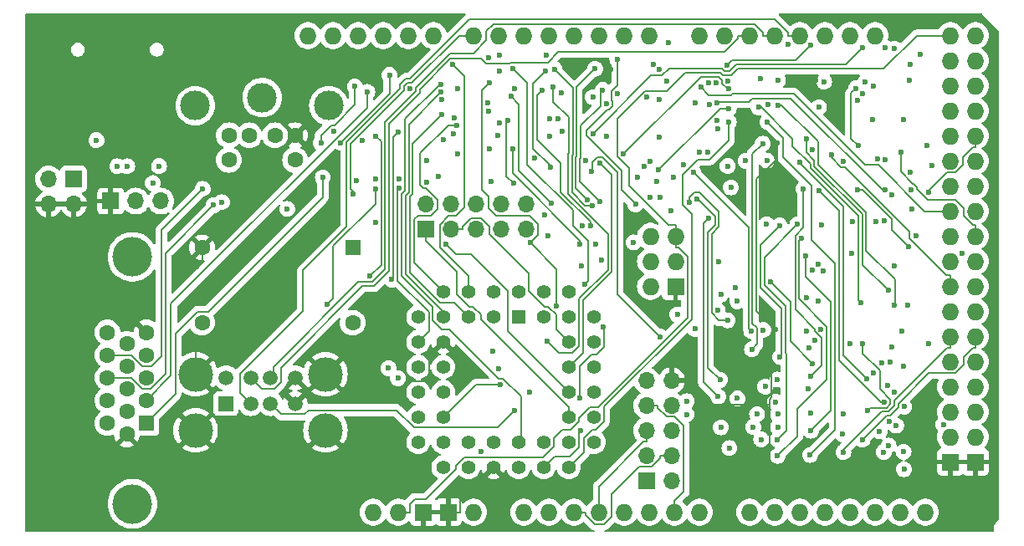
<source format=gbr>
%TF.GenerationSoftware,KiCad,Pcbnew,8.0.8+dfsg-1*%
%TF.CreationDate,2025-07-24T05:24:10-04:00*%
%TF.ProjectId,VGA_SRAM_SHIELD_DB_MULTIPLEX,5647415f-5352-4414-9d5f-534849454c44,rev?*%
%TF.SameCoordinates,Original*%
%TF.FileFunction,Copper,L4,Inr*%
%TF.FilePolarity,Positive*%
%FSLAX46Y46*%
G04 Gerber Fmt 4.6, Leading zero omitted, Abs format (unit mm)*
G04 Created by KiCad (PCBNEW 8.0.8+dfsg-1) date 2025-07-24 05:24:10*
%MOMM*%
%LPD*%
G01*
G04 APERTURE LIST*
%TA.AperFunction,ComponentPad*%
%ADD10R,1.700000X1.700000*%
%TD*%
%TA.AperFunction,ComponentPad*%
%ADD11O,1.700000X1.700000*%
%TD*%
%TA.AperFunction,ComponentPad*%
%ADD12R,1.500000X1.500000*%
%TD*%
%TA.AperFunction,ComponentPad*%
%ADD13C,1.500000*%
%TD*%
%TA.AperFunction,ComponentPad*%
%ADD14C,3.500000*%
%TD*%
%TA.AperFunction,ComponentPad*%
%ADD15C,4.000000*%
%TD*%
%TA.AperFunction,ComponentPad*%
%ADD16R,1.600000X1.600000*%
%TD*%
%TA.AperFunction,ComponentPad*%
%ADD17C,1.600000*%
%TD*%
%TA.AperFunction,ComponentPad*%
%ADD18R,1.422400X1.422400*%
%TD*%
%TA.AperFunction,ComponentPad*%
%ADD19C,1.422400*%
%TD*%
%TA.AperFunction,ComponentPad*%
%ADD20O,1.727200X1.727200*%
%TD*%
%TA.AperFunction,ComponentPad*%
%ADD21R,1.727200X1.727200*%
%TD*%
%TA.AperFunction,ComponentPad*%
%ADD22C,2.990000*%
%TD*%
%TA.AperFunction,ViaPad*%
%ADD23C,0.600000*%
%TD*%
%TA.AperFunction,Conductor*%
%ADD24C,0.200000*%
%TD*%
G04 APERTURE END LIST*
D10*
%TO.N,GND*%
%TO.C,J8*%
X40341200Y-42790800D03*
D11*
%TO.N,Net-(J8-Pin_2)*%
X42881200Y-42790800D03*
X45421200Y-42790800D03*
%TD*%
D12*
%TO.N,PWR*%
%TO.C,J1*%
X52001200Y-63300800D03*
D13*
%TO.N,Net-(A1-D18{slash}TX1)*%
X54501200Y-63300800D03*
%TO.N,Net-(A1-D19{slash}RX1)*%
X56501200Y-63300800D03*
%TO.N,GND*%
X59001200Y-63300800D03*
%TO.N,PWR*%
X52001200Y-60680800D03*
%TO.N,Net-(A1-D16{slash}TX2)*%
X54501200Y-60680800D03*
%TO.N,Net-(A1-D17{slash}RX2)*%
X56501200Y-60680800D03*
%TO.N,GND*%
X59001200Y-60680800D03*
D14*
X48931200Y-66010800D03*
X62071200Y-66010800D03*
X48931200Y-60330800D03*
X62071200Y-60330800D03*
%TD*%
D15*
%TO.N,N/C*%
%TO.C,J7*%
X42541200Y-48445800D03*
X42541200Y-73445800D03*
D16*
%TO.N,RED*%
X43961200Y-65260800D03*
D17*
%TO.N,GREEN*%
X43961200Y-62970800D03*
%TO.N,BLUE*%
X43961200Y-60680800D03*
%TO.N,unconnected-(J7-Pad4)*%
X43961200Y-58390800D03*
%TO.N,GND*%
X43961200Y-56100800D03*
X41981200Y-66405800D03*
X41981200Y-64115800D03*
X41981200Y-61825800D03*
%TO.N,unconnected-(J7-Pad9)*%
X41981200Y-59535800D03*
%TO.N,GND*%
X41981200Y-57245800D03*
%TO.N,unconnected-(J7-Pad11)*%
X40001200Y-65260800D03*
%TO.N,unconnected-(J7-Pad12)*%
X40001200Y-62970800D03*
%TO.N,Net-(J7-Pad13)*%
X40001200Y-60680800D03*
%TO.N,Net-(J7-Pad14)*%
X40001200Y-58390800D03*
%TO.N,unconnected-(J7-Pad15)*%
X40001200Y-56100800D03*
%TD*%
D18*
%TO.N,READY*%
%TO.C,U4*%
X81621200Y-54510800D03*
D19*
%TO.N,Net-(X1-OUT)*%
X79081200Y-51970800D03*
%TO.N,PWR*%
X79081200Y-54510800D03*
%TO.N,COUNTER_MEMADDR0*%
X76541200Y-51970800D03*
%TO.N,COUNTER_MEMADDR1*%
X76541200Y-54510800D03*
%TO.N,COUNTER_MEMADDR2*%
X74001200Y-51970800D03*
%TO.N,TDI*%
X71461200Y-54510800D03*
%TO.N,COUNTER_MEMADDR3*%
X74001200Y-54510800D03*
%TO.N,COUNTER_MEMADDR4*%
X71461200Y-57050800D03*
%TO.N,GND*%
X74001200Y-57050800D03*
%TO.N,COUNTER_MEMADDR5*%
X71461200Y-59590800D03*
%TO.N,COUNTER_MEMADDR6*%
X74001200Y-59590800D03*
%TO.N,TMS*%
X71461200Y-62130800D03*
%TO.N,COUNTER_MEMADDR7*%
X74001200Y-62130800D03*
%TO.N,PWR*%
X71461200Y-64670800D03*
%TO.N,COUNTER_MEMADDR8*%
X74001200Y-64670800D03*
%TO.N,COUNTER_MEMADDR9*%
X71461200Y-67210800D03*
%TO.N,COUNTER_MEMADDR10*%
X74001200Y-69750800D03*
%TO.N,COUNTER_MEMADDR11*%
X74001200Y-67210800D03*
%TO.N,COUNTER_MEMADDR12*%
X76541200Y-69750800D03*
%TO.N,COUNTER_MEMADDR13*%
X76541200Y-67210800D03*
%TO.N,GND*%
X79081200Y-69750800D03*
%TO.N,PWR*%
X79081200Y-67210800D03*
%TO.N,COUNTER_MEMADDR14*%
X81621200Y-69750800D03*
%TO.N,COUNTER_MEMADDR15*%
X81621200Y-67210800D03*
%TO.N,COUNTER_MEMADDR16*%
X84161200Y-69750800D03*
%TO.N,COUNTER_MEMADDR17*%
X84161200Y-67210800D03*
%TO.N,COUNTER_MEMADDR18*%
X86701200Y-69750800D03*
%TO.N,COUNTER_MEMADDR19*%
X89241200Y-67210800D03*
%TO.N,GND*%
X86701200Y-67210800D03*
%TO.N,unconnected-(U4-Pad31)*%
X89241200Y-64670800D03*
%TO.N,TCK*%
X86701200Y-64670800D03*
%TO.N,~{H_SYNC}*%
X89241200Y-62130800D03*
%TO.N,~{V_SYNC}*%
X86701200Y-62130800D03*
%TO.N,PWR*%
X89241200Y-59590800D03*
%TO.N,BANK_SELECT*%
X86701200Y-59590800D03*
%TO.N,unconnected-(U4-Pad37)*%
X89241200Y-57050800D03*
%TO.N,TDO*%
X86701200Y-57050800D03*
%TO.N,~{VGA_OUT}*%
X89241200Y-54510800D03*
%TO.N,unconnected-(U4-Pad40)*%
X86701200Y-51970800D03*
%TO.N,unconnected-(U4-Pad41)*%
X86701200Y-54510800D03*
%TO.N,GND*%
X84161200Y-51970800D03*
%TO.N,unconnected-(U4-Pad43)*%
X84161200Y-54510800D03*
%TO.N,unconnected-(U4-Pad44)*%
X81621200Y-51970800D03*
%TD*%
D20*
%TO.N,3.3V*%
%TO.C,A1*%
X66896400Y-74291800D03*
%TO.N,5V*%
X69436400Y-74291800D03*
X97503400Y-46351800D03*
X125316400Y-26031800D03*
X127856400Y-26031800D03*
%TO.N,Net-(J2-Pin_2)*%
X82136400Y-74291800D03*
%TO.N,Net-(J2-Pin_3)*%
X84676400Y-74291800D03*
%TO.N,Net-(J2-Pin_4)*%
X87216400Y-74291800D03*
%TO.N,Net-(J2-Pin_5)*%
X89756400Y-74291800D03*
%TO.N,Net-(J2-Pin_9)*%
X92296400Y-74291800D03*
%TO.N,Net-(J2-Pin_8)*%
X94836400Y-74291800D03*
%TO.N,Net-(J2-Pin_7)*%
X97376400Y-74291800D03*
%TO.N,Net-(J2-Pin_6)*%
X99916400Y-74291800D03*
%TO.N,DATA11*%
X104996400Y-74291800D03*
%TO.N,DATA12*%
X107536400Y-74291800D03*
%TO.N,DATA13*%
X110076400Y-74291800D03*
%TO.N,DATA14*%
X112616400Y-74291800D03*
%TO.N,unconnected-(A1-CANRX-PadCANR)*%
X120236400Y-74291800D03*
%TO.N,unconnected-(A1-CANTX-PadCANT)*%
X122776400Y-74291800D03*
%TO.N,unconnected-(A1-D0{slash}RX0-PadD0)*%
X94836400Y-26031800D03*
%TO.N,unconnected-(A1-D1{slash}TX0-PadD1)*%
X92296400Y-26031800D03*
%TO.N,/MCU OE*%
X89756400Y-26031800D03*
%TO.N,/MCU CE*%
X87216400Y-26031800D03*
%TO.N,/MCU WE*%
X84676400Y-26031800D03*
%TO.N,BANK_SELECT*%
X82136400Y-26031800D03*
%TO.N,Net-(A1-PadD6)*%
X79596400Y-26031800D03*
%TO.N,Net-(A1-PadD7)*%
X77056400Y-26031800D03*
%TO.N,unconnected-(A1-PadD8)*%
X72992400Y-26031800D03*
%TO.N,unconnected-(A1-PadD9)*%
X70452400Y-26031800D03*
%TO.N,/SD_CS*%
X67912400Y-26031800D03*
%TO.N,MCUMEMADDR7*%
X65372400Y-26031800D03*
%TO.N,MCUMEMADDR8*%
X62832400Y-26031800D03*
%TO.N,unconnected-(A1-PadD13)*%
X60292400Y-26031800D03*
%TO.N,MCUMEMADDR4*%
X99916400Y-26031800D03*
%TO.N,MCUMEMADDR5*%
X102456400Y-26031800D03*
%TO.N,Net-(A1-D16{slash}TX2)*%
X104996400Y-26031800D03*
%TO.N,Net-(A1-D17{slash}RX2)*%
X107536400Y-26031800D03*
%TO.N,Net-(A1-D18{slash}TX1)*%
X110076400Y-26031800D03*
%TO.N,Net-(A1-D19{slash}RX1)*%
X112616400Y-26031800D03*
%TO.N,unconnected-(A1-D20{slash}SDA-PadD20)*%
X115156400Y-26031800D03*
%TO.N,unconnected-(A1-D21{slash}SCL-PadD21)*%
X117696400Y-26031800D03*
%TO.N,unconnected-(A1-PadD22)*%
X125316400Y-28571800D03*
%TO.N,unconnected-(A1-PadD23)*%
X127856400Y-28571800D03*
%TO.N,unconnected-(A1-PadD24)*%
X125316400Y-31111800D03*
%TO.N,MCUMEMADDR0*%
X127856400Y-31111800D03*
%TO.N,MCUMEMADDR1*%
X125316400Y-33651800D03*
%TO.N,MCUMEMADDR2*%
X127856400Y-33651800D03*
%TO.N,MCUMEMADDR3*%
X125316400Y-36191800D03*
%TO.N,MCUMEMADDR6*%
X127856400Y-36191800D03*
%TO.N,MCUMEMADDR9*%
X125316400Y-38731800D03*
%TO.N,READY*%
X127856400Y-38731800D03*
%TO.N,MCUMEMADDR10*%
X125316400Y-41271800D03*
%TO.N,MCUMEMADDR11*%
X127856400Y-41271800D03*
%TO.N,MCUMEMADDR12*%
X125316400Y-43811800D03*
%TO.N,MCUMEMADDR13*%
X127856400Y-43811800D03*
%TO.N,MCUMEMADDR14*%
X125316400Y-46351800D03*
%TO.N,MCUMEMADDR15*%
X127856400Y-46351800D03*
%TO.N,MCUMEMADDR16*%
X125316400Y-48891800D03*
%TO.N,MCUMEMADDR17*%
X127856400Y-48891800D03*
%TO.N,MCUMEMADDR18*%
X125316400Y-51431800D03*
%TO.N,MCUMEMADDR19*%
X127856400Y-51431800D03*
%TO.N,/PS2_DAT*%
X125316400Y-53971800D03*
%TO.N,/PS2_CLK*%
X127856400Y-53971800D03*
%TO.N,DATA7*%
X125316400Y-56511800D03*
%TO.N,DATA6*%
X127856400Y-56511800D03*
%TO.N,DATA5*%
X125316400Y-59051800D03*
%TO.N,DATA4*%
X127856400Y-59051800D03*
%TO.N,DATA3*%
X125316400Y-61591800D03*
%TO.N,DATA2*%
X127856400Y-61591800D03*
%TO.N,DATA1*%
X125316400Y-64131800D03*
%TO.N,DATA0*%
X127856400Y-64131800D03*
%TO.N,DATA15*%
X125316400Y-66671800D03*
%TO.N,DATA8*%
X127856400Y-66671800D03*
%TO.N,DATA9*%
X115156400Y-74291800D03*
%TO.N,DATA10*%
X117696400Y-74291800D03*
D21*
%TO.N,GND*%
X71976400Y-74291800D03*
X74516400Y-74291800D03*
X97503400Y-51431800D03*
X125316400Y-69211800D03*
X127856400Y-69211800D03*
D20*
%TO.N,Net-(A1-SPI_MISO)*%
X94963400Y-46351800D03*
%TO.N,Net-(A1-SPI_MOSI)*%
X97503400Y-48891800D03*
%TO.N,unconnected-(A1-SPI_RESET-PadRST2)*%
X94963400Y-51431800D03*
%TO.N,Net-(A1-SPI_SCK)*%
X94963400Y-48891800D03*
%TO.N,PWR*%
X77056400Y-74291800D03*
%TD*%
D17*
%TO.N,/PS2_DAT*%
%TO.C,J3*%
X56951200Y-36130800D03*
%TO.N,unconnected-(J3-Pad2)*%
X54351200Y-36130800D03*
%TO.N,GND*%
X59001200Y-36130800D03*
%TO.N,PWR*%
X52301200Y-36130800D03*
%TO.N,/PS2_CLK*%
X59001200Y-38620800D03*
%TO.N,unconnected-(J3-Pad6)*%
X52301200Y-38620800D03*
D22*
%TO.N,N/C*%
X48891200Y-33130800D03*
X55651200Y-32320800D03*
X62411200Y-33130800D03*
%TD*%
D16*
%TO.N,unconnected-(X1-NC-Pad1)*%
%TO.C,X1*%
X64821200Y-47490800D03*
D17*
%TO.N,GND*%
X49581200Y-47490800D03*
%TO.N,Net-(X1-OUT)*%
X49581200Y-55110800D03*
%TO.N,PWR*%
X64821200Y-55110800D03*
%TD*%
D10*
%TO.N,PWR*%
%TO.C,J2*%
X94561200Y-71100800D03*
D11*
%TO.N,Net-(J2-Pin_2)*%
X97101200Y-71100800D03*
%TO.N,Net-(J2-Pin_3)*%
X94561200Y-68560800D03*
%TO.N,Net-(J2-Pin_4)*%
X97101200Y-68560800D03*
%TO.N,Net-(J2-Pin_5)*%
X94561200Y-66020800D03*
%TO.N,Net-(J2-Pin_6)*%
X97101200Y-66020800D03*
%TO.N,Net-(J2-Pin_7)*%
X94561200Y-63480800D03*
%TO.N,Net-(J2-Pin_8)*%
X97101200Y-63480800D03*
%TO.N,Net-(J2-Pin_9)*%
X94561200Y-60940800D03*
%TO.N,GND*%
X97101200Y-60940800D03*
%TD*%
D10*
%TO.N,PWR*%
%TO.C,J4*%
X36571200Y-40540800D03*
D11*
X34031200Y-40540800D03*
%TO.N,GND*%
X36571200Y-43080800D03*
X34031200Y-43080800D03*
%TD*%
D10*
%TO.N,TCK*%
%TO.C,J5*%
X72241200Y-45650800D03*
D11*
%TO.N,GND*%
X72241200Y-43110800D03*
%TO.N,TDO*%
X74781200Y-45650800D03*
%TO.N,PWR*%
X74781200Y-43110800D03*
%TO.N,TMS*%
X77321200Y-45650800D03*
%TO.N,unconnected-(J5-Pin_6-Pad6)*%
X77321200Y-43110800D03*
%TO.N,unconnected-(J5-Pin_7-Pad7)*%
X79861200Y-45650800D03*
%TO.N,unconnected-(J5-Pin_8-Pad8)*%
X79861200Y-43110800D03*
%TO.N,TDI*%
X82401200Y-45650800D03*
%TO.N,GND*%
X82401200Y-43110800D03*
%TD*%
D23*
%TO.N,GND*%
X49000000Y-49400000D03*
X52000000Y-54600000D03*
%TO.N,PWR*%
X79600000Y-59800000D03*
X79000000Y-58000000D03*
%TO.N,DATA_BANK22*%
X115150100Y-57207400D03*
X120647200Y-63618300D03*
X110935700Y-61822000D03*
%TO.N,Net-(A1-SPI_MISO)*%
X45222500Y-39256300D03*
%TO.N,DATA_BANK27*%
X107826900Y-68588100D03*
X120617900Y-69946800D03*
X110229500Y-46547000D03*
%TO.N,DATA_BANK20*%
X117505800Y-60193000D03*
X110727500Y-55945900D03*
%TO.N,DATA_BANK21*%
X107828400Y-60855700D03*
X118964800Y-61460400D03*
X111944400Y-52917600D03*
%TO.N,DATA_BANK23*%
X116906700Y-64005700D03*
X116441200Y-57200900D03*
%TO.N,DATA_BANK24*%
X111343000Y-49745500D03*
X105753700Y-64370800D03*
X124595400Y-65401800D03*
%TO.N,Net-(A1-SPI_SCK)*%
X42018200Y-39271800D03*
%TO.N,MCUMEMADDR13*%
X94930900Y-38758400D03*
%TO.N,MCUMEMADDR19*%
X115918400Y-32569400D03*
%TO.N,MCUMEMADDR12*%
X100051100Y-31225100D03*
X75488500Y-31380700D03*
%TO.N,MCUMEMADDR2*%
X100785300Y-37856800D03*
%TO.N,MCUMEMADDR0*%
X100815400Y-30844000D03*
%TO.N,MCUMEMADDR14*%
X123442600Y-39224700D03*
X75103700Y-34346700D03*
X90486500Y-36193900D03*
%TO.N,MCUMEMADDR11*%
X84008300Y-31578600D03*
X88885100Y-45261200D03*
X121333100Y-41625700D03*
%TO.N,MCUMEMADDR3*%
X100892800Y-33055600D03*
X78536000Y-32858900D03*
%TO.N,MCUMEMADDR9*%
X97072300Y-43755800D03*
%TO.N,MCUMEMADDR5*%
X84575900Y-46278100D03*
X84776207Y-34467877D03*
%TO.N,MCUMEMADDR6*%
X101867700Y-48898300D03*
X123140200Y-41906800D03*
X89994700Y-48733100D03*
X84760408Y-36193074D03*
%TO.N,MCUMEMADDR8*%
X85258200Y-29452800D03*
X89094900Y-43243400D03*
%TO.N,MCUMEMADDR18*%
X113275000Y-38131500D03*
%TO.N,MCUMEMADDR15*%
X120282400Y-37871600D03*
X73833200Y-32541500D03*
X90494700Y-32905300D03*
%TO.N,MCUMEMADDR7*%
X85904300Y-31808700D03*
X95616700Y-40841400D03*
X73491100Y-40285600D03*
%TO.N,MCUMEMADDR4*%
X84241404Y-44154904D03*
X93453400Y-43130100D03*
X91599100Y-28407400D03*
X81172800Y-31396400D03*
%TO.N,DATA_BANK26*%
X107830100Y-66928300D03*
X118154400Y-66116300D03*
X109816500Y-45162400D03*
%TO.N,DATA_BANK25*%
X111204500Y-66044600D03*
X119831500Y-65525000D03*
X110631900Y-48381000D03*
%TO.N,DATA_BANK17*%
X120577500Y-68184200D03*
X111109600Y-68505800D03*
X106783500Y-34779700D03*
%TO.N,DATA_BANK11*%
X116859600Y-60782500D03*
X106577400Y-61581600D03*
X110065200Y-38895300D03*
%TO.N,DATA_BANK12*%
X119650600Y-62158900D03*
X107595000Y-63121800D03*
X114493100Y-38730000D03*
%TO.N,DATA_BANK16*%
X118575900Y-68198700D03*
X106178400Y-66928300D03*
X106313800Y-36981900D03*
X105236800Y-57800000D03*
%TO.N,DATA_BANK15*%
X119064200Y-67546600D03*
X116388200Y-31891700D03*
%TO.N,DATA_BANK14*%
X119105400Y-65119300D03*
X107847100Y-65663900D03*
X115779000Y-31369100D03*
X115996400Y-37204200D03*
%TO.N,DATA_BANK10*%
X111146200Y-60544400D03*
X120577400Y-59553100D03*
X110425000Y-41562400D03*
%TO.N,DATA_BANK13*%
X118646700Y-63118800D03*
X107847100Y-64370800D03*
X112033200Y-41728200D03*
%TO.N,~{VGA_OUT 1}*%
X107091200Y-50984400D03*
X111377000Y-59270800D03*
%TO.N,MCUMEMADDR10*%
X87849500Y-47168800D03*
X80993800Y-37540000D03*
%TO.N,MCUMEMADDR17*%
X122963300Y-37204200D03*
%TO.N,MCUMEMADDR1*%
X85626200Y-34471872D03*
%TO.N,/MCU OE*%
X121057200Y-47449400D03*
X115948900Y-41683100D03*
X111598477Y-56900523D03*
%TO.N,Net-(A1-SPI_MOSI)*%
X44597700Y-40973900D03*
%TO.N,~{WE_BANK2}*%
X103533700Y-51591100D03*
%TO.N,DATA1*%
X118386300Y-59149200D03*
%TO.N,DATA5*%
X114423700Y-66406400D03*
%TO.N,~{WE_BANK1}*%
X99477500Y-55744500D03*
X111333900Y-37615900D03*
%TO.N,~{OE_BANK2}*%
X106720700Y-45158000D03*
X110726100Y-52547900D03*
%TO.N,~{OE_BANK1}*%
X112423100Y-49850800D03*
X106061200Y-30384900D03*
%TO.N,DATA3*%
X103761900Y-62770400D03*
%TO.N,Net-(A1-PadD7)*%
X64852500Y-42090254D03*
%TO.N,~{MCU_WE}*%
X121036800Y-53333800D03*
X101772500Y-53871800D03*
%TO.N,MEMADDR_BANK217*%
X119017700Y-51846800D03*
X110750400Y-36502000D03*
%TO.N,MEMADDR_BANK219*%
X105907100Y-33296600D03*
X116275100Y-53088800D03*
%TO.N,MEMADDR_BANK216*%
X107891000Y-33071500D03*
X119601200Y-53356300D03*
%TO.N,MEMADDR_BANK218*%
X111943200Y-49184400D03*
X104591900Y-38718800D03*
%TO.N,DATA0*%
X119194100Y-59050000D03*
%TO.N,MEMADDR_BANK211*%
X88025500Y-45269900D03*
X118622100Y-44805900D03*
%TO.N,MEMADDR_BANK213*%
X97265900Y-40404700D03*
X119363300Y-42181000D03*
%TO.N,MEMADDR_BANK212*%
X101693000Y-32822100D03*
X118749600Y-41662900D03*
%TO.N,MEMADDR_BANK214*%
X94350600Y-39309700D03*
X121380900Y-43558300D03*
%TO.N,MEMADDR_BANK215*%
X81060400Y-29350600D03*
X88278200Y-51205800D03*
X120401200Y-55920600D03*
%TO.N,MEMADDR_BANK28*%
X95942700Y-42447900D03*
%TO.N,MEMADDR_BANK29*%
X115401900Y-44851900D03*
X93257500Y-46980300D03*
%TO.N,MEMADDR_BANK210*%
X117802600Y-44880800D03*
X88012900Y-49332100D03*
%TO.N,MEMADDR_BANK20*%
X102082100Y-52234400D03*
X101738600Y-35456200D03*
X95883800Y-32493000D03*
%TO.N,MEMADDR_BANK22*%
X99308000Y-39879600D03*
X105170050Y-55950000D03*
%TO.N,MEMADDR_BANK23*%
X103735400Y-52930200D03*
X99529800Y-32838400D03*
%TO.N,5V*%
X41007400Y-39260900D03*
%TO.N,DATA7*%
X114487900Y-68215800D03*
%TO.N,DATA4*%
X114463500Y-64357300D03*
%TO.N,MEMADDR_BANK21*%
X95860800Y-36293400D03*
X106370050Y-55838956D03*
%TO.N,/MCU WE*%
X121801700Y-46292400D03*
X119608200Y-49313300D03*
%TO.N,MEMADDR_BANK24*%
X98867800Y-42957500D03*
X102759800Y-54857900D03*
%TO.N,BANK_SELECT*%
X89872900Y-38975000D03*
X95883000Y-29466600D03*
X111031815Y-57670800D03*
%TO.N,COUNTER_MEMADDR16*%
X87931400Y-66005100D03*
X107872100Y-30558700D03*
X108870900Y-26943500D03*
%TO.N,MEMADDR_BANK118*%
X117949800Y-38490400D03*
%TO.N,MEMADDR_BANK119*%
X117404300Y-34509900D03*
%TO.N,COUNTER_MEMADDR18*%
X102893300Y-34773200D03*
%TO.N,COUNTER_MEMADDR19*%
X102833100Y-30641200D03*
X112545800Y-30720800D03*
%TO.N,MEMADDR_BANK117*%
X118750000Y-38624500D03*
%TO.N,MEMADDR_BANK116*%
X120555900Y-34557500D03*
%TO.N,COUNTER_MEMADDR17*%
X112016400Y-33296800D03*
X105361800Y-65663900D03*
%TO.N,MEMADDR_BANK19*%
X89125600Y-35940800D03*
X116461200Y-27243300D03*
%TO.N,MEMADDR_BANK111*%
X79715600Y-34878900D03*
X117551500Y-31180400D03*
%TO.N,COUNTER_MEMADDR12*%
X79684100Y-29590800D03*
X101632800Y-30783800D03*
%TO.N,COUNTER_MEMADDR11*%
X84533100Y-57015400D03*
X85115400Y-31247100D03*
%TO.N,COUNTER_MEMADDR15*%
X73738200Y-30941100D03*
X91599200Y-31949300D03*
%TO.N,MEMADDR_BANK18*%
X89131500Y-32258600D03*
X106830500Y-32989100D03*
%TO.N,COUNTER_MEMADDR14*%
X75461700Y-37980700D03*
X77834200Y-68134500D03*
%TO.N,COUNTER_MEMADDR8*%
X89351000Y-29391200D03*
X88582200Y-42624500D03*
X79731200Y-61394100D03*
%TO.N,Net-(A1-PadD6)*%
X65809100Y-36651800D03*
%TO.N,COUNTER_MEMADDR13*%
X67111400Y-44931500D03*
X69512100Y-40538200D03*
X101693000Y-34656000D03*
%TO.N,MEMADDR_BANK112*%
X78602400Y-28292900D03*
X118670800Y-27245800D03*
%TO.N,MEMADDR_BANK113*%
X74988900Y-35940800D03*
X96758800Y-26774300D03*
X119661200Y-27351900D03*
%TO.N,COUNTER_MEMADDR9*%
X90202100Y-55512800D03*
X87833700Y-62761500D03*
X89384400Y-47162000D03*
X86018941Y-35710276D03*
%TO.N,MEMADDR_BANK110*%
X83253000Y-38474200D03*
X95756600Y-39641100D03*
X102894000Y-33405900D03*
X116696200Y-30726800D03*
%TO.N,MEMADDR_BANK115*%
X121246800Y-39866400D03*
X72276500Y-38689200D03*
%TO.N,MEMADDR_BANK114*%
X74016600Y-36535700D03*
X121243800Y-28947800D03*
%TO.N,~{COUNTER_BANK1}*%
X119428800Y-57545200D03*
X121148200Y-30566200D03*
X84418300Y-28040500D03*
X115312800Y-48067300D03*
%TO.N,MEMADDR_BANK13*%
X78602200Y-33659100D03*
X102767100Y-39244200D03*
%TO.N,COUNTER_MEMADDR7*%
X89852500Y-42869300D03*
X82727300Y-62130800D03*
X90131800Y-31555100D03*
%TO.N,COUNTER_MEMADDR6*%
X80511395Y-34659365D03*
X81102600Y-40996800D03*
%TO.N,COUNTER_MEMADDR5*%
X85440300Y-53453100D03*
X78630100Y-30840900D03*
X82792400Y-47014800D03*
%TO.N,MEMADDR_BANK12*%
X98338800Y-39132200D03*
X78630400Y-37486400D03*
%TO.N,COUNTER_MEMADDR0*%
X74954900Y-28990000D03*
%TO.N,COUNTER_MEMADDR1*%
X73807000Y-34058000D03*
X94617500Y-32289600D03*
%TO.N,COUNTER_MEMADDR4*%
X84333400Y-29630100D03*
X84830800Y-39326600D03*
X69512100Y-41511300D03*
%TO.N,COUNTER_MEMADDR2*%
X75354600Y-35155700D03*
X99883400Y-37852000D03*
%TO.N,MEMADDR_BANK14*%
X94958400Y-42441800D03*
X84920000Y-43000000D03*
X80825100Y-32208600D03*
%TO.N,MEMADDR_BANK10*%
X106740800Y-38688500D03*
X70608000Y-31410400D03*
%TO.N,MEMADDR_BANK11*%
X78822700Y-40832900D03*
X103105400Y-41405000D03*
%TO.N,MEMADDR_BANK15*%
X95247700Y-28970200D03*
X79474600Y-36156100D03*
%TO.N,COUNTER_MEMADDR3*%
X73779000Y-31741300D03*
X96599200Y-30615800D03*
%TO.N,MEMADDR_BANK16*%
X102868600Y-31441400D03*
X92223500Y-38042200D03*
%TO.N,Net-(U21-B7)*%
X102945000Y-67798300D03*
X68458100Y-59716000D03*
X61604500Y-36938700D03*
X65041200Y-31193000D03*
%TO.N,Net-(U21-B6)*%
X95929200Y-56528300D03*
X89024200Y-39823800D03*
X62899100Y-35690100D03*
%TO.N,Net-(U21-B5)*%
X102090000Y-65706300D03*
X93682500Y-40385200D03*
X65239011Y-40694924D03*
%TO.N,Net-(U21-B4)*%
X98638400Y-64386800D03*
X69410300Y-60731600D03*
X63602400Y-36878100D03*
X68551600Y-30023500D03*
%TO.N,Net-(U21-B3)*%
X111135700Y-64260300D03*
X98636100Y-63058300D03*
X67152100Y-36217400D03*
X66586700Y-50398800D03*
%TO.N,Net-(U21-B2)*%
X101800600Y-62592100D03*
X100818600Y-44543500D03*
X67111400Y-40530200D03*
%TO.N,Net-(U21-B1)*%
X97679100Y-54281000D03*
X68790800Y-50732500D03*
X69397200Y-35822300D03*
%TO.N,Net-(U21-B0)*%
X72275300Y-40889800D03*
X99668000Y-42566500D03*
X102006500Y-60893500D03*
%TO.N,/MCU CE*%
X126480200Y-48121500D03*
X122226200Y-27943400D03*
%TO.N,RED*%
X61800000Y-40400000D03*
%TO.N,Net-(J7-Pad14)*%
X49650000Y-41551200D03*
%TO.N,Net-(J7-Pad13)*%
X50756600Y-43205100D03*
%TO.N,BLUE*%
X67111400Y-41599100D03*
X62223180Y-53257580D03*
%TO.N,DATA6*%
X116421900Y-66945800D03*
%TO.N,GREEN*%
X66314900Y-31743300D03*
%TO.N,Net-(J8-Pin_2)*%
X58212900Y-43584300D03*
%TO.N,Net-(A1-D19{slash}RX1)*%
X81236600Y-63964400D03*
%TO.N,GND*%
X107794200Y-36893300D03*
X107476400Y-70570100D03*
X92962800Y-50675800D03*
X107601200Y-55800000D03*
X90917800Y-29461500D03*
X111661200Y-30568800D03*
X112215900Y-55750177D03*
%TO.N,/SD_CS*%
X38901200Y-36630700D03*
%TO.N,~{V_SYNC}*%
X74262100Y-47165700D03*
%TO.N,~{H_SYNC}*%
X51595400Y-42906600D03*
%TO.N,PWR*%
X88426100Y-38724500D03*
X102718800Y-29040800D03*
X123078400Y-57192300D03*
X108039500Y-45260200D03*
X79692400Y-27995600D03*
X108081545Y-58565645D03*
X112297700Y-45213700D03*
X111156700Y-26987300D03*
%TD*%
D24*
%TO.N,MEMADDR_BANK22*%
X104890600Y-55670550D02*
X104890600Y-45462200D01*
X105170050Y-55950000D02*
X104890600Y-55670550D01*
X104890600Y-45462200D02*
X99308000Y-39879600D01*
%TO.N,DATA_BANK27*%
X107826900Y-68588100D02*
X109817800Y-66597200D01*
X110023900Y-46752600D02*
X110229500Y-46547000D01*
%TO.N,DATA_BANK17*%
X108414900Y-36411100D02*
X106783500Y-34779700D01*
%TO.N,DATA_BANK25*%
X111204500Y-66044600D02*
X113225400Y-64023700D01*
%TO.N,DATA_BANK17*%
X111109600Y-68505800D02*
X113625500Y-65989900D01*
X113625500Y-49106100D02*
X111232100Y-46712700D01*
X111232100Y-46712700D02*
X111232100Y-41191900D01*
X111232100Y-41191900D02*
X108414900Y-38374700D01*
X108414900Y-38374700D02*
X108414900Y-36411100D01*
%TO.N,DATA_BANK25*%
X113225400Y-64023700D02*
X113225400Y-53018400D01*
X113225400Y-53018400D02*
X110631900Y-50424900D01*
X110631900Y-50424900D02*
X110631900Y-48381000D01*
%TO.N,DATA_BANK27*%
X109817800Y-63858800D02*
X112825300Y-60851300D01*
X112825300Y-60851300D02*
X112825300Y-55500700D01*
%TO.N,DATA_BANK10*%
X112240688Y-59449912D02*
X112240688Y-56635442D01*
X112240688Y-56635442D02*
X111590800Y-55985554D01*
%TO.N,DATA_BANK27*%
X112825300Y-55500700D02*
X110023900Y-52699300D01*
%TO.N,DATA_BANK10*%
X111590800Y-55985554D02*
X111590800Y-55757800D01*
%TO.N,DATA_BANK27*%
X109817800Y-66597200D02*
X109817800Y-63858800D01*
X110023900Y-52699300D02*
X110023900Y-46752600D01*
%TO.N,DATA_BANK10*%
X111590800Y-55757800D02*
X109623800Y-53790800D01*
X109623800Y-53790800D02*
X109623800Y-46303900D01*
X111146200Y-60544400D02*
X112240688Y-59449912D01*
%TO.N,DATA_BANK13*%
X112033200Y-41728200D02*
X114065800Y-43760800D01*
%TO.N,DATA_BANK10*%
X109623800Y-46303900D02*
X110425000Y-45502700D01*
%TO.N,DATA_BANK13*%
X114065800Y-43760800D02*
X114065800Y-58933000D01*
%TO.N,DATA_BANK10*%
X110425000Y-45502700D02*
X110425000Y-41562400D01*
%TO.N,DATA_BANK13*%
X118251600Y-63118800D02*
X118646700Y-63118800D01*
X114065800Y-58933000D02*
X118251600Y-63118800D01*
%TO.N,DATA_BANK17*%
X113625500Y-65989900D02*
X113625500Y-49106100D01*
%TO.N,DATA_BANK26*%
X106491000Y-48487900D02*
X109816500Y-45162400D01*
X108623300Y-58188161D02*
X108623300Y-53416700D01*
%TO.N,PWR*%
X106090900Y-51550300D02*
X108223200Y-53682600D01*
X106090900Y-47208800D02*
X106090900Y-51550300D01*
%TO.N,DATA_BANK26*%
X108731545Y-58296406D02*
X108623300Y-58188161D01*
X107830100Y-66928300D02*
X108731545Y-66026855D01*
X108623300Y-53416700D02*
X106491000Y-51284400D01*
%TO.N,PWR*%
X108039500Y-45260200D02*
X106090900Y-47208800D01*
%TO.N,DATA_BANK26*%
X108731545Y-66026855D02*
X108731545Y-58296406D01*
%TO.N,PWR*%
X108223200Y-53682600D02*
X108223200Y-58423990D01*
X108223200Y-58423990D02*
X108081545Y-58565645D01*
%TO.N,DATA_BANK26*%
X106491000Y-51284400D02*
X106491000Y-48487900D01*
%TO.N,GND*%
X107196100Y-56205100D02*
X107601200Y-55800000D01*
X107196100Y-62672100D02*
X107196100Y-56205100D01*
X106994900Y-63375400D02*
X106994900Y-62873300D01*
X105690800Y-40587200D02*
X105690800Y-53889600D01*
X107794200Y-38483800D02*
X105690800Y-40587200D01*
X106994900Y-62873300D02*
X107196100Y-62672100D01*
X105690800Y-53889600D02*
X107601200Y-55800000D01*
X107794200Y-36893300D02*
X107794200Y-38483800D01*
%TO.N,DATA_BANK16*%
X105770050Y-57266750D02*
X105236800Y-57800000D01*
X106313800Y-36981900D02*
X105290700Y-38005000D01*
X105770050Y-55649611D02*
X105770050Y-57266750D01*
X105290700Y-55170261D02*
X105770050Y-55649611D01*
X105290700Y-38005000D02*
X105290700Y-55170261D01*
%TO.N,5V*%
X86884900Y-65940800D02*
X87712600Y-65113100D01*
X84066700Y-68739400D02*
X85172700Y-67633400D01*
X87712600Y-64736700D02*
X88789900Y-63659400D01*
X86059200Y-65940800D02*
X86884900Y-65940800D01*
X76118500Y-68739400D02*
X84066700Y-68739400D01*
X69436400Y-74291800D02*
X70600100Y-74291800D01*
X85172700Y-66827300D02*
X86059200Y-65940800D01*
X75271200Y-69586700D02*
X76118500Y-68739400D01*
X85172700Y-67633400D02*
X85172700Y-66827300D01*
X75271200Y-69954000D02*
X75271200Y-69586700D01*
X72242400Y-72982800D02*
X75271200Y-69954000D01*
X71086100Y-72982800D02*
X72242400Y-72982800D01*
X70600100Y-73468800D02*
X71086100Y-72982800D01*
X70600100Y-74291800D02*
X70600100Y-73468800D01*
X87712600Y-65113100D02*
X87712600Y-64736700D01*
X88789900Y-63659400D02*
X89646800Y-63659400D01*
X89646800Y-63659400D02*
X98694400Y-54611800D01*
X98694400Y-48415600D02*
X97794300Y-47515500D01*
X98694400Y-54611800D02*
X98694400Y-48415600D01*
X97794300Y-47515500D02*
X97503400Y-47515500D01*
X97503400Y-47515500D02*
X97503400Y-46933600D01*
%TO.N,Net-(A1-D16{slash}TX2)*%
X71608200Y-31824700D02*
X68511800Y-34921100D01*
X78353900Y-28893000D02*
X77841200Y-28380300D01*
X68511800Y-49888200D02*
X67001000Y-51399000D01*
X71608200Y-31482900D02*
X71608200Y-31824700D01*
X80669400Y-28893000D02*
X78353900Y-28893000D01*
X68511800Y-34921100D02*
X68511800Y-49888200D01*
X74710800Y-28380300D02*
X71608200Y-31482900D01*
X80811900Y-28750500D02*
X80669400Y-28893000D01*
X77841200Y-28380300D02*
X74710800Y-28380300D01*
X84557000Y-28750500D02*
X80811900Y-28750500D01*
X85638500Y-27669000D02*
X84557000Y-28750500D01*
X102466700Y-27669000D02*
X85638500Y-27669000D01*
X103832700Y-26031800D02*
X103832700Y-26303000D01*
X103832700Y-26303000D02*
X102466700Y-27669000D01*
X104996400Y-26031800D02*
X103832700Y-26031800D01*
X67001000Y-51399000D02*
X65801000Y-51399000D01*
X65801000Y-51399000D02*
X57551300Y-59648700D01*
X57551300Y-59648700D02*
X57551300Y-61120900D01*
X57551300Y-61120900D02*
X56898900Y-61773300D01*
X56898900Y-61773300D02*
X55593700Y-61773300D01*
X55593700Y-61773300D02*
X54501200Y-60680800D01*
%TO.N,Net-(A1-D17{slash}RX2)*%
X78326400Y-26534200D02*
X78326400Y-25596900D01*
X71208100Y-31317200D02*
X74704200Y-27821100D01*
X71208100Y-31659000D02*
X71208100Y-31317200D01*
X68111700Y-49722500D02*
X68111700Y-34755400D01*
%TO.N,BLUE*%
X62816600Y-47349086D02*
X62816600Y-52664160D01*
%TO.N,Net-(A1-D17{slash}RX2)*%
X66835300Y-50998900D02*
X68111700Y-49722500D01*
X56835500Y-60680800D02*
X56835500Y-59564500D01*
X56835500Y-59564500D02*
X65401100Y-50998900D01*
X78326400Y-25596900D02*
X79065600Y-24857700D01*
X79065600Y-24857700D02*
X105469800Y-24857700D01*
X65401100Y-50998900D02*
X66835300Y-50998900D01*
X77039500Y-27821100D02*
X78326400Y-26534200D01*
X74704200Y-27821100D02*
X77039500Y-27821100D01*
%TO.N,BLUE*%
X67111400Y-43054286D02*
X62816600Y-47349086D01*
%TO.N,Net-(A1-D17{slash}RX2)*%
X68111700Y-34755400D02*
X71208100Y-31659000D01*
%TO.N,BLUE*%
X62816600Y-52664160D02*
X62223180Y-53257580D01*
X67111400Y-41599100D02*
X67111400Y-43054286D01*
%TO.N,Net-(A1-D17{slash}RX2)*%
X105469800Y-24857700D02*
X106372700Y-25760600D01*
X106372700Y-25760600D02*
X106372700Y-26031800D01*
X106372700Y-26031800D02*
X107536400Y-26031800D01*
%TO.N,GND*%
X74001200Y-57050800D02*
X72600000Y-58452000D01*
X72600000Y-58452000D02*
X72600000Y-61000000D01*
X63940400Y-62200000D02*
X62071200Y-60330800D01*
X72600000Y-61000000D02*
X70600000Y-61000000D01*
X70600000Y-61000000D02*
X69400000Y-62200000D01*
X69400000Y-62200000D02*
X63940400Y-62200000D01*
X49000000Y-49400000D02*
X49581200Y-48818800D01*
X49581200Y-48818800D02*
X49581200Y-47490800D01*
X48931200Y-60330800D02*
X48931200Y-57668800D01*
X48931200Y-57668800D02*
X52000000Y-54600000D01*
%TO.N,RED*%
X43961200Y-65260800D02*
X46881000Y-62341000D01*
X46881000Y-62341000D02*
X46881000Y-56255365D01*
X46881000Y-56255365D02*
X49125565Y-54010800D01*
X49125565Y-54010800D02*
X50189200Y-54010800D01*
X50189200Y-54010800D02*
X61800000Y-42400000D01*
X61800000Y-42400000D02*
X61800000Y-40400000D01*
%TO.N,Net-(A1-D18{slash}TX1)*%
X59800000Y-49800000D02*
X59800000Y-53897075D01*
X64202500Y-45397500D02*
X59800000Y-49800000D01*
X59800000Y-53897075D02*
X53451200Y-60245875D01*
X64202500Y-36843800D02*
X64202500Y-45397500D01*
X69607800Y-31438500D02*
X64202500Y-36843800D01*
X53451200Y-62250800D02*
X54501200Y-63300800D01*
X69607800Y-30996200D02*
X69607800Y-31438500D01*
X70636100Y-30410200D02*
X70193800Y-30410200D01*
X107567800Y-24415700D02*
X76630600Y-24415700D01*
X76630600Y-24415700D02*
X70636100Y-30410200D01*
X108912700Y-25760600D02*
X107567800Y-24415700D01*
X70193800Y-30410200D02*
X69607800Y-30996200D01*
X108912700Y-26031800D02*
X108912700Y-25760600D01*
X110076400Y-26031800D02*
X108912700Y-26031800D01*
X53451200Y-60245875D02*
X53451200Y-62250800D01*
%TO.N,Net-(A1-PadD7)*%
X64602500Y-37009600D02*
X64602500Y-41563186D01*
X75580300Y-26031800D02*
X70801800Y-30810300D01*
X70007900Y-31161900D02*
X70007900Y-31604200D01*
X64852500Y-41813186D02*
X64852500Y-42090254D01*
X77056400Y-26031800D02*
X75580300Y-26031800D01*
X70359500Y-30810300D02*
X70007900Y-31161900D01*
X64602500Y-41563186D02*
X64852500Y-41813186D01*
X70801800Y-30810300D02*
X70359500Y-30810300D01*
X70007900Y-31604200D02*
X64602500Y-37009600D01*
%TO.N,COUNTER_MEMADDR15*%
X74623800Y-55780800D02*
X73835300Y-55780800D01*
%TO.N,COUNTER_MEMADDR8*%
X77277900Y-61394100D02*
X79731200Y-61394100D01*
%TO.N,TCK*%
X75364100Y-49923800D02*
X75364100Y-52227800D01*
X76635700Y-53499400D02*
X77003200Y-53499400D01*
%TO.N,COUNTER_MEMADDR15*%
X81860300Y-62603961D02*
X80000439Y-60744100D01*
X72931300Y-53477900D02*
X69801000Y-50347600D01*
%TO.N,COUNTER_MEMADDR8*%
X74001200Y-64670800D02*
X77277900Y-61394100D01*
%TO.N,COUNTER_MEMADDR15*%
X69801000Y-50347600D02*
X69801000Y-42071100D01*
X70112200Y-41759900D02*
X70112200Y-34494800D01*
X70112200Y-34494800D02*
X73665900Y-30941100D01*
%TO.N,TCK*%
X77811200Y-54775012D02*
X86701200Y-63665012D01*
X75364100Y-52227800D02*
X76635700Y-53499400D01*
%TO.N,COUNTER_MEMADDR15*%
X81860300Y-66971700D02*
X81860300Y-62603961D01*
X72931300Y-54876800D02*
X72931300Y-53477900D01*
X69801000Y-42071100D02*
X70112200Y-41759900D01*
X73835300Y-55780800D02*
X72931300Y-54876800D01*
X73665900Y-30941100D02*
X73738200Y-30941100D01*
X79587100Y-60744100D02*
X74623800Y-55780800D01*
%TO.N,TCK*%
X77003200Y-53499400D02*
X77811200Y-54307400D01*
%TO.N,COUNTER_MEMADDR15*%
X80000439Y-60744100D02*
X79587100Y-60744100D01*
%TO.N,TCK*%
X77811200Y-54307400D02*
X77811200Y-54775012D01*
X86701200Y-63665012D02*
X86701200Y-64670800D01*
X72241200Y-46800900D02*
X75364100Y-49923800D01*
X72241200Y-45650800D02*
X72241200Y-46800900D01*
%TO.N,MCUMEMADDR10*%
X87849500Y-46848739D02*
X80993800Y-39993039D01*
X80993800Y-39993039D02*
X80993800Y-37540000D01*
X87849500Y-47168800D02*
X87849500Y-46848739D01*
%TO.N,MEMADDR_BANK14*%
X81593900Y-39673900D02*
X84920000Y-43000000D01*
X81593900Y-32977400D02*
X81593900Y-39673900D01*
X80825100Y-32208600D02*
X81593900Y-32977400D01*
%TO.N,COUNTER_MEMADDR6*%
X81102600Y-40996800D02*
X80390100Y-40284300D01*
X80390100Y-34780660D02*
X80511395Y-34659365D01*
X80390100Y-40284300D02*
X80390100Y-34780660D01*
%TO.N,COUNTER_MEMADDR4*%
X84830800Y-39203400D02*
X84830800Y-39326600D01*
%TO.N,MCUMEMADDR11*%
X88885100Y-44907600D02*
X85880000Y-41902500D01*
X88885100Y-45261200D02*
X88885100Y-44907600D01*
X85880000Y-38947500D02*
X83490319Y-36557819D01*
X83490319Y-36557819D02*
X83490319Y-32096581D01*
%TO.N,COUNTER_MEMADDR4*%
X84333400Y-29630100D02*
X83090319Y-30873181D01*
X83090319Y-37462919D02*
X84830800Y-39203400D01*
%TO.N,MCUMEMADDR11*%
X85880000Y-41902500D02*
X85880000Y-38947500D01*
%TO.N,COUNTER_MEMADDR4*%
X83090319Y-30873181D02*
X83090319Y-37462919D01*
%TO.N,MCUMEMADDR11*%
X83490319Y-32096581D02*
X84008300Y-31578600D01*
%TO.N,DATA_BANK23*%
X116441200Y-58210800D02*
X116441200Y-57200900D01*
X118161600Y-59931200D02*
X116441200Y-58210800D01*
X118161600Y-61785100D02*
X118161600Y-59931200D01*
X119246800Y-62870300D02*
X118161600Y-61785100D01*
X119246800Y-63367400D02*
X119246800Y-62870300D01*
X118895300Y-63718900D02*
X119246800Y-63367400D01*
X117193500Y-63718900D02*
X118895300Y-63718900D01*
X116906700Y-64005700D02*
X117193500Y-63718900D01*
%TO.N,MCUMEMADDR12*%
X122670600Y-43811800D02*
X125316400Y-43811800D01*
X100867500Y-32041500D02*
X100051100Y-31225100D01*
X103117100Y-32041500D02*
X100867500Y-32041500D01*
X103224400Y-31934200D02*
X103117100Y-32041500D01*
X109485600Y-31934200D02*
X103224400Y-31934200D01*
X116685300Y-39133900D02*
X109485600Y-31934200D01*
X117992700Y-39133900D02*
X116685300Y-39133900D01*
X122670600Y-43811800D02*
X117992700Y-39133900D01*
%TO.N,MCUMEMADDR6*%
X127585100Y-37355500D02*
X127856400Y-37355500D01*
X126586400Y-38354200D02*
X127585100Y-37355500D01*
X126586400Y-39152500D02*
X126586400Y-38354200D01*
X125843300Y-39895600D02*
X126586400Y-39152500D01*
X124985700Y-39895600D02*
X125843300Y-39895600D01*
X123140200Y-41741100D02*
X124985700Y-39895600D01*
X123140200Y-41906800D02*
X123140200Y-41741100D01*
X127856400Y-36191800D02*
X127856400Y-37355500D01*
%TO.N,MCUMEMADDR8*%
X88352500Y-43243400D02*
X89094900Y-43243400D01*
X87025800Y-41916700D02*
X88352500Y-43243400D01*
X87025800Y-38144600D02*
X87025800Y-41916700D01*
X87102700Y-38067700D02*
X87025800Y-38144600D01*
X87102700Y-31297300D02*
X87102700Y-38067700D01*
X85258200Y-29452800D02*
X87102700Y-31297300D01*
%TO.N,MCUMEMADDR18*%
X125316400Y-51431800D02*
X125316400Y-50268100D01*
X113275000Y-38365600D02*
X113275000Y-38131500D01*
X114239500Y-39330100D02*
X113275000Y-38365600D01*
X114663800Y-39330100D02*
X114239500Y-39330100D01*
X121201600Y-45867900D02*
X114663800Y-39330100D01*
X121201600Y-46540900D02*
X121201600Y-45867900D01*
X124928800Y-50268100D02*
X121201600Y-46540900D01*
X125316400Y-50268100D02*
X124928800Y-50268100D01*
%TO.N,MCUMEMADDR15*%
X127856400Y-46351800D02*
X127856400Y-45188100D01*
X120282400Y-39814400D02*
X120282400Y-37871600D01*
X121493600Y-41025600D02*
X120282400Y-39814400D01*
X121581700Y-41025600D02*
X121493600Y-41025600D01*
X121933200Y-41377100D02*
X121581700Y-41025600D01*
X121933200Y-41553300D02*
X121933200Y-41377100D01*
X123006200Y-42626300D02*
X121933200Y-41553300D01*
X125829800Y-42626300D02*
X123006200Y-42626300D01*
X126692700Y-43489200D02*
X125829800Y-42626300D01*
X126692700Y-44315400D02*
X126692700Y-43489200D01*
X127565400Y-45188100D02*
X126692700Y-44315400D01*
X127856400Y-45188100D02*
X127565400Y-45188100D01*
%TO.N,MCUMEMADDR4*%
X92003500Y-41680200D02*
X93453400Y-43130100D01*
X92003500Y-39675700D02*
X92003500Y-41680200D01*
X88493300Y-36165500D02*
X92003500Y-39675700D01*
X88493300Y-35626700D02*
X88493300Y-36165500D01*
X90614600Y-33505400D02*
X88493300Y-35626700D01*
X90743300Y-33505400D02*
X90614600Y-33505400D01*
X91094800Y-33153900D02*
X90743300Y-33505400D01*
X91094800Y-32656700D02*
X91094800Y-33153900D01*
X90999000Y-32560900D02*
X91094800Y-32656700D01*
X90999000Y-31649500D02*
X90999000Y-32560900D01*
X91599100Y-31049400D02*
X90999000Y-31649500D01*
X91599100Y-28407400D02*
X91599100Y-31049400D01*
%TO.N,DATA_BANK11*%
X114465900Y-58388800D02*
X116859600Y-60782500D01*
X114465900Y-43312100D02*
X114465900Y-58388800D01*
X110065200Y-38911400D02*
X114465900Y-43312100D01*
X110065200Y-38895300D02*
X110065200Y-38911400D01*
%TO.N,DATA_BANK14*%
X115281900Y-31866200D02*
X115779000Y-31369100D01*
X115281900Y-36489700D02*
X115281900Y-31866200D01*
X115996400Y-37204200D02*
X115281900Y-36489700D01*
%TO.N,~{VGA_OUT 1}*%
X109114900Y-53008100D02*
X107091200Y-50984400D01*
X109114900Y-57008700D02*
X109114900Y-53008100D01*
X111377000Y-59270800D02*
X109114900Y-57008700D01*
%TO.N,/MCU OE*%
X119348800Y-45741000D02*
X121057200Y-47449400D01*
X119348800Y-44623700D02*
X119348800Y-45741000D01*
X116408200Y-41683100D02*
X119348800Y-44623700D01*
X115948900Y-41683100D02*
X116408200Y-41683100D01*
%TO.N,MEMADDR_BANK217*%
X116402200Y-49231300D02*
X119017700Y-51846800D01*
X116402200Y-44116800D02*
X116402200Y-49231300D01*
X111534000Y-39248600D02*
X116402200Y-44116800D01*
X111534000Y-38682900D02*
X111534000Y-39248600D01*
X110733800Y-37882700D02*
X111534000Y-38682900D01*
X110733800Y-36518600D02*
X110733800Y-37882700D01*
X110750400Y-36502000D02*
X110733800Y-36518600D01*
%TO.N,MEMADDR_BANK219*%
X116002100Y-52815800D02*
X116275100Y-53088800D01*
X116002100Y-44282500D02*
X116002100Y-52815800D01*
X111133900Y-39414300D02*
X116002100Y-44282500D01*
X111133900Y-39039500D02*
X111133900Y-39414300D01*
X109316700Y-37222300D02*
X111133900Y-39039500D01*
X109316700Y-36456200D02*
X109316700Y-37222300D01*
X106157100Y-33296600D02*
X109316700Y-36456200D01*
X105907100Y-33296600D02*
X106157100Y-33296600D01*
%TO.N,MEMADDR_BANK216*%
X119690100Y-53267400D02*
X119601200Y-53356300D01*
X119690100Y-50681800D02*
X119690100Y-53267400D01*
X116802300Y-47794000D02*
X119690100Y-50681800D01*
X116802300Y-43951100D02*
X116802300Y-47794000D01*
X111934100Y-39082900D02*
X116802300Y-43951100D01*
X111934100Y-36765200D02*
X111934100Y-39082900D01*
X108240400Y-33071500D02*
X111934100Y-36765200D01*
X107891000Y-33071500D02*
X108240400Y-33071500D01*
%TO.N,MEMADDR_BANK212*%
X101758200Y-32756900D02*
X101693000Y-32822100D01*
X104910500Y-32756900D02*
X101758200Y-32756900D01*
X105282700Y-32384700D02*
X104910500Y-32756900D01*
X109166700Y-32384700D02*
X105282700Y-32384700D01*
X118444900Y-41662900D02*
X109166700Y-32384700D01*
X118749600Y-41662900D02*
X118444900Y-41662900D01*
%TO.N,MEMADDR_BANK215*%
X88618000Y-50866000D02*
X88278200Y-51205800D01*
X88618000Y-46794700D02*
X88618000Y-50866000D01*
X87123100Y-45299800D02*
X88618000Y-46794700D01*
X87123100Y-43711400D02*
X87123100Y-45299800D01*
X82486400Y-39074700D02*
X87123100Y-43711400D01*
X82486400Y-30776600D02*
X82486400Y-39074700D01*
X81060400Y-29350600D02*
X82486400Y-30776600D01*
%TO.N,5V*%
X121890100Y-26031800D02*
X125316400Y-26031800D01*
X118535200Y-29386700D02*
X121890100Y-26031800D01*
X103787400Y-29386700D02*
X118535200Y-29386700D01*
X103133100Y-30041000D02*
X103787400Y-29386700D01*
X102304600Y-30041000D02*
X103133100Y-30041000D01*
X102027400Y-29763800D02*
X102304600Y-30041000D01*
X98489900Y-29763800D02*
X102027400Y-29763800D01*
X96595200Y-31658500D02*
X98489900Y-29763800D01*
X94400100Y-31658500D02*
X96595200Y-31658500D01*
X91583100Y-34475500D02*
X94400100Y-31658500D01*
X91583100Y-38250600D02*
X91583100Y-34475500D01*
X92803800Y-39471300D02*
X91583100Y-38250600D01*
X92803800Y-41203100D02*
X92803800Y-39471300D01*
X96788800Y-45188100D02*
X92803800Y-41203100D01*
X97503400Y-45188100D02*
X96788800Y-45188100D01*
X97503400Y-46351800D02*
X97503400Y-45188100D01*
%TO.N,DATA7*%
X125316400Y-56511800D02*
X125316400Y-57675500D01*
X114487900Y-67962300D02*
X114487900Y-68215800D01*
X118331200Y-64119000D02*
X114487900Y-67962300D01*
X119061000Y-64119000D02*
X118331200Y-64119000D01*
X119646900Y-63533100D02*
X119061000Y-64119000D01*
X119646900Y-63015500D02*
X119646900Y-63533100D01*
X124986900Y-57675500D02*
X119646900Y-63015500D01*
X125316400Y-57675500D02*
X124986900Y-57675500D01*
%TO.N,MEMADDR_BANK24*%
X98867800Y-42441800D02*
X98867800Y-42957500D01*
X99382000Y-41927600D02*
X98867800Y-42441800D01*
X99931500Y-41927600D02*
X99382000Y-41927600D01*
X101891700Y-43887800D02*
X99931500Y-41927600D01*
X101891700Y-45409700D02*
X101891700Y-43887800D01*
X101167100Y-46134300D02*
X101891700Y-45409700D01*
X101167100Y-54123400D02*
X101167100Y-46134300D01*
X101901600Y-54857900D02*
X101167100Y-54123400D01*
X102759800Y-54857900D02*
X101901600Y-54857900D01*
%TO.N,BANK_SELECT*%
X91061300Y-40163400D02*
X89872900Y-38975000D01*
X91061300Y-49912500D02*
X91061300Y-40163400D01*
X88172200Y-52801600D02*
X91061300Y-49912500D01*
X88172200Y-58119800D02*
X88172200Y-52801600D01*
X86701200Y-59590800D02*
X88172200Y-58119800D01*
%TO.N,COUNTER_MEMADDR16*%
X87712500Y-66224000D02*
X87931400Y-66005100D01*
X87712500Y-67702100D02*
X87712500Y-66224000D01*
X86792300Y-68622300D02*
X87712500Y-67702100D01*
X85289700Y-68622300D02*
X86792300Y-68622300D01*
X84161200Y-69750800D02*
X85289700Y-68622300D01*
%TO.N,COUNTER_MEMADDR18*%
X102893300Y-36624200D02*
X102893300Y-34773200D01*
X100955300Y-38562200D02*
X102893300Y-36624200D01*
X99776800Y-38562200D02*
X100955300Y-38562200D01*
X98239700Y-40099300D02*
X99776800Y-38562200D01*
X98239700Y-43186400D02*
X98239700Y-40099300D01*
X99117300Y-44064000D02*
X98239700Y-43186400D01*
X99117300Y-54754700D02*
X99117300Y-44064000D01*
X90252600Y-63619400D02*
X99117300Y-54754700D01*
X90252600Y-65132700D02*
X90252600Y-63619400D01*
X89444500Y-65940800D02*
X90252600Y-65132700D01*
X89077200Y-65940800D02*
X89444500Y-65940800D01*
X88229800Y-66788200D02*
X89077200Y-65940800D01*
X88229800Y-68222200D02*
X88229800Y-66788200D01*
X86701200Y-69750800D02*
X88229800Y-68222200D01*
%TO.N,MEMADDR_BANK19*%
X114717900Y-28986600D02*
X116461200Y-27243300D01*
X103621600Y-28986600D02*
X114717900Y-28986600D01*
X102967300Y-29640900D02*
X103621600Y-28986600D01*
X102470300Y-29640900D02*
X102967300Y-29640900D01*
X102193100Y-29363700D02*
X102470300Y-29640900D01*
X96834500Y-29363700D02*
X102193100Y-29363700D01*
X96131500Y-30066700D02*
X96834500Y-29363700D01*
X94999700Y-30066700D02*
X96131500Y-30066700D01*
X89125600Y-35940800D02*
X94999700Y-30066700D01*
%TO.N,COUNTER_MEMADDR11*%
X85649000Y-58131300D02*
X84533100Y-57015400D01*
X87058600Y-58131300D02*
X85649000Y-58131300D01*
X87712600Y-57477300D02*
X87058600Y-58131300D01*
X87712600Y-52695400D02*
X87712600Y-57477300D01*
X90658300Y-49749700D02*
X87712600Y-52695400D01*
X90658300Y-46115000D02*
X90658300Y-49749700D01*
X86625700Y-42082400D02*
X90658300Y-46115000D01*
X86625700Y-37978900D02*
X86625700Y-42082400D01*
X86680300Y-37924300D02*
X86625700Y-37978900D01*
X86680300Y-34288900D02*
X86680300Y-37924300D01*
X85115400Y-32724000D02*
X86680300Y-34288900D01*
X85115400Y-31247100D02*
X85115400Y-32724000D01*
%TO.N,COUNTER_MEMADDR8*%
X87425900Y-41468200D02*
X88582200Y-42624500D01*
X87425900Y-38310300D02*
X87425900Y-41468200D01*
X87502800Y-38233400D02*
X87425900Y-38310300D01*
X87502800Y-31239400D02*
X87502800Y-38233400D01*
X89351000Y-29391200D02*
X87502800Y-31239400D01*
%TO.N,COUNTER_MEMADDR9*%
X87833700Y-59496900D02*
X87833700Y-62761500D01*
X89009800Y-58320800D02*
X87833700Y-59496900D01*
X89485400Y-58320800D02*
X89009800Y-58320800D01*
X90278800Y-57527400D02*
X89485400Y-58320800D01*
X90278800Y-55589500D02*
X90278800Y-57527400D01*
X90202100Y-55512800D02*
X90278800Y-55589500D01*
%TO.N,MEMADDR_BANK110*%
X101991800Y-33405900D02*
X95756600Y-39641100D01*
X102894000Y-33405900D02*
X101991800Y-33405900D01*
%TO.N,COUNTER_MEMADDR7*%
X87826000Y-40842800D02*
X89852500Y-42869300D01*
X87826000Y-38476000D02*
X87826000Y-40842800D01*
X87902900Y-38399100D02*
X87826000Y-38476000D01*
X87902900Y-35153400D02*
X87902900Y-38399100D01*
X89894600Y-33161700D02*
X87902900Y-35153400D01*
X89894600Y-31792300D02*
X89894600Y-33161700D01*
X90131800Y-31555100D02*
X89894600Y-31792300D01*
%TO.N,COUNTER_MEMADDR5*%
X77915800Y-31555200D02*
X78630100Y-30840900D01*
X77915800Y-41653900D02*
X77915800Y-31555200D01*
X78591200Y-42329300D02*
X77915800Y-41653900D01*
X78591200Y-43529200D02*
X78591200Y-42329300D01*
X79323000Y-44261000D02*
X78591200Y-43529200D01*
X82697500Y-44261000D02*
X79323000Y-44261000D01*
X83580900Y-45144400D02*
X82697500Y-44261000D01*
X83580900Y-46226300D02*
X83580900Y-45144400D01*
X82792400Y-47014800D02*
X83580900Y-46226300D01*
X85440300Y-49662700D02*
X85440300Y-53453100D01*
X82792400Y-47014800D02*
X85440300Y-49662700D01*
%TO.N,COUNTER_MEMADDR0*%
X76094600Y-30129700D02*
X74954900Y-28990000D01*
X76094600Y-43423900D02*
X76094600Y-30129700D01*
X75257600Y-44260900D02*
X76094600Y-43423900D01*
X74538200Y-44260900D02*
X75257600Y-44260900D01*
X73631100Y-45168000D02*
X74538200Y-44260900D01*
X73631100Y-47492100D02*
X73631100Y-45168000D01*
X76541200Y-50402200D02*
X73631100Y-47492100D01*
X76541200Y-51970800D02*
X76541200Y-50402200D01*
%TO.N,COUNTER_MEMADDR1*%
X70912400Y-36952600D02*
X73807000Y-34058000D01*
X70912400Y-42091300D02*
X70912400Y-36952600D01*
X70635600Y-42368100D02*
X70912400Y-42091300D01*
X70635600Y-50035300D02*
X70635600Y-42368100D01*
X73699500Y-53099200D02*
X70635600Y-50035300D01*
X75129600Y-53099200D02*
X73699500Y-53099200D01*
X76541200Y-54510800D02*
X75129600Y-53099200D01*
%TO.N,COUNTER_MEMADDR4*%
X69390900Y-41632500D02*
X69512100Y-41511300D01*
X69390900Y-50847100D02*
X69390900Y-41632500D01*
X72531100Y-53987300D02*
X69390900Y-50847100D01*
X72531100Y-55980900D02*
X72531100Y-53987300D01*
X71461200Y-57050800D02*
X72531100Y-55980900D01*
%TO.N,COUNTER_MEMADDR2*%
X74477100Y-35155700D02*
X75354600Y-35155700D01*
X71675000Y-37957800D02*
X74477100Y-35155700D01*
X71675000Y-41162200D02*
X71675000Y-37957800D01*
X72002700Y-41489900D02*
X71675000Y-41162200D01*
X72246800Y-41489900D02*
X72002700Y-41489900D01*
X73391300Y-42634400D02*
X72246800Y-41489900D01*
X73391300Y-43587200D02*
X73391300Y-42634400D01*
X72717600Y-44260900D02*
X73391300Y-43587200D01*
X71432700Y-44260900D02*
X72717600Y-44260900D01*
X71052100Y-44641500D02*
X71432700Y-44260900D01*
X71052100Y-49021700D02*
X71052100Y-44641500D01*
X74001200Y-51970800D02*
X71052100Y-49021700D01*
%TO.N,COUNTER_MEMADDR3*%
X70512300Y-35008000D02*
X73779000Y-31741300D01*
X70512300Y-41925600D02*
X70512300Y-35008000D01*
X70235400Y-42202500D02*
X70512300Y-41925600D01*
X70235400Y-50216100D02*
X70235400Y-42202500D01*
X74001200Y-53981900D02*
X70235400Y-50216100D01*
%TO.N,MEMADDR_BANK16*%
X102868600Y-31441300D02*
X102868600Y-31441400D01*
X102784600Y-31441300D02*
X102868600Y-31441300D01*
X102232900Y-30889600D02*
X102784600Y-31441300D01*
X102232900Y-30535000D02*
X102232900Y-30889600D01*
X101878100Y-30180200D02*
X102232900Y-30535000D01*
X100085500Y-30180200D02*
X101878100Y-30180200D01*
X92223500Y-38042200D02*
X100085500Y-30180200D01*
%TO.N,Net-(U21-B7)*%
X61604500Y-36136100D02*
X61604500Y-36938700D01*
X62650600Y-35090000D02*
X61604500Y-36136100D01*
X62990900Y-35090000D02*
X62650600Y-35090000D01*
X65041200Y-33039700D02*
X62990900Y-35090000D01*
X65041200Y-31193000D02*
X65041200Y-33039700D01*
%TO.N,Net-(U21-B6)*%
X89084400Y-39763600D02*
X89024200Y-39823800D01*
X89084400Y-38888900D02*
X89084400Y-39763600D01*
X89605000Y-38368300D02*
X89084400Y-38888900D01*
X90114900Y-38368300D02*
X89605000Y-38368300D01*
X91603400Y-39856800D02*
X90114900Y-38368300D01*
X91603400Y-52202500D02*
X91603400Y-39856800D01*
X95929200Y-56528300D02*
X91603400Y-52202500D01*
%TO.N,Net-(U21-B4)*%
X68551600Y-31928900D02*
X63602400Y-36878100D01*
X68551600Y-30023500D02*
X68551600Y-31928900D01*
%TO.N,Net-(U21-B3)*%
X67711600Y-49273900D02*
X66586700Y-50398800D01*
X67711600Y-36776900D02*
X67711600Y-49273900D01*
X67152100Y-36217400D02*
X67711600Y-36776900D01*
%TO.N,Net-(U21-B2)*%
X100360700Y-45001400D02*
X100818600Y-44543500D01*
X100360700Y-61152200D02*
X100360700Y-45001400D01*
X101800600Y-62592100D02*
X100360700Y-61152200D01*
%TO.N,Net-(U21-B1)*%
X68911900Y-36307600D02*
X69397200Y-35822300D01*
X68911900Y-50611400D02*
X68911900Y-36307600D01*
X68790800Y-50732500D02*
X68911900Y-50611400D01*
%TO.N,Net-(U21-B0)*%
X99733400Y-42566500D02*
X99668000Y-42566500D01*
X101491600Y-44324700D02*
X99733400Y-42566500D01*
X101491600Y-45244000D02*
X101491600Y-44324700D01*
X100766900Y-45968700D02*
X101491600Y-45244000D01*
X100766900Y-59653900D02*
X100766900Y-45968700D01*
X102006500Y-60893500D02*
X100766900Y-59653900D01*
%TO.N,Net-(J7-Pad14)*%
X42392200Y-58390800D02*
X40001200Y-58390800D01*
X43537200Y-59535800D02*
X42392200Y-58390800D01*
X44441700Y-59535800D02*
X43537200Y-59535800D01*
X45459700Y-58517800D02*
X44441700Y-59535800D01*
X45459700Y-45741500D02*
X45459700Y-58517800D01*
X49650000Y-41551200D02*
X45459700Y-45741500D01*
%TO.N,Net-(J7-Pad13)*%
X42392200Y-60680800D02*
X40001200Y-60680800D01*
X43537200Y-61825800D02*
X42392200Y-60680800D01*
X44389800Y-61825800D02*
X43537200Y-61825800D01*
X45904800Y-60310800D02*
X44389800Y-61825800D01*
X45904800Y-48056900D02*
X45904800Y-60310800D01*
X50756600Y-43205100D02*
X45904800Y-48056900D01*
%TO.N,DATA6*%
X127856400Y-56511800D02*
X127856400Y-57675500D01*
X127565400Y-57675500D02*
X127856400Y-57675500D01*
X126692700Y-58548200D02*
X127565400Y-57675500D01*
X126692700Y-59366200D02*
X126692700Y-58548200D01*
X125843300Y-60215600D02*
X126692700Y-59366200D01*
X123142000Y-60215600D02*
X125843300Y-60215600D01*
X120047000Y-63310600D02*
X123142000Y-60215600D01*
X120047000Y-63698800D02*
X120047000Y-63310600D01*
X119226700Y-64519100D02*
X120047000Y-63698800D01*
X118848600Y-64519100D02*
X119226700Y-64519100D01*
X116421900Y-66945800D02*
X118848600Y-64519100D01*
%TO.N,GREEN*%
X46446100Y-60485900D02*
X43961200Y-62970800D01*
X46446100Y-53185800D02*
X46446100Y-60485900D01*
X66314900Y-33317000D02*
X46446100Y-53185800D01*
X66314900Y-31743300D02*
X66314900Y-33317000D01*
%TO.N,TDO*%
X85431200Y-55780800D02*
X86701200Y-57050800D01*
X85431200Y-54307600D02*
X85431200Y-55780800D01*
X84623000Y-53499400D02*
X85431200Y-54307600D01*
X84255500Y-53499400D02*
X84623000Y-53499400D01*
X82632600Y-51876500D02*
X84255500Y-53499400D01*
X82632600Y-50090200D02*
X82632600Y-51876500D01*
X78693800Y-46151400D02*
X82632600Y-50090200D01*
X78693800Y-45367900D02*
X78693800Y-46151400D01*
X77812700Y-44486800D02*
X78693800Y-45367900D01*
X76807800Y-44486800D02*
X77812700Y-44486800D01*
X75931300Y-45363300D02*
X76807800Y-44486800D01*
X75931300Y-45650800D02*
X75931300Y-45363300D01*
X74781200Y-45650800D02*
X75931300Y-45650800D01*
%TO.N,Net-(J2-Pin_7)*%
X98300200Y-72204300D02*
X97376400Y-73128100D01*
X98300200Y-65533700D02*
X98300200Y-72204300D01*
X97397400Y-64630900D02*
X98300200Y-65533700D01*
X96573800Y-64630900D02*
X97397400Y-64630900D01*
X95711300Y-63768400D02*
X96573800Y-64630900D01*
X95711300Y-63480800D02*
X95711300Y-63768400D01*
X94561200Y-63480800D02*
X95711300Y-63480800D01*
X97376400Y-74291800D02*
X97376400Y-73128100D01*
%TO.N,Net-(J2-Pin_4)*%
X88380100Y-74563100D02*
X88380100Y-74291800D01*
X89329600Y-75512600D02*
X88380100Y-74563100D01*
X90250400Y-75512600D02*
X89329600Y-75512600D01*
X91026400Y-74736600D02*
X90250400Y-75512600D01*
X91026400Y-72508300D02*
X91026400Y-74736600D01*
X93823800Y-69710900D02*
X91026400Y-72508300D01*
X95088600Y-69710900D02*
X93823800Y-69710900D01*
X95951100Y-68848400D02*
X95088600Y-69710900D01*
X95951100Y-68560800D02*
X95951100Y-68848400D01*
X97101200Y-68560800D02*
X95951100Y-68560800D01*
X87216400Y-74291800D02*
X88380100Y-74291800D01*
%TO.N,Net-(A1-D19{slash}RX1)*%
X57580100Y-64379700D02*
X56501200Y-63300800D01*
X59992300Y-64379700D02*
X57580100Y-64379700D01*
X60411400Y-63960600D02*
X59992300Y-64379700D01*
X69250600Y-63960600D02*
X60411400Y-63960600D01*
X71019700Y-65729700D02*
X69250600Y-63960600D01*
X79471300Y-65729700D02*
X71019700Y-65729700D01*
X81236600Y-63964400D02*
X79471300Y-65729700D01*
%TO.N,GND*%
X75680100Y-73151900D02*
X79081200Y-69750800D01*
X75680100Y-74291800D02*
X75680100Y-73151900D01*
X74516400Y-74291800D02*
X75680100Y-74291800D01*
X97101200Y-60940800D02*
X98251300Y-60940800D01*
X100685900Y-63375400D02*
X106994900Y-63375400D01*
X98251300Y-60940800D02*
X100685900Y-63375400D01*
X106994900Y-70088600D02*
X107476400Y-70570100D01*
X106994900Y-63375400D02*
X106994900Y-70088600D01*
%TO.N,~{V_SYNC}*%
X80492700Y-55922300D02*
X86701200Y-62130800D01*
X80492700Y-51920300D02*
X80492700Y-55922300D01*
X76772400Y-48200000D02*
X80492700Y-51920300D01*
X75296400Y-48200000D02*
X76772400Y-48200000D01*
X74262100Y-47165700D02*
X75296400Y-48200000D01*
%TO.N,Net-(J2-Pin_5)*%
X89756400Y-71688200D02*
X89756400Y-74291800D01*
X94273700Y-67170900D02*
X89756400Y-71688200D01*
X94561200Y-67170900D02*
X94273700Y-67170900D01*
X94561200Y-66020800D02*
X94561200Y-67170900D01*
%TO.N,PWR*%
X103259100Y-28500500D02*
X102718800Y-29040800D01*
X109643500Y-28500500D02*
X103259100Y-28500500D01*
X111156700Y-26987300D02*
X109643500Y-28500500D01*
%TD*%
%TA.AperFunction,Conductor*%
%TO.N,GND*%
G36*
X36105275Y-42887807D02*
G01*
X36071200Y-43014974D01*
X36071200Y-43146626D01*
X36105275Y-43273793D01*
X36138188Y-43330800D01*
X34464212Y-43330800D01*
X34497125Y-43273793D01*
X34531200Y-43146626D01*
X34531200Y-43014974D01*
X34497125Y-42887807D01*
X34464212Y-42830800D01*
X36138188Y-42830800D01*
X36105275Y-42887807D01*
G37*
%TD.AperFunction*%
%TA.AperFunction,Conductor*%
G36*
X76214898Y-23820257D02*
G01*
X76250862Y-23869757D01*
X76250862Y-23930943D01*
X76226710Y-23970354D01*
X76150079Y-24046983D01*
X76150080Y-24046984D01*
X76150078Y-24046986D01*
X74475418Y-25721645D01*
X74420901Y-25749422D01*
X74360469Y-25739851D01*
X74317204Y-25696586D01*
X74309445Y-25675950D01*
X74287011Y-25587359D01*
X74196202Y-25380335D01*
X74184709Y-25362744D01*
X74072557Y-25191082D01*
X73919448Y-25024762D01*
X73919442Y-25024757D01*
X73741052Y-24885909D01*
X73741049Y-24885907D01*
X73542234Y-24778313D01*
X73526375Y-24772868D01*
X73328414Y-24704909D01*
X73328411Y-24704908D01*
X73328410Y-24704908D01*
X73105433Y-24667700D01*
X72879367Y-24667700D01*
X72656389Y-24704908D01*
X72442565Y-24778313D01*
X72243750Y-24885907D01*
X72243747Y-24885909D01*
X72065357Y-25024757D01*
X72065351Y-25024762D01*
X71912242Y-25191082D01*
X71805279Y-25354802D01*
X71757624Y-25393176D01*
X71696513Y-25396210D01*
X71645291Y-25362744D01*
X71639521Y-25354802D01*
X71532557Y-25191082D01*
X71379448Y-25024762D01*
X71379442Y-25024757D01*
X71201052Y-24885909D01*
X71201049Y-24885907D01*
X71002234Y-24778313D01*
X70986375Y-24772868D01*
X70788414Y-24704909D01*
X70788411Y-24704908D01*
X70788410Y-24704908D01*
X70565433Y-24667700D01*
X70339367Y-24667700D01*
X70116389Y-24704908D01*
X69902565Y-24778313D01*
X69703750Y-24885907D01*
X69703747Y-24885909D01*
X69525357Y-25024757D01*
X69525351Y-25024762D01*
X69372242Y-25191082D01*
X69265279Y-25354802D01*
X69217624Y-25393176D01*
X69156513Y-25396210D01*
X69105291Y-25362744D01*
X69099521Y-25354802D01*
X68992557Y-25191082D01*
X68839448Y-25024762D01*
X68839442Y-25024757D01*
X68661052Y-24885909D01*
X68661049Y-24885907D01*
X68462234Y-24778313D01*
X68446375Y-24772868D01*
X68248414Y-24704909D01*
X68248411Y-24704908D01*
X68248410Y-24704908D01*
X68025433Y-24667700D01*
X67799367Y-24667700D01*
X67576389Y-24704908D01*
X67362565Y-24778313D01*
X67163750Y-24885907D01*
X67163747Y-24885909D01*
X66985357Y-25024757D01*
X66985351Y-25024762D01*
X66832242Y-25191082D01*
X66725279Y-25354802D01*
X66677624Y-25393176D01*
X66616513Y-25396210D01*
X66565291Y-25362744D01*
X66559521Y-25354802D01*
X66452557Y-25191082D01*
X66299448Y-25024762D01*
X66299442Y-25024757D01*
X66121052Y-24885909D01*
X66121049Y-24885907D01*
X65922234Y-24778313D01*
X65906375Y-24772868D01*
X65708414Y-24704909D01*
X65708411Y-24704908D01*
X65708410Y-24704908D01*
X65485433Y-24667700D01*
X65259367Y-24667700D01*
X65036389Y-24704908D01*
X64822565Y-24778313D01*
X64623750Y-24885907D01*
X64623747Y-24885909D01*
X64445357Y-25024757D01*
X64445351Y-25024762D01*
X64292242Y-25191082D01*
X64185279Y-25354802D01*
X64137624Y-25393176D01*
X64076513Y-25396210D01*
X64025291Y-25362744D01*
X64019521Y-25354802D01*
X63912557Y-25191082D01*
X63759448Y-25024762D01*
X63759442Y-25024757D01*
X63581052Y-24885909D01*
X63581049Y-24885907D01*
X63382234Y-24778313D01*
X63366375Y-24772868D01*
X63168414Y-24704909D01*
X63168411Y-24704908D01*
X63168410Y-24704908D01*
X62945433Y-24667700D01*
X62719367Y-24667700D01*
X62496389Y-24704908D01*
X62282565Y-24778313D01*
X62083750Y-24885907D01*
X62083747Y-24885909D01*
X61905357Y-25024757D01*
X61905351Y-25024762D01*
X61752242Y-25191082D01*
X61645279Y-25354802D01*
X61597624Y-25393176D01*
X61536513Y-25396210D01*
X61485291Y-25362744D01*
X61479521Y-25354802D01*
X61372557Y-25191082D01*
X61219448Y-25024762D01*
X61219442Y-25024757D01*
X61041052Y-24885909D01*
X61041049Y-24885907D01*
X60842234Y-24778313D01*
X60826375Y-24772868D01*
X60628414Y-24704909D01*
X60628411Y-24704908D01*
X60628410Y-24704908D01*
X60405433Y-24667700D01*
X60179367Y-24667700D01*
X59956389Y-24704908D01*
X59742565Y-24778313D01*
X59543750Y-24885907D01*
X59543747Y-24885909D01*
X59365357Y-25024757D01*
X59365351Y-25024762D01*
X59212242Y-25191082D01*
X59088600Y-25380330D01*
X59088597Y-25380335D01*
X58997789Y-25587358D01*
X58942292Y-25806508D01*
X58923625Y-26031800D01*
X58942292Y-26257091D01*
X58997789Y-26476241D01*
X59088597Y-26683264D01*
X59088600Y-26683269D01*
X59212242Y-26872517D01*
X59333569Y-27004313D01*
X59365354Y-27038840D01*
X59543751Y-27177693D01*
X59646607Y-27233356D01*
X59724443Y-27275479D01*
X59742569Y-27285288D01*
X59956386Y-27358691D01*
X60179367Y-27395900D01*
X60405433Y-27395900D01*
X60628414Y-27358691D01*
X60842231Y-27285288D01*
X61041049Y-27177693D01*
X61219446Y-27038840D01*
X61372556Y-26872519D01*
X61479522Y-26708795D01*
X61527176Y-26670423D01*
X61588286Y-26667389D01*
X61639509Y-26700854D01*
X61645269Y-26708782D01*
X61752244Y-26872519D01*
X61752246Y-26872521D01*
X61873569Y-27004313D01*
X61905354Y-27038840D01*
X62083751Y-27177693D01*
X62186607Y-27233356D01*
X62264443Y-27275479D01*
X62282569Y-27285288D01*
X62496386Y-27358691D01*
X62719367Y-27395900D01*
X62945433Y-27395900D01*
X63168414Y-27358691D01*
X63382231Y-27285288D01*
X63581049Y-27177693D01*
X63759446Y-27038840D01*
X63912556Y-26872519D01*
X64019522Y-26708795D01*
X64067176Y-26670423D01*
X64128286Y-26667389D01*
X64179509Y-26700854D01*
X64185269Y-26708782D01*
X64292244Y-26872519D01*
X64292246Y-26872521D01*
X64413569Y-27004313D01*
X64445354Y-27038840D01*
X64623751Y-27177693D01*
X64726607Y-27233356D01*
X64804443Y-27275479D01*
X64822569Y-27285288D01*
X65036386Y-27358691D01*
X65259367Y-27395900D01*
X65485433Y-27395900D01*
X65708414Y-27358691D01*
X65922231Y-27285288D01*
X66121049Y-27177693D01*
X66299446Y-27038840D01*
X66452556Y-26872519D01*
X66559522Y-26708795D01*
X66607176Y-26670423D01*
X66668286Y-26667389D01*
X66719509Y-26700854D01*
X66725269Y-26708782D01*
X66832244Y-26872519D01*
X66832246Y-26872521D01*
X66953569Y-27004313D01*
X66985354Y-27038840D01*
X67163751Y-27177693D01*
X67266607Y-27233356D01*
X67344443Y-27275479D01*
X67362569Y-27285288D01*
X67576386Y-27358691D01*
X67799367Y-27395900D01*
X68025433Y-27395900D01*
X68248414Y-27358691D01*
X68462231Y-27285288D01*
X68661049Y-27177693D01*
X68839446Y-27038840D01*
X68992556Y-26872519D01*
X69099522Y-26708795D01*
X69147176Y-26670423D01*
X69208286Y-26667389D01*
X69259509Y-26700854D01*
X69265269Y-26708782D01*
X69372244Y-26872519D01*
X69372246Y-26872521D01*
X69493569Y-27004313D01*
X69525354Y-27038840D01*
X69703751Y-27177693D01*
X69806607Y-27233356D01*
X69884443Y-27275479D01*
X69902569Y-27285288D01*
X70116386Y-27358691D01*
X70339367Y-27395900D01*
X70565433Y-27395900D01*
X70788414Y-27358691D01*
X71002231Y-27285288D01*
X71201049Y-27177693D01*
X71379446Y-27038840D01*
X71532556Y-26872519D01*
X71639522Y-26708795D01*
X71687176Y-26670423D01*
X71748286Y-26667389D01*
X71799509Y-26700854D01*
X71805269Y-26708782D01*
X71912244Y-26872519D01*
X71912246Y-26872521D01*
X72033569Y-27004313D01*
X72065354Y-27038840D01*
X72243751Y-27177693D01*
X72346607Y-27233356D01*
X72424443Y-27275479D01*
X72442569Y-27285288D01*
X72641860Y-27353704D01*
X72690759Y-27390481D01*
X72708701Y-27448977D01*
X72688835Y-27506847D01*
X72679719Y-27517344D01*
X70416361Y-29780704D01*
X70361844Y-29808481D01*
X70346357Y-29809700D01*
X70272857Y-29809700D01*
X70114743Y-29809700D01*
X70021269Y-29834745D01*
X69962010Y-29850624D01*
X69923805Y-29872683D01*
X69825084Y-29929679D01*
X69713279Y-30041483D01*
X69713280Y-30041484D01*
X69713278Y-30041486D01*
X69713277Y-30041486D01*
X69509720Y-30245042D01*
X69455204Y-30272819D01*
X69394772Y-30263248D01*
X69351507Y-30219983D01*
X69341340Y-30163953D01*
X69357165Y-30023503D01*
X69356342Y-30016196D01*
X69336968Y-29844245D01*
X69336959Y-29844220D01*
X69298100Y-29733168D01*
X69277389Y-29673978D01*
X69261807Y-29649180D01*
X69181418Y-29521241D01*
X69181417Y-29521240D01*
X69181416Y-29521238D01*
X69053862Y-29393684D01*
X69053859Y-29393682D01*
X69053858Y-29393681D01*
X68901123Y-29297711D01*
X68730861Y-29238133D01*
X68730857Y-29238132D01*
X68551600Y-29217935D01*
X68372342Y-29238132D01*
X68372338Y-29238133D01*
X68202077Y-29297711D01*
X68202076Y-29297711D01*
X68049341Y-29393681D01*
X67921781Y-29521241D01*
X67825811Y-29673976D01*
X67825811Y-29673977D01*
X67766233Y-29844238D01*
X67766232Y-29844242D01*
X67746035Y-30023500D01*
X67766232Y-30202757D01*
X67766233Y-30202761D01*
X67825811Y-30373022D01*
X67825811Y-30373023D01*
X67921781Y-30525758D01*
X67921784Y-30525762D01*
X67922105Y-30526083D01*
X67922219Y-30526307D01*
X67925248Y-30530105D01*
X67924470Y-30530725D01*
X67949881Y-30580598D01*
X67951100Y-30596085D01*
X67951100Y-31639156D01*
X67932193Y-31697347D01*
X67922104Y-31709160D01*
X67084404Y-32546860D01*
X67029887Y-32574637D01*
X66969455Y-32565066D01*
X66926190Y-32521801D01*
X66915400Y-32476856D01*
X66915400Y-32315885D01*
X66934307Y-32257694D01*
X66944390Y-32245887D01*
X66944716Y-32245562D01*
X67040689Y-32092822D01*
X67100268Y-31922555D01*
X67120465Y-31743300D01*
X67100268Y-31564045D01*
X67099568Y-31562045D01*
X67069510Y-31476143D01*
X67040689Y-31393778D01*
X67039432Y-31391778D01*
X66944718Y-31241041D01*
X66944717Y-31241040D01*
X66944716Y-31241038D01*
X66817162Y-31113484D01*
X66817159Y-31113482D01*
X66817158Y-31113481D01*
X66664423Y-31017511D01*
X66494161Y-30957933D01*
X66494157Y-30957932D01*
X66314900Y-30937735D01*
X66135642Y-30957932D01*
X66135638Y-30957933D01*
X65965378Y-31017510D01*
X65957778Y-31022286D01*
X65898446Y-31037233D01*
X65841660Y-31014452D01*
X65811666Y-30971156D01*
X65782916Y-30888996D01*
X65766989Y-30843478D01*
X65759071Y-30830877D01*
X65671018Y-30690741D01*
X65671017Y-30690740D01*
X65671016Y-30690738D01*
X65543462Y-30563184D01*
X65543459Y-30563182D01*
X65543458Y-30563181D01*
X65390723Y-30467211D01*
X65220461Y-30407633D01*
X65220457Y-30407632D01*
X65041200Y-30387435D01*
X64861942Y-30407632D01*
X64861938Y-30407633D01*
X64691677Y-30467211D01*
X64691676Y-30467211D01*
X64538941Y-30563181D01*
X64411381Y-30690741D01*
X64315411Y-30843476D01*
X64315411Y-30843477D01*
X64255833Y-31013738D01*
X64255832Y-31013742D01*
X64235635Y-31193000D01*
X64255832Y-31372257D01*
X64255833Y-31372261D01*
X64315411Y-31542522D01*
X64315411Y-31542523D01*
X64411381Y-31695258D01*
X64411384Y-31695262D01*
X64411705Y-31695583D01*
X64411819Y-31695807D01*
X64414848Y-31699605D01*
X64414070Y-31700225D01*
X64439481Y-31750098D01*
X64440700Y-31765585D01*
X64440700Y-32313211D01*
X64421793Y-32371402D01*
X64372293Y-32407366D01*
X64311107Y-32407366D01*
X64261607Y-32371402D01*
X64248942Y-32347808D01*
X64244589Y-32336138D01*
X64231007Y-32299722D01*
X64223867Y-32286647D01*
X64125493Y-32106488D01*
X64094209Y-32049196D01*
X63923150Y-31820688D01*
X63721312Y-31618850D01*
X63712626Y-31612348D01*
X63645429Y-31562045D01*
X63492804Y-31447791D01*
X63492799Y-31447788D01*
X63242281Y-31310994D01*
X63242279Y-31310993D01*
X62974837Y-31211242D01*
X62974833Y-31211241D01*
X62695915Y-31150566D01*
X62695912Y-31150565D01*
X62695909Y-31150565D01*
X62411200Y-31130203D01*
X62126490Y-31150565D01*
X62126485Y-31150565D01*
X62126485Y-31150566D01*
X62035917Y-31170268D01*
X61847562Y-31211242D01*
X61580120Y-31310993D01*
X61580118Y-31310994D01*
X61329600Y-31447788D01*
X61101092Y-31618846D01*
X60899246Y-31820692D01*
X60728188Y-32049200D01*
X60591394Y-32299718D01*
X60591393Y-32299720D01*
X60491642Y-32567162D01*
X60481395Y-32614265D01*
X60438581Y-32811082D01*
X60430965Y-32846090D01*
X60410603Y-33130800D01*
X60430965Y-33415509D01*
X60430965Y-33415512D01*
X60430966Y-33415515D01*
X60489680Y-33685418D01*
X60491642Y-33694437D01*
X60591393Y-33961879D01*
X60591394Y-33961881D01*
X60725774Y-34207978D01*
X60728191Y-34212404D01*
X60809782Y-34321397D01*
X60891214Y-34430178D01*
X60899250Y-34440912D01*
X61101088Y-34642750D01*
X61329596Y-34813809D01*
X61387020Y-34845165D01*
X61579257Y-34950135D01*
X61580122Y-34950607D01*
X61698453Y-34994742D01*
X61746367Y-35032791D01*
X61762765Y-35091738D01*
X61741383Y-35149066D01*
X61733860Y-35157503D01*
X61235786Y-35655578D01*
X61235784Y-35655580D01*
X61235783Y-35655579D01*
X61123979Y-35767384D01*
X61077041Y-35848684D01*
X61044925Y-35904309D01*
X61044923Y-35904313D01*
X61044923Y-35904315D01*
X61003999Y-36057043D01*
X61003999Y-36057045D01*
X61003999Y-36223131D01*
X61004000Y-36223144D01*
X61004000Y-36366114D01*
X60985093Y-36424305D01*
X60975012Y-36436109D01*
X60974689Y-36436431D01*
X60974681Y-36436441D01*
X60878711Y-36589176D01*
X60878711Y-36589177D01*
X60819133Y-36759438D01*
X60819132Y-36759442D01*
X60798935Y-36938700D01*
X60819132Y-37117957D01*
X60819133Y-37117961D01*
X60878711Y-37288222D01*
X60878711Y-37288223D01*
X60972299Y-37437167D01*
X60974684Y-37440962D01*
X61088190Y-37554468D01*
X61115966Y-37608983D01*
X61106395Y-37669415D01*
X61088189Y-37694474D01*
X60429581Y-38353082D01*
X60375064Y-38380859D01*
X60314632Y-38371288D01*
X60271367Y-38328023D01*
X60263950Y-38308701D01*
X60227939Y-38174304D01*
X60170374Y-38050857D01*
X60131773Y-37968076D01*
X60131771Y-37968072D01*
X60131768Y-37968066D01*
X60066922Y-37875456D01*
X60001253Y-37781669D01*
X60001252Y-37781667D01*
X60001249Y-37781664D01*
X60001247Y-37781661D01*
X59840339Y-37620753D01*
X59840335Y-37620750D01*
X59840332Y-37620747D01*
X59840330Y-37620746D01*
X59653937Y-37490234D01*
X59653936Y-37490233D01*
X59653934Y-37490232D01*
X59653931Y-37490230D01*
X59653923Y-37490226D01*
X59600358Y-37465248D01*
X59555610Y-37423520D01*
X59543935Y-37363459D01*
X59569793Y-37308006D01*
X59600359Y-37285799D01*
X59653679Y-37260935D01*
X59653684Y-37260933D01*
X59726671Y-37209826D01*
X59085700Y-36568855D01*
X59172964Y-36545474D01*
X59274436Y-36486889D01*
X59357289Y-36404036D01*
X59415874Y-36302564D01*
X59439255Y-36215300D01*
X60080226Y-36856271D01*
X60131333Y-36783284D01*
X60131333Y-36783283D01*
X60227466Y-36577123D01*
X60286342Y-36357397D01*
X60306166Y-36130803D01*
X60306166Y-36130796D01*
X60286342Y-35904202D01*
X60227466Y-35684476D01*
X60131334Y-35478318D01*
X60080226Y-35405327D01*
X59439255Y-36046297D01*
X59415874Y-35959036D01*
X59357289Y-35857564D01*
X59274436Y-35774711D01*
X59172964Y-35716126D01*
X59085699Y-35692743D01*
X59726671Y-35051772D01*
X59653680Y-35000664D01*
X59447523Y-34904533D01*
X59227797Y-34845657D01*
X59001203Y-34825834D01*
X59001197Y-34825834D01*
X58774602Y-34845657D01*
X58554871Y-34904534D01*
X58348725Y-35000661D01*
X58348708Y-35000671D01*
X58275727Y-35051772D01*
X58916699Y-35692744D01*
X58829436Y-35716126D01*
X58727964Y-35774711D01*
X58645111Y-35857564D01*
X58586526Y-35959036D01*
X58563144Y-36046298D01*
X58169999Y-35653153D01*
X58150281Y-35624993D01*
X58081768Y-35478066D01*
X58021831Y-35392466D01*
X57951253Y-35291669D01*
X57951252Y-35291667D01*
X57951249Y-35291664D01*
X57951247Y-35291661D01*
X57790339Y-35130753D01*
X57790335Y-35130750D01*
X57790332Y-35130747D01*
X57790330Y-35130746D01*
X57603937Y-35000234D01*
X57603936Y-35000233D01*
X57603934Y-35000232D01*
X57603931Y-35000230D01*
X57603923Y-35000226D01*
X57397699Y-34904062D01*
X57397700Y-34904062D01*
X57225864Y-34858019D01*
X57177892Y-34845165D01*
X57177891Y-34845164D01*
X57177884Y-34845163D01*
X56951203Y-34825332D01*
X56951197Y-34825332D01*
X56724515Y-34845163D01*
X56504699Y-34904062D01*
X56298476Y-35000226D01*
X56298462Y-35000234D01*
X56112069Y-35130746D01*
X56112067Y-35130747D01*
X55951147Y-35291667D01*
X55951146Y-35291669D01*
X55820634Y-35478062D01*
X55820626Y-35478076D01*
X55740924Y-35648998D01*
X55699196Y-35693746D01*
X55639135Y-35705421D01*
X55583682Y-35679563D01*
X55561476Y-35648998D01*
X55481773Y-35478076D01*
X55481771Y-35478072D01*
X55481768Y-35478066D01*
X55421831Y-35392466D01*
X55351253Y-35291669D01*
X55351252Y-35291667D01*
X55351249Y-35291664D01*
X55351247Y-35291661D01*
X55190339Y-35130753D01*
X55190335Y-35130750D01*
X55190332Y-35130747D01*
X55190330Y-35130746D01*
X55003937Y-35000234D01*
X55003936Y-35000233D01*
X55003934Y-35000232D01*
X55003931Y-35000230D01*
X55003923Y-35000226D01*
X54797699Y-34904062D01*
X54797700Y-34904062D01*
X54625864Y-34858019D01*
X54577892Y-34845165D01*
X54577891Y-34845164D01*
X54577884Y-34845163D01*
X54351203Y-34825332D01*
X54351197Y-34825332D01*
X54124515Y-34845163D01*
X53904699Y-34904062D01*
X53698476Y-35000226D01*
X53698462Y-35000234D01*
X53512069Y-35130746D01*
X53512067Y-35130747D01*
X53512061Y-35130752D01*
X53512061Y-35130753D01*
X53396201Y-35246612D01*
X53341687Y-35274388D01*
X53281255Y-35264817D01*
X53256199Y-35246613D01*
X53140339Y-35130753D01*
X53140335Y-35130750D01*
X53140332Y-35130747D01*
X53140330Y-35130746D01*
X52953937Y-35000234D01*
X52953936Y-35000233D01*
X52953934Y-35000232D01*
X52953931Y-35000230D01*
X52953923Y-35000226D01*
X52747699Y-34904062D01*
X52747700Y-34904062D01*
X52575864Y-34858019D01*
X52527892Y-34845165D01*
X52527891Y-34845164D01*
X52527884Y-34845163D01*
X52301203Y-34825332D01*
X52301197Y-34825332D01*
X52074515Y-34845163D01*
X51854699Y-34904062D01*
X51648476Y-35000226D01*
X51648462Y-35000234D01*
X51462069Y-35130746D01*
X51462067Y-35130747D01*
X51301147Y-35291667D01*
X51301146Y-35291669D01*
X51170634Y-35478062D01*
X51170626Y-35478076D01*
X51074462Y-35684299D01*
X51015563Y-35904115D01*
X50995732Y-36130796D01*
X50995732Y-36130803D01*
X51015563Y-36357484D01*
X51015564Y-36357491D01*
X51015565Y-36357492D01*
X51036630Y-36436109D01*
X51074462Y-36577300D01*
X51170626Y-36783523D01*
X51170634Y-36783537D01*
X51301146Y-36969930D01*
X51301147Y-36969932D01*
X51301150Y-36969935D01*
X51301153Y-36969939D01*
X51462061Y-37130847D01*
X51462064Y-37130849D01*
X51462067Y-37130852D01*
X51462069Y-37130853D01*
X51549886Y-37192342D01*
X51648466Y-37261368D01*
X51648472Y-37261371D01*
X51648476Y-37261373D01*
X51701450Y-37286076D01*
X51746198Y-37327804D01*
X51757873Y-37387865D01*
X51732015Y-37443318D01*
X51701450Y-37465524D01*
X51648476Y-37490226D01*
X51648462Y-37490234D01*
X51462069Y-37620746D01*
X51462067Y-37620747D01*
X51301147Y-37781667D01*
X51301146Y-37781669D01*
X51170634Y-37968062D01*
X51170626Y-37968076D01*
X51074462Y-38174299D01*
X51015563Y-38394115D01*
X50995732Y-38620796D01*
X50995732Y-38620803D01*
X51015563Y-38847484D01*
X51015564Y-38847491D01*
X51015565Y-38847492D01*
X51037918Y-38930916D01*
X51074462Y-39067300D01*
X51170626Y-39273523D01*
X51170634Y-39273537D01*
X51301146Y-39459930D01*
X51301147Y-39459932D01*
X51301150Y-39459935D01*
X51301153Y-39459939D01*
X51462061Y-39620847D01*
X51462064Y-39620849D01*
X51462067Y-39620852D01*
X51462069Y-39620853D01*
X51542538Y-39677197D01*
X51648466Y-39751368D01*
X51648472Y-39751371D01*
X51648476Y-39751373D01*
X51854700Y-39847537D01*
X51854704Y-39847539D01*
X52074508Y-39906435D01*
X52074512Y-39906435D01*
X52074515Y-39906436D01*
X52301197Y-39926268D01*
X52301200Y-39926268D01*
X52301203Y-39926268D01*
X52527884Y-39906436D01*
X52527885Y-39906435D01*
X52527892Y-39906435D01*
X52747696Y-39847539D01*
X52953934Y-39751368D01*
X53140339Y-39620847D01*
X53301247Y-39459939D01*
X53431768Y-39273534D01*
X53527939Y-39067296D01*
X53586835Y-38847492D01*
X53587355Y-38841555D01*
X53606668Y-38620803D01*
X53606668Y-38620796D01*
X53586836Y-38394115D01*
X53586835Y-38394112D01*
X53586835Y-38394108D01*
X53527939Y-38174304D01*
X53518919Y-38154961D01*
X53431773Y-37968076D01*
X53431771Y-37968072D01*
X53431768Y-37968066D01*
X53366922Y-37875456D01*
X53301253Y-37781669D01*
X53301252Y-37781667D01*
X53301249Y-37781664D01*
X53301247Y-37781661D01*
X53140339Y-37620753D01*
X53140335Y-37620750D01*
X53140332Y-37620747D01*
X53140330Y-37620746D01*
X52953937Y-37490234D01*
X52953933Y-37490231D01*
X52925927Y-37477172D01*
X52900947Y-37465524D01*
X52856201Y-37423797D01*
X52844526Y-37363735D01*
X52870384Y-37308282D01*
X52900947Y-37286076D01*
X52953934Y-37261368D01*
X53140339Y-37130847D01*
X53256198Y-37014987D01*
X53310713Y-36987212D01*
X53371145Y-36996783D01*
X53396200Y-37014986D01*
X53512061Y-37130847D01*
X53512064Y-37130849D01*
X53512067Y-37130852D01*
X53512069Y-37130853D01*
X53599886Y-37192342D01*
X53698466Y-37261368D01*
X53698472Y-37261371D01*
X53698476Y-37261373D01*
X53845778Y-37330061D01*
X53902452Y-37356489D01*
X53904700Y-37357537D01*
X53904704Y-37357539D01*
X54124508Y-37416435D01*
X54124512Y-37416435D01*
X54124515Y-37416436D01*
X54351197Y-37436268D01*
X54351200Y-37436268D01*
X54351203Y-37436268D01*
X54577884Y-37416436D01*
X54577885Y-37416435D01*
X54577892Y-37416435D01*
X54797696Y-37357539D01*
X55003934Y-37261368D01*
X55190339Y-37130847D01*
X55351247Y-36969939D01*
X55481768Y-36783534D01*
X55561476Y-36612599D01*
X55603204Y-36567853D01*
X55663265Y-36556178D01*
X55718718Y-36582036D01*
X55740922Y-36612597D01*
X55782583Y-36701938D01*
X55820631Y-36783533D01*
X55820634Y-36783537D01*
X55951146Y-36969930D01*
X55951147Y-36969932D01*
X55951150Y-36969935D01*
X55951153Y-36969939D01*
X56112061Y-37130847D01*
X56112064Y-37130849D01*
X56112067Y-37130852D01*
X56112069Y-37130853D01*
X56199886Y-37192342D01*
X56298466Y-37261368D01*
X56298472Y-37261371D01*
X56298476Y-37261373D01*
X56445778Y-37330061D01*
X56502452Y-37356489D01*
X56504700Y-37357537D01*
X56504704Y-37357539D01*
X56724508Y-37416435D01*
X56724512Y-37416435D01*
X56724515Y-37416436D01*
X56951197Y-37436268D01*
X56951200Y-37436268D01*
X56951203Y-37436268D01*
X57177884Y-37416436D01*
X57177885Y-37416435D01*
X57177892Y-37416435D01*
X57397696Y-37357539D01*
X57603934Y-37261368D01*
X57790339Y-37130847D01*
X57951247Y-36969939D01*
X58081768Y-36783534D01*
X58150284Y-36636601D01*
X58170003Y-36608441D01*
X58563144Y-36215300D01*
X58586526Y-36302564D01*
X58645111Y-36404036D01*
X58727964Y-36486889D01*
X58829436Y-36545474D01*
X58916697Y-36568855D01*
X58275727Y-37209826D01*
X58348718Y-37260934D01*
X58402041Y-37285799D01*
X58446789Y-37327527D01*
X58458464Y-37387589D01*
X58432606Y-37443041D01*
X58402042Y-37465248D01*
X58348472Y-37490228D01*
X58348462Y-37490234D01*
X58162069Y-37620746D01*
X58162067Y-37620747D01*
X58001147Y-37781667D01*
X58001146Y-37781669D01*
X57870634Y-37968062D01*
X57870626Y-37968076D01*
X57774462Y-38174299D01*
X57715563Y-38394115D01*
X57695732Y-38620796D01*
X57695732Y-38620803D01*
X57715563Y-38847484D01*
X57715564Y-38847491D01*
X57715565Y-38847492D01*
X57737918Y-38930916D01*
X57774462Y-39067300D01*
X57870626Y-39273523D01*
X57870634Y-39273537D01*
X58001146Y-39459930D01*
X58001147Y-39459932D01*
X58001150Y-39459935D01*
X58001153Y-39459939D01*
X58162061Y-39620847D01*
X58162064Y-39620849D01*
X58162067Y-39620852D01*
X58162069Y-39620853D01*
X58242538Y-39677197D01*
X58348466Y-39751368D01*
X58348472Y-39751371D01*
X58348476Y-39751373D01*
X58554700Y-39847537D01*
X58554704Y-39847539D01*
X58689102Y-39883550D01*
X58740415Y-39916874D01*
X58762342Y-39973996D01*
X58746506Y-40033096D01*
X58733482Y-40049181D01*
X51039603Y-47743060D01*
X50985086Y-47770837D01*
X50924654Y-47761266D01*
X50881389Y-47718001D01*
X50870976Y-47664428D01*
X50886166Y-47490803D01*
X50886166Y-47490796D01*
X50866342Y-47264202D01*
X50807466Y-47044476D01*
X50711334Y-46838318D01*
X50660226Y-46765327D01*
X49981200Y-47444353D01*
X49981200Y-47438139D01*
X49953941Y-47336406D01*
X49901280Y-47245194D01*
X49826806Y-47170720D01*
X49735594Y-47118059D01*
X49633861Y-47090800D01*
X49627643Y-47090800D01*
X50306671Y-46411772D01*
X50233680Y-46360664D01*
X50027523Y-46264533D01*
X49807797Y-46205657D01*
X49581203Y-46185834D01*
X49581197Y-46185834D01*
X49354602Y-46205657D01*
X49134871Y-46264534D01*
X48928725Y-46360661D01*
X48928708Y-46360671D01*
X48855727Y-46411772D01*
X49534755Y-47090800D01*
X49528539Y-47090800D01*
X49426806Y-47118059D01*
X49335594Y-47170720D01*
X49261120Y-47245194D01*
X49208459Y-47336406D01*
X49181200Y-47438139D01*
X49181200Y-47444355D01*
X48502172Y-46765327D01*
X48451071Y-46838308D01*
X48451061Y-46838325D01*
X48354934Y-47044471D01*
X48296057Y-47264202D01*
X48276234Y-47490796D01*
X48276234Y-47490803D01*
X48296057Y-47717397D01*
X48354933Y-47937123D01*
X48451064Y-48143280D01*
X48502172Y-48216271D01*
X49181200Y-47537243D01*
X49181200Y-47543461D01*
X49208459Y-47645194D01*
X49261120Y-47736406D01*
X49335594Y-47810880D01*
X49426806Y-47863541D01*
X49528539Y-47890800D01*
X49534753Y-47890800D01*
X48855727Y-48569826D01*
X48928718Y-48620934D01*
X49134876Y-48717066D01*
X49354602Y-48775942D01*
X49581197Y-48795766D01*
X49581203Y-48795766D01*
X49754828Y-48780576D01*
X49814445Y-48794339D01*
X49854586Y-48840517D01*
X49859919Y-48901469D01*
X49833460Y-48949203D01*
X46674304Y-52108360D01*
X46619787Y-52136137D01*
X46559355Y-52126566D01*
X46516090Y-52083301D01*
X46505300Y-52038356D01*
X46505300Y-48346642D01*
X46524207Y-48288451D01*
X46534290Y-48276644D01*
X50781321Y-44029612D01*
X50835836Y-44001837D01*
X50840212Y-44001243D01*
X50935855Y-43990468D01*
X51106122Y-43930889D01*
X51258862Y-43834916D01*
X51369551Y-43724226D01*
X51424066Y-43696450D01*
X51450635Y-43695854D01*
X51517936Y-43703437D01*
X51595396Y-43712165D01*
X51595397Y-43712164D01*
X51595400Y-43712165D01*
X51774655Y-43691968D01*
X51944922Y-43632389D01*
X52097662Y-43536416D01*
X52225216Y-43408862D01*
X52321189Y-43256122D01*
X52380768Y-43085855D01*
X52400965Y-42906600D01*
X52380768Y-42727345D01*
X52379938Y-42724974D01*
X52339987Y-42610800D01*
X52321189Y-42557078D01*
X52316520Y-42549648D01*
X52225218Y-42404341D01*
X52225217Y-42404340D01*
X52225216Y-42404338D01*
X52097662Y-42276784D01*
X52097659Y-42276782D01*
X52097658Y-42276781D01*
X51944923Y-42180811D01*
X51774661Y-42121233D01*
X51774657Y-42121232D01*
X51595400Y-42101035D01*
X51416142Y-42121232D01*
X51416138Y-42121233D01*
X51245877Y-42180811D01*
X51245876Y-42180811D01*
X51093141Y-42276781D01*
X51093136Y-42276785D01*
X50982449Y-42387472D01*
X50927933Y-42415249D01*
X50901364Y-42415845D01*
X50756600Y-42399535D01*
X50577342Y-42419732D01*
X50577338Y-42419733D01*
X50407077Y-42479311D01*
X50407076Y-42479311D01*
X50254341Y-42575281D01*
X50126781Y-42702841D01*
X50030811Y-42855576D01*
X50030811Y-42855577D01*
X49971233Y-43025838D01*
X49971230Y-43025850D01*
X49960458Y-43121459D01*
X49935154Y-43177167D01*
X49932085Y-43180378D01*
X46229204Y-46883260D01*
X46174687Y-46911037D01*
X46114255Y-46901466D01*
X46070990Y-46858201D01*
X46060200Y-46813256D01*
X46060200Y-46031242D01*
X46079107Y-45973051D01*
X46089190Y-45961244D01*
X49674721Y-42375712D01*
X49729236Y-42347937D01*
X49733612Y-42347343D01*
X49829255Y-42336568D01*
X49999522Y-42276989D01*
X50152262Y-42181016D01*
X50279816Y-42053462D01*
X50375789Y-41900722D01*
X50435368Y-41730455D01*
X50455565Y-41551200D01*
X50435368Y-41371945D01*
X50426402Y-41346323D01*
X50402140Y-41276984D01*
X50375789Y-41201678D01*
X50372966Y-41197186D01*
X50279818Y-41048941D01*
X50279817Y-41048940D01*
X50279816Y-41048938D01*
X50152262Y-40921384D01*
X50152259Y-40921382D01*
X50152258Y-40921381D01*
X49999523Y-40825411D01*
X49829261Y-40765833D01*
X49829257Y-40765832D01*
X49650000Y-40745635D01*
X49470742Y-40765832D01*
X49470738Y-40765833D01*
X49300477Y-40825411D01*
X49300476Y-40825411D01*
X49147741Y-40921381D01*
X49020181Y-41048941D01*
X48924211Y-41201676D01*
X48924211Y-41201677D01*
X48864633Y-41371938D01*
X48864630Y-41371950D01*
X48853858Y-41467559D01*
X48828554Y-41523267D01*
X48825485Y-41526478D01*
X46722484Y-43629479D01*
X46667967Y-43657256D01*
X46607535Y-43647685D01*
X46564270Y-43604420D01*
X46554699Y-43543988D01*
X46571383Y-43502693D01*
X46595235Y-43468630D01*
X46695103Y-43254463D01*
X46756263Y-43026208D01*
X46756264Y-43026200D01*
X46776859Y-42790804D01*
X46776859Y-42790795D01*
X46756264Y-42555399D01*
X46756263Y-42555396D01*
X46756263Y-42555392D01*
X46695103Y-42327137D01*
X46695101Y-42327132D01*
X46595240Y-42112981D01*
X46595236Y-42112973D01*
X46594918Y-42112519D01*
X46491313Y-41964554D01*
X46459698Y-41919403D01*
X46459697Y-41919402D01*
X46459695Y-41919399D01*
X46292601Y-41752305D01*
X46292597Y-41752302D01*
X46292596Y-41752301D01*
X46140649Y-41645907D01*
X46099030Y-41616765D01*
X45884863Y-41516897D01*
X45656608Y-41455737D01*
X45656607Y-41455736D01*
X45656600Y-41455735D01*
X45416895Y-41434764D01*
X45417057Y-41432909D01*
X45365733Y-41416234D01*
X45329769Y-41366734D01*
X45329769Y-41305548D01*
X45330480Y-41303443D01*
X45383066Y-41153161D01*
X45383067Y-41153157D01*
X45383068Y-41153155D01*
X45403265Y-40973900D01*
X45383068Y-40794645D01*
X45380693Y-40787858D01*
X45351185Y-40703528D01*
X45323489Y-40624378D01*
X45320945Y-40620330D01*
X45227518Y-40471641D01*
X45227517Y-40471640D01*
X45227516Y-40471638D01*
X45099962Y-40344084D01*
X45099959Y-40344082D01*
X45099958Y-40344081D01*
X44947223Y-40248111D01*
X44776961Y-40188533D01*
X44776957Y-40188532D01*
X44597700Y-40168335D01*
X44418442Y-40188532D01*
X44418438Y-40188533D01*
X44248177Y-40248111D01*
X44248176Y-40248111D01*
X44095441Y-40344081D01*
X43967881Y-40471641D01*
X43871911Y-40624376D01*
X43871911Y-40624377D01*
X43812333Y-40794638D01*
X43812332Y-40794642D01*
X43792135Y-40973900D01*
X43812332Y-41153157D01*
X43812333Y-41153161D01*
X43871911Y-41323422D01*
X43871911Y-41323423D01*
X43964217Y-41470326D01*
X43967884Y-41476162D01*
X44095438Y-41603716D01*
X44095440Y-41603717D01*
X44095441Y-41603718D01*
X44246621Y-41698711D01*
X44248178Y-41699689D01*
X44294824Y-41716011D01*
X44361876Y-41739474D01*
X44410556Y-41776539D01*
X44428153Y-41835140D01*
X44407945Y-41892891D01*
X44399183Y-41902920D01*
X44382705Y-41919397D01*
X44382702Y-41919402D01*
X44247163Y-42112973D01*
X44240924Y-42126354D01*
X44199195Y-42171101D01*
X44139133Y-42182775D01*
X44083681Y-42156916D01*
X44061476Y-42126354D01*
X44055236Y-42112973D01*
X44054918Y-42112519D01*
X43951313Y-41964554D01*
X43919698Y-41919403D01*
X43919697Y-41919402D01*
X43919695Y-41919399D01*
X43752601Y-41752305D01*
X43752597Y-41752302D01*
X43752596Y-41752301D01*
X43600649Y-41645907D01*
X43559030Y-41616765D01*
X43344863Y-41516897D01*
X43116608Y-41455737D01*
X43116607Y-41455736D01*
X43116600Y-41455735D01*
X42881204Y-41435141D01*
X42881196Y-41435141D01*
X42645799Y-41455735D01*
X42417532Y-41516898D01*
X42203381Y-41616759D01*
X42203373Y-41616763D01*
X42009802Y-41752302D01*
X42009798Y-41752305D01*
X41854789Y-41907314D01*
X41800273Y-41935091D01*
X41739841Y-41925520D01*
X41696576Y-41882255D01*
X41686353Y-41847890D01*
X41684798Y-41833430D01*
X41684796Y-41833418D01*
X41634553Y-41698711D01*
X41634552Y-41698709D01*
X41548392Y-41583615D01*
X41548384Y-41583607D01*
X41433290Y-41497447D01*
X41433288Y-41497446D01*
X41298581Y-41447203D01*
X41298570Y-41447201D01*
X41239024Y-41440800D01*
X40591201Y-41440800D01*
X40591200Y-41440801D01*
X40591200Y-42357788D01*
X40534193Y-42324875D01*
X40407026Y-42290800D01*
X40275374Y-42290800D01*
X40148207Y-42324875D01*
X40091200Y-42357788D01*
X40091200Y-41440801D01*
X40091199Y-41440800D01*
X39443376Y-41440800D01*
X39383829Y-41447201D01*
X39383818Y-41447203D01*
X39249111Y-41497446D01*
X39249109Y-41497447D01*
X39134015Y-41583607D01*
X39134007Y-41583615D01*
X39047847Y-41698709D01*
X39047846Y-41698711D01*
X38997603Y-41833418D01*
X38997601Y-41833429D01*
X38991200Y-41892975D01*
X38991200Y-42540799D01*
X38991201Y-42540800D01*
X39908188Y-42540800D01*
X39875275Y-42597807D01*
X39841200Y-42724974D01*
X39841200Y-42856626D01*
X39875275Y-42983793D01*
X39908188Y-43040800D01*
X38991201Y-43040800D01*
X38991200Y-43040801D01*
X38991200Y-43688624D01*
X38991199Y-43688624D01*
X38997601Y-43748170D01*
X38997603Y-43748181D01*
X39047846Y-43882888D01*
X39047847Y-43882890D01*
X39134007Y-43997984D01*
X39134015Y-43997992D01*
X39249109Y-44084152D01*
X39249111Y-44084153D01*
X39383818Y-44134396D01*
X39383829Y-44134398D01*
X39443376Y-44140800D01*
X40091199Y-44140800D01*
X40091200Y-44140799D01*
X40091200Y-43223812D01*
X40148207Y-43256725D01*
X40275374Y-43290800D01*
X40407026Y-43290800D01*
X40534193Y-43256725D01*
X40591200Y-43223812D01*
X40591200Y-44140799D01*
X40591201Y-44140800D01*
X41239024Y-44140800D01*
X41298570Y-44134398D01*
X41298581Y-44134396D01*
X41433288Y-44084153D01*
X41433290Y-44084152D01*
X41548384Y-43997992D01*
X41548392Y-43997984D01*
X41634552Y-43882890D01*
X41634553Y-43882888D01*
X41684796Y-43748181D01*
X41684798Y-43748170D01*
X41686353Y-43733709D01*
X41711371Y-43677872D01*
X41764430Y-43647404D01*
X41825265Y-43653943D01*
X41854786Y-43674282D01*
X42009799Y-43829295D01*
X42009802Y-43829297D01*
X42009803Y-43829298D01*
X42017829Y-43834918D01*
X42203370Y-43964835D01*
X42417537Y-44064703D01*
X42645792Y-44125863D01*
X42645796Y-44125863D01*
X42645799Y-44125864D01*
X42881196Y-44146459D01*
X42881200Y-44146459D01*
X42881204Y-44146459D01*
X43116600Y-44125864D01*
X43116601Y-44125863D01*
X43116608Y-44125863D01*
X43344863Y-44064703D01*
X43559030Y-43964835D01*
X43752601Y-43829295D01*
X43919695Y-43662201D01*
X44055235Y-43468630D01*
X44061475Y-43455247D01*
X44103203Y-43410500D01*
X44163264Y-43398825D01*
X44218717Y-43424683D01*
X44240924Y-43455247D01*
X44247165Y-43468630D01*
X44294010Y-43535532D01*
X44382597Y-43662048D01*
X44382705Y-43662201D01*
X44549799Y-43829295D01*
X44549802Y-43829297D01*
X44549803Y-43829298D01*
X44557829Y-43834918D01*
X44743370Y-43964835D01*
X44957537Y-44064703D01*
X45185792Y-44125863D01*
X45185796Y-44125863D01*
X45185799Y-44125864D01*
X45421196Y-44146459D01*
X45421200Y-44146459D01*
X45421204Y-44146459D01*
X45656600Y-44125864D01*
X45656601Y-44125863D01*
X45656608Y-44125863D01*
X45884863Y-44064703D01*
X46099030Y-43964835D01*
X46133092Y-43940984D01*
X46191601Y-43923095D01*
X46249454Y-43943014D01*
X46284549Y-43993134D01*
X46283482Y-44054310D01*
X46259879Y-44092084D01*
X45090986Y-45260978D01*
X45090984Y-45260980D01*
X45090983Y-45260979D01*
X44979179Y-45372784D01*
X44936355Y-45446958D01*
X44900125Y-45509709D01*
X44900123Y-45509713D01*
X44900123Y-45509715D01*
X44859199Y-45662443D01*
X44859199Y-45662445D01*
X44859199Y-45828531D01*
X44859200Y-45828544D01*
X44859200Y-47091002D01*
X44840293Y-47149193D01*
X44790793Y-47185157D01*
X44729607Y-47185157D01*
X44680107Y-47149193D01*
X44676612Y-47144049D01*
X44568147Y-46973137D01*
X44367595Y-46730712D01*
X44367585Y-46730701D01*
X44138232Y-46515324D01*
X44138230Y-46515322D01*
X43883684Y-46330384D01*
X43607966Y-46178806D01*
X43607964Y-46178805D01*
X43607962Y-46178804D01*
X43315425Y-46062981D01*
X43258055Y-46048251D01*
X43010673Y-45984734D01*
X43010666Y-45984733D01*
X43010670Y-45984733D01*
X42698518Y-45945300D01*
X42383882Y-45945300D01*
X42071731Y-45984733D01*
X41766974Y-46062981D01*
X41474437Y-46178804D01*
X41198724Y-46330379D01*
X41198711Y-46330387D01*
X40944167Y-46515324D01*
X40714814Y-46730701D01*
X40714804Y-46730712D01*
X40514252Y-46973137D01*
X40345670Y-47238779D01*
X40345663Y-47238792D01*
X40211699Y-47523478D01*
X40183549Y-47610116D01*
X40118317Y-47810880D01*
X40114470Y-47822719D01*
X40114467Y-47822729D01*
X40055512Y-48131779D01*
X40035756Y-48445800D01*
X40055512Y-48759820D01*
X40114467Y-49068870D01*
X40114469Y-49068879D01*
X40210008Y-49362916D01*
X40211699Y-49368121D01*
X40345663Y-49652807D01*
X40345670Y-49652820D01*
X40514252Y-49918462D01*
X40714804Y-50160887D01*
X40714814Y-50160898D01*
X40815981Y-50255900D01*
X40944170Y-50376278D01*
X41198716Y-50561216D01*
X41474434Y-50712794D01*
X41766975Y-50828619D01*
X42071727Y-50906866D01*
X42383882Y-50946300D01*
X42698518Y-50946300D01*
X43010673Y-50906866D01*
X43315425Y-50828619D01*
X43607966Y-50712794D01*
X43883684Y-50561216D01*
X44138230Y-50376278D01*
X44367590Y-50160894D01*
X44568147Y-49918463D01*
X44663011Y-49768981D01*
X44676612Y-49747550D01*
X44723756Y-49708549D01*
X44784820Y-49704707D01*
X44836481Y-49737492D01*
X44859005Y-49794381D01*
X44859200Y-49800597D01*
X44859200Y-54952401D01*
X44840293Y-55010592D01*
X44790793Y-55046556D01*
X44729607Y-55046556D01*
X44703417Y-55033498D01*
X44613680Y-54970664D01*
X44407523Y-54874533D01*
X44187797Y-54815657D01*
X43961203Y-54795834D01*
X43961197Y-54795834D01*
X43734602Y-54815657D01*
X43514871Y-54874534D01*
X43308725Y-54970661D01*
X43308708Y-54970671D01*
X43235727Y-55021772D01*
X43831792Y-55617837D01*
X43768207Y-55634875D01*
X43654193Y-55700701D01*
X43561101Y-55793793D01*
X43495275Y-55907807D01*
X43478237Y-55971392D01*
X42882172Y-55375327D01*
X42831071Y-55448308D01*
X42831061Y-55448325D01*
X42734934Y-55654471D01*
X42676057Y-55874202D01*
X42666422Y-55984338D01*
X42642515Y-56040659D01*
X42590069Y-56072172D01*
X42529117Y-56066839D01*
X42525960Y-56065434D01*
X42427524Y-56019533D01*
X42207797Y-55960657D01*
X41981203Y-55940834D01*
X41981197Y-55940834D01*
X41754602Y-55960657D01*
X41534873Y-56019533D01*
X41436920Y-56065209D01*
X41376191Y-56072665D01*
X41322677Y-56043001D01*
X41296820Y-55987548D01*
X41296459Y-55984112D01*
X41294593Y-55962788D01*
X41290456Y-55915499D01*
X41286836Y-55874115D01*
X41286835Y-55874112D01*
X41286835Y-55874108D01*
X41227939Y-55654304D01*
X41227692Y-55653774D01*
X41131773Y-55448076D01*
X41131771Y-55448072D01*
X41131768Y-55448066D01*
X41054344Y-55337492D01*
X41001253Y-55261669D01*
X41001252Y-55261667D01*
X41001249Y-55261664D01*
X41001247Y-55261661D01*
X40840339Y-55100753D01*
X40840335Y-55100750D01*
X40840332Y-55100747D01*
X40840330Y-55100746D01*
X40653937Y-54970234D01*
X40653936Y-54970233D01*
X40653934Y-54970232D01*
X40653931Y-54970230D01*
X40653923Y-54970226D01*
X40447699Y-54874062D01*
X40447700Y-54874062D01*
X40374428Y-54854429D01*
X40227892Y-54815165D01*
X40227891Y-54815164D01*
X40227884Y-54815163D01*
X40001203Y-54795332D01*
X40001197Y-54795332D01*
X39774515Y-54815163D01*
X39554699Y-54874062D01*
X39348476Y-54970226D01*
X39348462Y-54970234D01*
X39162069Y-55100746D01*
X39162067Y-55100747D01*
X39001147Y-55261667D01*
X39001146Y-55261669D01*
X38870634Y-55448062D01*
X38870626Y-55448076D01*
X38774462Y-55654299D01*
X38715563Y-55874115D01*
X38695732Y-56100796D01*
X38695732Y-56100803D01*
X38715563Y-56327484D01*
X38774462Y-56547300D01*
X38870626Y-56753523D01*
X38870634Y-56753537D01*
X39001146Y-56939930D01*
X39001147Y-56939932D01*
X39001150Y-56939935D01*
X39001153Y-56939939D01*
X39162061Y-57100847D01*
X39162064Y-57100849D01*
X39162065Y-57100850D01*
X39253259Y-57164704D01*
X39290081Y-57213568D01*
X39291149Y-57274744D01*
X39256055Y-57324865D01*
X39253259Y-57326896D01*
X39162065Y-57390749D01*
X39001147Y-57551667D01*
X39001146Y-57551669D01*
X38870634Y-57738062D01*
X38870626Y-57738076D01*
X38774462Y-57944299D01*
X38715563Y-58164115D01*
X38695732Y-58390796D01*
X38695732Y-58390803D01*
X38715563Y-58617484D01*
X38715564Y-58617491D01*
X38715565Y-58617492D01*
X38728377Y-58665306D01*
X38774462Y-58837300D01*
X38870626Y-59043523D01*
X38870634Y-59043537D01*
X39001146Y-59229930D01*
X39001147Y-59229932D01*
X39001150Y-59229935D01*
X39001153Y-59229939D01*
X39162061Y-59390847D01*
X39162064Y-59390849D01*
X39162065Y-59390850D01*
X39253259Y-59454704D01*
X39290081Y-59503568D01*
X39291149Y-59564744D01*
X39256055Y-59614865D01*
X39253259Y-59616896D01*
X39162065Y-59680749D01*
X39001147Y-59841667D01*
X39001146Y-59841669D01*
X38870634Y-60028062D01*
X38870626Y-60028076D01*
X38774462Y-60234299D01*
X38715563Y-60454115D01*
X38695732Y-60680796D01*
X38695732Y-60680800D01*
X38715563Y-60907484D01*
X38715564Y-60907491D01*
X38715565Y-60907492D01*
X38729136Y-60958141D01*
X38774462Y-61127300D01*
X38870626Y-61333523D01*
X38870634Y-61333537D01*
X39001146Y-61519930D01*
X39001147Y-61519932D01*
X39001150Y-61519935D01*
X39001153Y-61519939D01*
X39162061Y-61680847D01*
X39162064Y-61680849D01*
X39162065Y-61680850D01*
X39253259Y-61744704D01*
X39290081Y-61793568D01*
X39291149Y-61854744D01*
X39256055Y-61904865D01*
X39253259Y-61906896D01*
X39162065Y-61970749D01*
X39001147Y-62131667D01*
X39001146Y-62131669D01*
X38870634Y-62318062D01*
X38870626Y-62318076D01*
X38774462Y-62524299D01*
X38715563Y-62744115D01*
X38695732Y-62970796D01*
X38695732Y-62970803D01*
X38715563Y-63197484D01*
X38715564Y-63197491D01*
X38715565Y-63197492D01*
X38743315Y-63301057D01*
X38774462Y-63417300D01*
X38870626Y-63623523D01*
X38870634Y-63623537D01*
X39001146Y-63809930D01*
X39001147Y-63809932D01*
X39001150Y-63809935D01*
X39001153Y-63809939D01*
X39162061Y-63970847D01*
X39162064Y-63970849D01*
X39162065Y-63970850D01*
X39253259Y-64034704D01*
X39290081Y-64083568D01*
X39291149Y-64144744D01*
X39256055Y-64194865D01*
X39253259Y-64196896D01*
X39162065Y-64260749D01*
X39001147Y-64421667D01*
X39001146Y-64421669D01*
X38870634Y-64608062D01*
X38870626Y-64608076D01*
X38774462Y-64814299D01*
X38715563Y-65034115D01*
X38695732Y-65260796D01*
X38695732Y-65260803D01*
X38715563Y-65487484D01*
X38715564Y-65487491D01*
X38715565Y-65487492D01*
X38749130Y-65612760D01*
X38774462Y-65707300D01*
X38870626Y-65913523D01*
X38870634Y-65913537D01*
X39001146Y-66099930D01*
X39001147Y-66099932D01*
X39001150Y-66099935D01*
X39001153Y-66099939D01*
X39162061Y-66260847D01*
X39162064Y-66260849D01*
X39162067Y-66260852D01*
X39162069Y-66260853D01*
X39264456Y-66332544D01*
X39348466Y-66391368D01*
X39348472Y-66391371D01*
X39348476Y-66391373D01*
X39495203Y-66459793D01*
X39551369Y-66485984D01*
X39554700Y-66487537D01*
X39554704Y-66487539D01*
X39774508Y-66546435D01*
X39774512Y-66546435D01*
X39774515Y-66546436D01*
X40001197Y-66566268D01*
X40001200Y-66566268D01*
X40001203Y-66566268D01*
X40227884Y-66546436D01*
X40227885Y-66546435D01*
X40227892Y-66546435D01*
X40447696Y-66487539D01*
X40546009Y-66441694D01*
X40606734Y-66434238D01*
X40660248Y-66463900D01*
X40686107Y-66519353D01*
X40686468Y-66522790D01*
X40696057Y-66632397D01*
X40754933Y-66852123D01*
X40851064Y-67058280D01*
X40902172Y-67131271D01*
X41498236Y-66535207D01*
X41515275Y-66598793D01*
X41581101Y-66712807D01*
X41674193Y-66805899D01*
X41788207Y-66871725D01*
X41851790Y-66888762D01*
X41255727Y-67484826D01*
X41328718Y-67535934D01*
X41534876Y-67632066D01*
X41754602Y-67690942D01*
X41981197Y-67710766D01*
X41981203Y-67710766D01*
X42207797Y-67690942D01*
X42427523Y-67632066D01*
X42633683Y-67535933D01*
X42633684Y-67535933D01*
X42706671Y-67484826D01*
X42110607Y-66888762D01*
X42174193Y-66871725D01*
X42288207Y-66805899D01*
X42381299Y-66712807D01*
X42447125Y-66598793D01*
X42464162Y-66535208D01*
X43060226Y-67131271D01*
X43111333Y-67058284D01*
X43111333Y-67058283D01*
X43207466Y-66852123D01*
X43265732Y-66634676D01*
X43299056Y-66583362D01*
X43356178Y-66561435D01*
X43361326Y-66561299D01*
X44809072Y-66561299D01*
X44868683Y-66554891D01*
X44936107Y-66529743D01*
X45003529Y-66504597D01*
X45003529Y-66504596D01*
X45003531Y-66504596D01*
X45118746Y-66418346D01*
X45204996Y-66303131D01*
X45206731Y-66298481D01*
X45255289Y-66168288D01*
X45255288Y-66168288D01*
X45255291Y-66168283D01*
X45261700Y-66108673D01*
X45261700Y-66010799D01*
X46676372Y-66010799D01*
X46676372Y-66010800D01*
X46695661Y-66305111D01*
X46753204Y-66594398D01*
X46848010Y-66873683D01*
X46848015Y-66873694D01*
X46978462Y-67138214D01*
X47142322Y-67383448D01*
X47142325Y-67383452D01*
X47171605Y-67416839D01*
X47959112Y-66629331D01*
X48054029Y-66759975D01*
X48182025Y-66887971D01*
X48312665Y-66982886D01*
X47525159Y-67770393D01*
X47558538Y-67799667D01*
X47558551Y-67799677D01*
X47803785Y-67963537D01*
X48068305Y-68093984D01*
X48068316Y-68093989D01*
X48347601Y-68188795D01*
X48636888Y-68246338D01*
X48931199Y-68265628D01*
X48931201Y-68265628D01*
X49225511Y-68246338D01*
X49514798Y-68188795D01*
X49794083Y-68093989D01*
X49794094Y-68093984D01*
X50058613Y-67963538D01*
X50303849Y-67799677D01*
X50337239Y-67770393D01*
X49549733Y-66982887D01*
X49680375Y-66887971D01*
X49808371Y-66759975D01*
X49903287Y-66629333D01*
X50690793Y-67416839D01*
X50720077Y-67383449D01*
X50883938Y-67138213D01*
X51014384Y-66873694D01*
X51014389Y-66873683D01*
X51109195Y-66594398D01*
X51166738Y-66305111D01*
X51186028Y-66010800D01*
X51186028Y-66010799D01*
X51166738Y-65716488D01*
X51109195Y-65427201D01*
X51014389Y-65147916D01*
X51014384Y-65147905D01*
X50883937Y-64883385D01*
X50720077Y-64638151D01*
X50720067Y-64638138D01*
X50690793Y-64604759D01*
X49903286Y-65392265D01*
X49808371Y-65261625D01*
X49680375Y-65133629D01*
X49549731Y-65038712D01*
X50337239Y-64251205D01*
X50303852Y-64221925D01*
X50303848Y-64221922D01*
X50058614Y-64058062D01*
X49794094Y-63927615D01*
X49794083Y-63927610D01*
X49514798Y-63832804D01*
X49225511Y-63775261D01*
X48931201Y-63755972D01*
X48931199Y-63755972D01*
X48636888Y-63775261D01*
X48347601Y-63832804D01*
X48068316Y-63927610D01*
X48068305Y-63927615D01*
X47803785Y-64058062D01*
X47558549Y-64221923D01*
X47525159Y-64251205D01*
X48312666Y-65038712D01*
X48182025Y-65133629D01*
X48054029Y-65261625D01*
X47959112Y-65392266D01*
X47171605Y-64604759D01*
X47142323Y-64638149D01*
X46978462Y-64883385D01*
X46848015Y-65147905D01*
X46848010Y-65147916D01*
X46753204Y-65427201D01*
X46695661Y-65716488D01*
X46676372Y-66010799D01*
X45261700Y-66010799D01*
X45261699Y-64850542D01*
X45280606Y-64792352D01*
X45290689Y-64780545D01*
X47361520Y-62709716D01*
X47440577Y-62572784D01*
X47481501Y-62420057D01*
X47481501Y-62261942D01*
X47481501Y-62255880D01*
X47481500Y-62255862D01*
X47481500Y-62253409D01*
X47500407Y-62195218D01*
X47549907Y-62159254D01*
X47611093Y-62159254D01*
X47635502Y-62171094D01*
X47803785Y-62283537D01*
X48068305Y-62413984D01*
X48068316Y-62413989D01*
X48347601Y-62508795D01*
X48636888Y-62566338D01*
X48931199Y-62585628D01*
X48931201Y-62585628D01*
X49225511Y-62566338D01*
X49514798Y-62508795D01*
X49794083Y-62413989D01*
X49794094Y-62413984D01*
X50058613Y-62283538D01*
X50303849Y-62119677D01*
X50337239Y-62090393D01*
X49549733Y-61302887D01*
X49680375Y-61207971D01*
X49808371Y-61079975D01*
X49903287Y-60949333D01*
X50690793Y-61736839D01*
X50720077Y-61703449D01*
X50869471Y-61479865D01*
X50917521Y-61441985D01*
X50978659Y-61439583D01*
X51029533Y-61473576D01*
X51032883Y-61478082D01*
X51034786Y-61480800D01*
X51039602Y-61487677D01*
X51194323Y-61642398D01*
X51194326Y-61642400D01*
X51194327Y-61642401D01*
X51234018Y-61670193D01*
X51373561Y-61767902D01*
X51571870Y-61860375D01*
X51571876Y-61860376D01*
X51574446Y-61861575D01*
X51619194Y-61903303D01*
X51630869Y-61963365D01*
X51605011Y-62018817D01*
X51551498Y-62048481D01*
X51532607Y-62050300D01*
X51203333Y-62050300D01*
X51203329Y-62050300D01*
X51203328Y-62050301D01*
X51196149Y-62051072D01*
X51143719Y-62056708D01*
X51143714Y-62056709D01*
X51008870Y-62107002D01*
X50893658Y-62193250D01*
X50893650Y-62193258D01*
X50807402Y-62308470D01*
X50757110Y-62443311D01*
X50757108Y-62443322D01*
X50750700Y-62502929D01*
X50750700Y-64098666D01*
X50750700Y-64098669D01*
X50750701Y-64098672D01*
X50751669Y-64107677D01*
X50757108Y-64158280D01*
X50757109Y-64158285D01*
X50807402Y-64293129D01*
X50890151Y-64403667D01*
X50893654Y-64408346D01*
X50893657Y-64408348D01*
X50893658Y-64408349D01*
X51008870Y-64494597D01*
X51143711Y-64544889D01*
X51143712Y-64544889D01*
X51143717Y-64544891D01*
X51203327Y-64551300D01*
X52799072Y-64551299D01*
X52858683Y-64544891D01*
X52927301Y-64519298D01*
X52993529Y-64494597D01*
X52993529Y-64494596D01*
X52993531Y-64494596D01*
X53108746Y-64408346D01*
X53194996Y-64293131D01*
X53210634Y-64251205D01*
X53237923Y-64178038D01*
X53245291Y-64158283D01*
X53251700Y-64098673D01*
X53251699Y-64010495D01*
X53270606Y-63952307D01*
X53320105Y-63916343D01*
X53381291Y-63916342D01*
X53430791Y-63952305D01*
X53431795Y-63953713D01*
X53536504Y-64103254D01*
X53539602Y-64107677D01*
X53694323Y-64262398D01*
X53873561Y-64387902D01*
X54071870Y-64480375D01*
X54283223Y-64537007D01*
X54283227Y-64537007D01*
X54283230Y-64537008D01*
X54501197Y-64556077D01*
X54501200Y-64556077D01*
X54501203Y-64556077D01*
X54719169Y-64537008D01*
X54719170Y-64537007D01*
X54719177Y-64537007D01*
X54930530Y-64480375D01*
X55128839Y-64387902D01*
X55308077Y-64262398D01*
X55431198Y-64139276D01*
X55485713Y-64111501D01*
X55546145Y-64121072D01*
X55571200Y-64139275D01*
X55694323Y-64262398D01*
X55873561Y-64387902D01*
X56071870Y-64480375D01*
X56283223Y-64537007D01*
X56283227Y-64537007D01*
X56283230Y-64537008D01*
X56501197Y-64556077D01*
X56501200Y-64556077D01*
X56501203Y-64556077D01*
X56719169Y-64537008D01*
X56719170Y-64537007D01*
X56719177Y-64537007D01*
X56797250Y-64516087D01*
X56858349Y-64519289D01*
X56892875Y-64541710D01*
X57099578Y-64748413D01*
X57099580Y-64748416D01*
X57211384Y-64860220D01*
X57211386Y-64860221D01*
X57284752Y-64902579D01*
X57284756Y-64902581D01*
X57284763Y-64902585D01*
X57321595Y-64923850D01*
X57348311Y-64939275D01*
X57348312Y-64939275D01*
X57348315Y-64939277D01*
X57501043Y-64980201D01*
X57501045Y-64980201D01*
X57665220Y-64980201D01*
X57665236Y-64980200D01*
X59907164Y-64980200D01*
X59907180Y-64980201D01*
X59911513Y-64980201D01*
X59912539Y-64980534D01*
X59919443Y-64980964D01*
X59919451Y-64980965D01*
X59919232Y-64982709D01*
X59969704Y-64999108D01*
X60005668Y-65048608D01*
X60005668Y-65109794D01*
X60000304Y-65122987D01*
X59988012Y-65147911D01*
X59988010Y-65147916D01*
X59893204Y-65427201D01*
X59835661Y-65716488D01*
X59816372Y-66010799D01*
X59816372Y-66010800D01*
X59835661Y-66305111D01*
X59893204Y-66594398D01*
X59988010Y-66873683D01*
X59988015Y-66873694D01*
X60118462Y-67138214D01*
X60282322Y-67383448D01*
X60282325Y-67383452D01*
X60311605Y-67416839D01*
X61099112Y-66629332D01*
X61194029Y-66759975D01*
X61322025Y-66887971D01*
X61452665Y-66982886D01*
X60665159Y-67770393D01*
X60698538Y-67799667D01*
X60698551Y-67799677D01*
X60943785Y-67963537D01*
X61208305Y-68093984D01*
X61208316Y-68093989D01*
X61487601Y-68188795D01*
X61776888Y-68246338D01*
X62071199Y-68265628D01*
X62071201Y-68265628D01*
X62365511Y-68246338D01*
X62654798Y-68188795D01*
X62934083Y-68093989D01*
X62934094Y-68093984D01*
X63198613Y-67963538D01*
X63443849Y-67799677D01*
X63477239Y-67770393D01*
X62689733Y-66982887D01*
X62820375Y-66887971D01*
X62948371Y-66759975D01*
X63043287Y-66629333D01*
X63830793Y-67416839D01*
X63860077Y-67383449D01*
X64023938Y-67138213D01*
X64154384Y-66873694D01*
X64154389Y-66873683D01*
X64249195Y-66594398D01*
X64306738Y-66305111D01*
X64326028Y-66010800D01*
X64326028Y-66010799D01*
X64306738Y-65716488D01*
X64249195Y-65427201D01*
X64154389Y-65147916D01*
X64154384Y-65147905D01*
X64023937Y-64883385D01*
X63911494Y-64715102D01*
X63894885Y-64656213D01*
X63916063Y-64598810D01*
X63966936Y-64564817D01*
X63993809Y-64561100D01*
X68960857Y-64561100D01*
X69019048Y-64580007D01*
X69030861Y-64590096D01*
X70539178Y-66098413D01*
X70539180Y-66098416D01*
X70629579Y-66188815D01*
X70657355Y-66243330D01*
X70647784Y-66303762D01*
X70629580Y-66328817D01*
X70568710Y-66389688D01*
X70529435Y-66428963D01*
X70407828Y-66602637D01*
X70333258Y-66762555D01*
X70318226Y-66794791D01*
X70264750Y-66994368D01*
X70263349Y-66999595D01*
X70244872Y-67210796D01*
X70244872Y-67210803D01*
X70263349Y-67422004D01*
X70263350Y-67422010D01*
X70263351Y-67422013D01*
X70318226Y-67626809D01*
X70407829Y-67818964D01*
X70432783Y-67854602D01*
X70528294Y-67991007D01*
X70529439Y-67992641D01*
X70679359Y-68142561D01*
X70853036Y-68264171D01*
X71045191Y-68353774D01*
X71249987Y-68408649D01*
X71249993Y-68408649D01*
X71249995Y-68408650D01*
X71461197Y-68427128D01*
X71461200Y-68427128D01*
X71461203Y-68427128D01*
X71672404Y-68408650D01*
X71672405Y-68408649D01*
X71672413Y-68408649D01*
X71877209Y-68353774D01*
X72069364Y-68264171D01*
X72243041Y-68142561D01*
X72392961Y-67992641D01*
X72514571Y-67818964D01*
X72604174Y-67626809D01*
X72635574Y-67509622D01*
X72668897Y-67458310D01*
X72726019Y-67436383D01*
X72785119Y-67452218D01*
X72823624Y-67499768D01*
X72826823Y-67509612D01*
X72858226Y-67626809D01*
X72947829Y-67818964D01*
X72972783Y-67854602D01*
X73068294Y-67991007D01*
X73069439Y-67992641D01*
X73219359Y-68142561D01*
X73393036Y-68264171D01*
X73585191Y-68353774D01*
X73702376Y-68385173D01*
X73753689Y-68418497D01*
X73775616Y-68475619D01*
X73759780Y-68534719D01*
X73712230Y-68573224D01*
X73702382Y-68576424D01*
X73599974Y-68603865D01*
X73585191Y-68607826D01*
X73393037Y-68697428D01*
X73219363Y-68819035D01*
X73069435Y-68968963D01*
X72947828Y-69142637D01*
X72858226Y-69334791D01*
X72803349Y-69539595D01*
X72784872Y-69750796D01*
X72784872Y-69750800D01*
X72803349Y-69962004D01*
X72803350Y-69962010D01*
X72803351Y-69962013D01*
X72858226Y-70166809D01*
X72928489Y-70317490D01*
X72947828Y-70358962D01*
X73059714Y-70518753D01*
X73069439Y-70532641D01*
X73219359Y-70682561D01*
X73393036Y-70804171D01*
X73393048Y-70804176D01*
X73394632Y-70805092D01*
X73395109Y-70805622D01*
X73396577Y-70806650D01*
X73396339Y-70806988D01*
X73435571Y-70850563D01*
X73441965Y-70911414D01*
X73415133Y-70960831D01*
X72022661Y-72353304D01*
X71968144Y-72381081D01*
X71952657Y-72382300D01*
X71171237Y-72382300D01*
X71171221Y-72382299D01*
X71165158Y-72382299D01*
X71007043Y-72382299D01*
X70854315Y-72423223D01*
X70854313Y-72423223D01*
X70854309Y-72423225D01*
X70717384Y-72502279D01*
X70225741Y-72993920D01*
X70225742Y-72993921D01*
X70165035Y-73054628D01*
X70110518Y-73082405D01*
X70050086Y-73072834D01*
X70047913Y-73071692D01*
X69986234Y-73038313D01*
X69875339Y-73000243D01*
X69772414Y-72964909D01*
X69772411Y-72964908D01*
X69772410Y-72964908D01*
X69549433Y-72927700D01*
X69323367Y-72927700D01*
X69100389Y-72964908D01*
X68886565Y-73038313D01*
X68687750Y-73145907D01*
X68687747Y-73145909D01*
X68509357Y-73284757D01*
X68509351Y-73284762D01*
X68356242Y-73451082D01*
X68249279Y-73614802D01*
X68201624Y-73653176D01*
X68140513Y-73656210D01*
X68089291Y-73622744D01*
X68083521Y-73614802D01*
X67976557Y-73451082D01*
X67823448Y-73284762D01*
X67823442Y-73284757D01*
X67645052Y-73145909D01*
X67645049Y-73145907D01*
X67446234Y-73038313D01*
X67335339Y-73000243D01*
X67232414Y-72964909D01*
X67232411Y-72964908D01*
X67232410Y-72964908D01*
X67009433Y-72927700D01*
X66783367Y-72927700D01*
X66560389Y-72964908D01*
X66346565Y-73038313D01*
X66147750Y-73145907D01*
X66147747Y-73145909D01*
X65969357Y-73284757D01*
X65969351Y-73284762D01*
X65816242Y-73451082D01*
X65692600Y-73640330D01*
X65692597Y-73640335D01*
X65601789Y-73847358D01*
X65546292Y-74066508D01*
X65527625Y-74291800D01*
X65546292Y-74517091D01*
X65601789Y-74736241D01*
X65692597Y-74943264D01*
X65692600Y-74943269D01*
X65816242Y-75132517D01*
X65930601Y-75256744D01*
X65969354Y-75298840D01*
X66147751Y-75437693D01*
X66346569Y-75545288D01*
X66560386Y-75618691D01*
X66783367Y-75655900D01*
X67009433Y-75655900D01*
X67232414Y-75618691D01*
X67446231Y-75545288D01*
X67645049Y-75437693D01*
X67823446Y-75298840D01*
X67976556Y-75132519D01*
X68083522Y-74968795D01*
X68131176Y-74930423D01*
X68192286Y-74927389D01*
X68243509Y-74960854D01*
X68249269Y-74968782D01*
X68356244Y-75132519D01*
X68509354Y-75298840D01*
X68687751Y-75437693D01*
X68886569Y-75545288D01*
X69100386Y-75618691D01*
X69323367Y-75655900D01*
X69549433Y-75655900D01*
X69772414Y-75618691D01*
X69986231Y-75545288D01*
X70185049Y-75437693D01*
X70363446Y-75298840D01*
X70448007Y-75206981D01*
X70501326Y-75176977D01*
X70562102Y-75184043D01*
X70607118Y-75225483D01*
X70617173Y-75256886D01*
X70617777Y-75256744D01*
X70619203Y-75262781D01*
X70669446Y-75397488D01*
X70669447Y-75397490D01*
X70755607Y-75512584D01*
X70755615Y-75512592D01*
X70870709Y-75598752D01*
X70870711Y-75598753D01*
X71005418Y-75648996D01*
X71005429Y-75648998D01*
X71064976Y-75655400D01*
X71726399Y-75655400D01*
X71726400Y-75655399D01*
X71726400Y-74734051D01*
X71780319Y-74765181D01*
X71909520Y-74799800D01*
X72043280Y-74799800D01*
X72172481Y-74765181D01*
X72226400Y-74734051D01*
X72226400Y-75655399D01*
X72226401Y-75655400D01*
X72887824Y-75655400D01*
X72947370Y-75648998D01*
X72947381Y-75648996D01*
X73082087Y-75598754D01*
X73187070Y-75520163D01*
X73244985Y-75500426D01*
X73303440Y-75518500D01*
X73305730Y-75520163D01*
X73410712Y-75598754D01*
X73545418Y-75648996D01*
X73545429Y-75648998D01*
X73604976Y-75655400D01*
X74266399Y-75655400D01*
X74266400Y-75655399D01*
X74266400Y-74734051D01*
X74320319Y-74765181D01*
X74449520Y-74799800D01*
X74583280Y-74799800D01*
X74712481Y-74765181D01*
X74766400Y-74734051D01*
X74766400Y-75655399D01*
X74766401Y-75655400D01*
X75427824Y-75655400D01*
X75487370Y-75648998D01*
X75487381Y-75648996D01*
X75622088Y-75598753D01*
X75622090Y-75598752D01*
X75737184Y-75512592D01*
X75737192Y-75512584D01*
X75823352Y-75397490D01*
X75823353Y-75397488D01*
X75873596Y-75262781D01*
X75875023Y-75256744D01*
X75876388Y-75257066D01*
X75898541Y-75207620D01*
X75951601Y-75177151D01*
X76012436Y-75183688D01*
X76044794Y-75206984D01*
X76070320Y-75234713D01*
X76129354Y-75298840D01*
X76307751Y-75437693D01*
X76506569Y-75545288D01*
X76720386Y-75618691D01*
X76943367Y-75655900D01*
X77169433Y-75655900D01*
X77392414Y-75618691D01*
X77606231Y-75545288D01*
X77805049Y-75437693D01*
X77983446Y-75298840D01*
X78136556Y-75132519D01*
X78260202Y-74943265D01*
X78351011Y-74736241D01*
X78406507Y-74517093D01*
X78425175Y-74291800D01*
X78406507Y-74066507D01*
X78351011Y-73847359D01*
X78260202Y-73640335D01*
X78248709Y-73622744D01*
X78136557Y-73451082D01*
X77983448Y-73284762D01*
X77983442Y-73284757D01*
X77805052Y-73145909D01*
X77805049Y-73145907D01*
X77606234Y-73038313D01*
X77495339Y-73000243D01*
X77392414Y-72964909D01*
X77392411Y-72964908D01*
X77392410Y-72964908D01*
X77169433Y-72927700D01*
X76943367Y-72927700D01*
X76720389Y-72964908D01*
X76506565Y-73038313D01*
X76307750Y-73145907D01*
X76307747Y-73145909D01*
X76129357Y-73284757D01*
X76044794Y-73376616D01*
X75991472Y-73406622D01*
X75930696Y-73399555D01*
X75885681Y-73358115D01*
X75875627Y-73326713D01*
X75875023Y-73326856D01*
X75873596Y-73320818D01*
X75823353Y-73186111D01*
X75823352Y-73186109D01*
X75737192Y-73071015D01*
X75737184Y-73071007D01*
X75622090Y-72984847D01*
X75622088Y-72984846D01*
X75487381Y-72934603D01*
X75487370Y-72934601D01*
X75427824Y-72928200D01*
X74766401Y-72928200D01*
X74766400Y-72928201D01*
X74766400Y-73849548D01*
X74712481Y-73818419D01*
X74583280Y-73783800D01*
X74449520Y-73783800D01*
X74320319Y-73818419D01*
X74266400Y-73849548D01*
X74266400Y-72928201D01*
X74266399Y-72928200D01*
X73604976Y-72928200D01*
X73545429Y-72934601D01*
X73545418Y-72934603D01*
X73410711Y-72984846D01*
X73410709Y-72984847D01*
X73305728Y-73063436D01*
X73247813Y-73083173D01*
X73189358Y-73065099D01*
X73187066Y-73063433D01*
X73177835Y-73056522D01*
X73142585Y-73006512D01*
X73143462Y-72945333D01*
X73167160Y-72907273D01*
X75505614Y-70568819D01*
X75560129Y-70541044D01*
X75620561Y-70550615D01*
X75645616Y-70568818D01*
X75759359Y-70682561D01*
X75933036Y-70804171D01*
X76125191Y-70893774D01*
X76329987Y-70948649D01*
X76329993Y-70948649D01*
X76329995Y-70948650D01*
X76541197Y-70967128D01*
X76541200Y-70967128D01*
X76541203Y-70967128D01*
X76752404Y-70948650D01*
X76752405Y-70948649D01*
X76752413Y-70948649D01*
X76957209Y-70893774D01*
X77149364Y-70804171D01*
X77323041Y-70682561D01*
X77472961Y-70532641D01*
X77594571Y-70358964D01*
X77684174Y-70166809D01*
X77715832Y-70048659D01*
X77749155Y-69997347D01*
X77806276Y-69975420D01*
X77865377Y-69991255D01*
X77903882Y-70038805D01*
X77907085Y-70048661D01*
X77938696Y-70166636D01*
X78028263Y-70358714D01*
X78028263Y-70358715D01*
X78065932Y-70412511D01*
X78681200Y-69797244D01*
X78681200Y-69803461D01*
X78708459Y-69905194D01*
X78761120Y-69996406D01*
X78835594Y-70070880D01*
X78926806Y-70123541D01*
X79028539Y-70150800D01*
X79034753Y-70150800D01*
X78419486Y-70766065D01*
X78473284Y-70803736D01*
X78665363Y-70893303D01*
X78870081Y-70948157D01*
X79081197Y-70966627D01*
X79081203Y-70966627D01*
X79292318Y-70948157D01*
X79497036Y-70893303D01*
X79689114Y-70803736D01*
X79689117Y-70803735D01*
X79742911Y-70766066D01*
X79127645Y-70150800D01*
X79133861Y-70150800D01*
X79235594Y-70123541D01*
X79326806Y-70070880D01*
X79401280Y-69996406D01*
X79453941Y-69905194D01*
X79481200Y-69803461D01*
X79481200Y-69797245D01*
X80096466Y-70412511D01*
X80134135Y-70358717D01*
X80134136Y-70358714D01*
X80223704Y-70166634D01*
X80255314Y-70048662D01*
X80288638Y-69997347D01*
X80345759Y-69975420D01*
X80404859Y-69991255D01*
X80443365Y-70038805D01*
X80446568Y-70048660D01*
X80478226Y-70166809D01*
X80567828Y-70358962D01*
X80679714Y-70518753D01*
X80689439Y-70532641D01*
X80839359Y-70682561D01*
X81013036Y-70804171D01*
X81205191Y-70893774D01*
X81409987Y-70948649D01*
X81409993Y-70948649D01*
X81409995Y-70948650D01*
X81621197Y-70967128D01*
X81621200Y-70967128D01*
X81621203Y-70967128D01*
X81832404Y-70948650D01*
X81832405Y-70948649D01*
X81832413Y-70948649D01*
X82037209Y-70893774D01*
X82229364Y-70804171D01*
X82403041Y-70682561D01*
X82552961Y-70532641D01*
X82674571Y-70358964D01*
X82764174Y-70166809D01*
X82795574Y-70049622D01*
X82828897Y-69998310D01*
X82886019Y-69976383D01*
X82945119Y-69992218D01*
X82983624Y-70039768D01*
X82986823Y-70049612D01*
X83018226Y-70166809D01*
X83088489Y-70317490D01*
X83107828Y-70358962D01*
X83219714Y-70518753D01*
X83229439Y-70532641D01*
X83379359Y-70682561D01*
X83553036Y-70804171D01*
X83745191Y-70893774D01*
X83949987Y-70948649D01*
X83949993Y-70948649D01*
X83949995Y-70948650D01*
X84161197Y-70967128D01*
X84161200Y-70967128D01*
X84161203Y-70967128D01*
X84372404Y-70948650D01*
X84372405Y-70948649D01*
X84372413Y-70948649D01*
X84577209Y-70893774D01*
X84769364Y-70804171D01*
X84943041Y-70682561D01*
X85092961Y-70532641D01*
X85214571Y-70358964D01*
X85304174Y-70166809D01*
X85335574Y-70049622D01*
X85368897Y-69998310D01*
X85426019Y-69976383D01*
X85485119Y-69992218D01*
X85523624Y-70039768D01*
X85526823Y-70049612D01*
X85558226Y-70166809D01*
X85628489Y-70317490D01*
X85647828Y-70358962D01*
X85759714Y-70518753D01*
X85769439Y-70532641D01*
X85919359Y-70682561D01*
X86093036Y-70804171D01*
X86285191Y-70893774D01*
X86489987Y-70948649D01*
X86489993Y-70948649D01*
X86489995Y-70948650D01*
X86701197Y-70967128D01*
X86701200Y-70967128D01*
X86701203Y-70967128D01*
X86912404Y-70948650D01*
X86912405Y-70948649D01*
X86912413Y-70948649D01*
X87117209Y-70893774D01*
X87309364Y-70804171D01*
X87483041Y-70682561D01*
X87632961Y-70532641D01*
X87754571Y-70358964D01*
X87844174Y-70166809D01*
X87899049Y-69962013D01*
X87909902Y-69837971D01*
X87917528Y-69750800D01*
X87917528Y-69750796D01*
X87899050Y-69539592D01*
X87899049Y-69539590D01*
X87899049Y-69539587D01*
X87884806Y-69486432D01*
X87888007Y-69425331D01*
X87910426Y-69390807D01*
X88598513Y-68702721D01*
X88598516Y-68702720D01*
X88710320Y-68590916D01*
X88772035Y-68484022D01*
X88789377Y-68453985D01*
X88791205Y-68447160D01*
X88824526Y-68395847D01*
X88881647Y-68373918D01*
X88912446Y-68377153D01*
X89029987Y-68408649D01*
X89029994Y-68408649D01*
X89029996Y-68408650D01*
X89241197Y-68427128D01*
X89241200Y-68427128D01*
X89241203Y-68427128D01*
X89452404Y-68408650D01*
X89452405Y-68408649D01*
X89452413Y-68408649D01*
X89657209Y-68353774D01*
X89849364Y-68264171D01*
X90023041Y-68142561D01*
X90172961Y-67992641D01*
X90294571Y-67818964D01*
X90384174Y-67626809D01*
X90439049Y-67422013D01*
X90441077Y-67398832D01*
X90457528Y-67210803D01*
X90457528Y-67210796D01*
X90439050Y-66999595D01*
X90439049Y-66999593D01*
X90439049Y-66999587D01*
X90384174Y-66794791D01*
X90294571Y-66602636D01*
X90194551Y-66459793D01*
X90172964Y-66428963D01*
X90172963Y-66428962D01*
X90172961Y-66428959D01*
X90059269Y-66315267D01*
X90031494Y-66260753D01*
X90041065Y-66200321D01*
X90059268Y-66175265D01*
X90621313Y-65613221D01*
X90621316Y-65613220D01*
X90733120Y-65501416D01*
X90781100Y-65418312D01*
X90790610Y-65401840D01*
X90790618Y-65401825D01*
X90790646Y-65401777D01*
X90812177Y-65364485D01*
X90853101Y-65211757D01*
X90853101Y-65053643D01*
X90853101Y-65047581D01*
X90853100Y-65047563D01*
X90853100Y-63909142D01*
X90872007Y-63850951D01*
X90882090Y-63839144D01*
X93196696Y-61524537D01*
X93251211Y-61496762D01*
X93311643Y-61506333D01*
X93354908Y-61549598D01*
X93356422Y-61552704D01*
X93387159Y-61618619D01*
X93387163Y-61618627D01*
X93387164Y-61618629D01*
X93387165Y-61618630D01*
X93394103Y-61628538D01*
X93522121Y-61811368D01*
X93522705Y-61812201D01*
X93689799Y-61979295D01*
X93689802Y-61979297D01*
X93689803Y-61979298D01*
X93698829Y-61985618D01*
X93883370Y-62114835D01*
X93896160Y-62120799D01*
X93896752Y-62121075D01*
X93941500Y-62162803D01*
X93953175Y-62222864D01*
X93927317Y-62278317D01*
X93896754Y-62300524D01*
X93883373Y-62306763D01*
X93689803Y-62442301D01*
X93522701Y-62609403D01*
X93387163Y-62802973D01*
X93387159Y-62802981D01*
X93287298Y-63017132D01*
X93226135Y-63245399D01*
X93205541Y-63480795D01*
X93205541Y-63480804D01*
X93226135Y-63716200D01*
X93226136Y-63716207D01*
X93226137Y-63716208D01*
X93287297Y-63944463D01*
X93352163Y-64083568D01*
X93387005Y-64158288D01*
X93387165Y-64158630D01*
X93421411Y-64207538D01*
X93517894Y-64345331D01*
X93522705Y-64352201D01*
X93689799Y-64519295D01*
X93689802Y-64519297D01*
X93689803Y-64519298D01*
X93714449Y-64536555D01*
X93883370Y-64654835D01*
X93896752Y-64661075D01*
X93941500Y-64702803D01*
X93953175Y-64762864D01*
X93927317Y-64818317D01*
X93896754Y-64840524D01*
X93883373Y-64846763D01*
X93689803Y-64982301D01*
X93522701Y-65149403D01*
X93387163Y-65342973D01*
X93387159Y-65342981D01*
X93287298Y-65557132D01*
X93226135Y-65785399D01*
X93205541Y-66020795D01*
X93205541Y-66020804D01*
X93226135Y-66256200D01*
X93226136Y-66256207D01*
X93226137Y-66256208D01*
X93287297Y-66484463D01*
X93387165Y-66698630D01*
X93431000Y-66761233D01*
X93521667Y-66890720D01*
X93522705Y-66892201D01*
X93542931Y-66912427D01*
X93570707Y-66966942D01*
X93561136Y-67027374D01*
X93542930Y-67052433D01*
X89387686Y-71207678D01*
X89387684Y-71207680D01*
X89387683Y-71207679D01*
X89275882Y-71319481D01*
X89275880Y-71319483D01*
X89275880Y-71319484D01*
X89248277Y-71367296D01*
X89233648Y-71392634D01*
X89233647Y-71392635D01*
X89196824Y-71456411D01*
X89196823Y-71456415D01*
X89155899Y-71609143D01*
X89155899Y-71609145D01*
X89155899Y-71775231D01*
X89155900Y-71775244D01*
X89155900Y-73006740D01*
X89136993Y-73064931D01*
X89104020Y-73093807D01*
X89007755Y-73145904D01*
X89007747Y-73145909D01*
X88829357Y-73284757D01*
X88829351Y-73284762D01*
X88676242Y-73451082D01*
X88569279Y-73614802D01*
X88521624Y-73653176D01*
X88460513Y-73656210D01*
X88409291Y-73622744D01*
X88403521Y-73614802D01*
X88296557Y-73451082D01*
X88143448Y-73284762D01*
X88143442Y-73284757D01*
X87965052Y-73145909D01*
X87965049Y-73145907D01*
X87766234Y-73038313D01*
X87655339Y-73000243D01*
X87552414Y-72964909D01*
X87552411Y-72964908D01*
X87552410Y-72964908D01*
X87329433Y-72927700D01*
X87103367Y-72927700D01*
X86880389Y-72964908D01*
X86666565Y-73038313D01*
X86467750Y-73145907D01*
X86467747Y-73145909D01*
X86289357Y-73284757D01*
X86289351Y-73284762D01*
X86136242Y-73451082D01*
X86029279Y-73614802D01*
X85981624Y-73653176D01*
X85920513Y-73656210D01*
X85869291Y-73622744D01*
X85863521Y-73614802D01*
X85756557Y-73451082D01*
X85603448Y-73284762D01*
X85603442Y-73284757D01*
X85425052Y-73145909D01*
X85425049Y-73145907D01*
X85226234Y-73038313D01*
X85115339Y-73000243D01*
X85012414Y-72964909D01*
X85012411Y-72964908D01*
X85012410Y-72964908D01*
X84789433Y-72927700D01*
X84563367Y-72927700D01*
X84340389Y-72964908D01*
X84126565Y-73038313D01*
X83927750Y-73145907D01*
X83927747Y-73145909D01*
X83749357Y-73284757D01*
X83749351Y-73284762D01*
X83596242Y-73451082D01*
X83489279Y-73614802D01*
X83441624Y-73653176D01*
X83380513Y-73656210D01*
X83329291Y-73622744D01*
X83323521Y-73614802D01*
X83216557Y-73451082D01*
X83063448Y-73284762D01*
X83063442Y-73284757D01*
X82885052Y-73145909D01*
X82885049Y-73145907D01*
X82686234Y-73038313D01*
X82575339Y-73000243D01*
X82472414Y-72964909D01*
X82472411Y-72964908D01*
X82472410Y-72964908D01*
X82249433Y-72927700D01*
X82023367Y-72927700D01*
X81800389Y-72964908D01*
X81586565Y-73038313D01*
X81387750Y-73145907D01*
X81387747Y-73145909D01*
X81209357Y-73284757D01*
X81209351Y-73284762D01*
X81056242Y-73451082D01*
X80932600Y-73640330D01*
X80932597Y-73640335D01*
X80841789Y-73847358D01*
X80786292Y-74066508D01*
X80767625Y-74291800D01*
X80786292Y-74517091D01*
X80841789Y-74736241D01*
X80932597Y-74943264D01*
X80932600Y-74943269D01*
X81056242Y-75132517D01*
X81170601Y-75256744D01*
X81209354Y-75298840D01*
X81387751Y-75437693D01*
X81586569Y-75545288D01*
X81800386Y-75618691D01*
X82023367Y-75655900D01*
X82249433Y-75655900D01*
X82472414Y-75618691D01*
X82686231Y-75545288D01*
X82885049Y-75437693D01*
X83063446Y-75298840D01*
X83216556Y-75132519D01*
X83323522Y-74968795D01*
X83371176Y-74930423D01*
X83432286Y-74927389D01*
X83483509Y-74960854D01*
X83489269Y-74968782D01*
X83596244Y-75132519D01*
X83749354Y-75298840D01*
X83927751Y-75437693D01*
X84126569Y-75545288D01*
X84340386Y-75618691D01*
X84563367Y-75655900D01*
X84789433Y-75655900D01*
X85012414Y-75618691D01*
X85226231Y-75545288D01*
X85425049Y-75437693D01*
X85603446Y-75298840D01*
X85756556Y-75132519D01*
X85863522Y-74968795D01*
X85911176Y-74930423D01*
X85972286Y-74927389D01*
X86023509Y-74960854D01*
X86029269Y-74968782D01*
X86136244Y-75132519D01*
X86289354Y-75298840D01*
X86467751Y-75437693D01*
X86666569Y-75545288D01*
X86880386Y-75618691D01*
X87103367Y-75655900D01*
X87329433Y-75655900D01*
X87552414Y-75618691D01*
X87766231Y-75545288D01*
X87965049Y-75437693D01*
X88095489Y-75336167D01*
X88143710Y-75298635D01*
X88201243Y-75277814D01*
X88260028Y-75294787D01*
X88274520Y-75306755D01*
X88960884Y-75993120D01*
X89097816Y-76072177D01*
X89097818Y-76072177D01*
X89097819Y-76072178D01*
X89223011Y-76105724D01*
X89274325Y-76139048D01*
X89296251Y-76196169D01*
X89280415Y-76255270D01*
X89232865Y-76293775D01*
X89197387Y-76300350D01*
X31800700Y-76300350D01*
X31742509Y-76281443D01*
X31706545Y-76231943D01*
X31701700Y-76201350D01*
X31701700Y-73445800D01*
X40035756Y-73445800D01*
X40055512Y-73759820D01*
X40114467Y-74068870D01*
X40114469Y-74068879D01*
X40186901Y-74291800D01*
X40211699Y-74368121D01*
X40345663Y-74652807D01*
X40345670Y-74652820D01*
X40514252Y-74918462D01*
X40714804Y-75160887D01*
X40714814Y-75160898D01*
X40732122Y-75177151D01*
X40944170Y-75376278D01*
X41198716Y-75561216D01*
X41474434Y-75712794D01*
X41766975Y-75828619D01*
X42071727Y-75906866D01*
X42383882Y-75946300D01*
X42698518Y-75946300D01*
X43010673Y-75906866D01*
X43315425Y-75828619D01*
X43607966Y-75712794D01*
X43883684Y-75561216D01*
X44138230Y-75376278D01*
X44367590Y-75160894D01*
X44568147Y-74918463D01*
X44736737Y-74652807D01*
X44870703Y-74368115D01*
X44967931Y-74068879D01*
X45026888Y-73759815D01*
X45046644Y-73445800D01*
X45026888Y-73131785D01*
X45021371Y-73102866D01*
X44990756Y-72942372D01*
X44967931Y-72822721D01*
X44870703Y-72523485D01*
X44834150Y-72445807D01*
X44790622Y-72353304D01*
X44736737Y-72238793D01*
X44736733Y-72238788D01*
X44736729Y-72238779D01*
X44568147Y-71973137D01*
X44367595Y-71730712D01*
X44367585Y-71730701D01*
X44138232Y-71515324D01*
X44138230Y-71515322D01*
X43883684Y-71330384D01*
X43854718Y-71314460D01*
X43660487Y-71207680D01*
X43607966Y-71178806D01*
X43607964Y-71178805D01*
X43607962Y-71178804D01*
X43315425Y-71062981D01*
X43010673Y-70984734D01*
X43010666Y-70984733D01*
X43010670Y-70984733D01*
X42698518Y-70945300D01*
X42383882Y-70945300D01*
X42071731Y-70984733D01*
X41766974Y-71062981D01*
X41474437Y-71178804D01*
X41198724Y-71330379D01*
X41198711Y-71330387D01*
X40944167Y-71515324D01*
X40714814Y-71730701D01*
X40714804Y-71730712D01*
X40514252Y-71973137D01*
X40345670Y-72238779D01*
X40345663Y-72238792D01*
X40211699Y-72523478D01*
X40211697Y-72523485D01*
X40114469Y-72822721D01*
X40114469Y-72822722D01*
X40055512Y-73131779D01*
X40035756Y-73445800D01*
X31701700Y-73445800D01*
X31701700Y-40540795D01*
X32675541Y-40540795D01*
X32675541Y-40540804D01*
X32696135Y-40776200D01*
X32696136Y-40776207D01*
X32696137Y-40776208D01*
X32757297Y-41004463D01*
X32857165Y-41218630D01*
X32912771Y-41298043D01*
X32988736Y-41406534D01*
X32992705Y-41412201D01*
X33159799Y-41579295D01*
X33159802Y-41579297D01*
X33159803Y-41579298D01*
X33224011Y-41624257D01*
X33353370Y-41714835D01*
X33353371Y-41714835D01*
X33353372Y-41714836D01*
X33353374Y-41714837D01*
X33367343Y-41721351D01*
X33412092Y-41763079D01*
X33423767Y-41823140D01*
X33397910Y-41878593D01*
X33367346Y-41900800D01*
X33353624Y-41907198D01*
X33160126Y-42042686D01*
X32993086Y-42209726D01*
X32857598Y-42403224D01*
X32857594Y-42403232D01*
X32757770Y-42617305D01*
X32700564Y-42830800D01*
X33598188Y-42830800D01*
X33565275Y-42887807D01*
X33531200Y-43014974D01*
X33531200Y-43146626D01*
X33565275Y-43273793D01*
X33598188Y-43330800D01*
X32700564Y-43330800D01*
X32757769Y-43544289D01*
X32857599Y-43758377D01*
X32993086Y-43951873D01*
X33160126Y-44118913D01*
X33353622Y-44254400D01*
X33567709Y-44354230D01*
X33781200Y-44411434D01*
X33781200Y-43513812D01*
X33838207Y-43546725D01*
X33965374Y-43580800D01*
X34097026Y-43580800D01*
X34224193Y-43546725D01*
X34281200Y-43513812D01*
X34281200Y-44411433D01*
X34494690Y-44354230D01*
X34708777Y-44254400D01*
X34902273Y-44118913D01*
X35069313Y-43951873D01*
X35204801Y-43758376D01*
X35204802Y-43758374D01*
X35211475Y-43744065D01*
X35253203Y-43699316D01*
X35313264Y-43687641D01*
X35368717Y-43713498D01*
X35390925Y-43744065D01*
X35397597Y-43758374D01*
X35397598Y-43758376D01*
X35533086Y-43951873D01*
X35700126Y-44118913D01*
X35893622Y-44254400D01*
X36107709Y-44354230D01*
X36321200Y-44411434D01*
X36321200Y-43513812D01*
X36378207Y-43546725D01*
X36505374Y-43580800D01*
X36637026Y-43580800D01*
X36764193Y-43546725D01*
X36821200Y-43513812D01*
X36821200Y-44411433D01*
X37034690Y-44354230D01*
X37248777Y-44254400D01*
X37442273Y-44118913D01*
X37609313Y-43951873D01*
X37744800Y-43758377D01*
X37844630Y-43544289D01*
X37901836Y-43330800D01*
X37004212Y-43330800D01*
X37037125Y-43273793D01*
X37071200Y-43146626D01*
X37071200Y-43014974D01*
X37037125Y-42887807D01*
X37004212Y-42830800D01*
X37901836Y-42830800D01*
X37844629Y-42617305D01*
X37744805Y-42403232D01*
X37744801Y-42403224D01*
X37609313Y-42209726D01*
X37454501Y-42054914D01*
X37426724Y-42000397D01*
X37436295Y-41939965D01*
X37479560Y-41896700D01*
X37513924Y-41886477D01*
X37528683Y-41884891D01*
X37627888Y-41847890D01*
X37663529Y-41834597D01*
X37663529Y-41834596D01*
X37663531Y-41834596D01*
X37778746Y-41748346D01*
X37864996Y-41633131D01*
X37866301Y-41629634D01*
X37911702Y-41507905D01*
X37915291Y-41498283D01*
X37921700Y-41438673D01*
X37921699Y-39642928D01*
X37915291Y-39583317D01*
X37895434Y-39530077D01*
X37864997Y-39448470D01*
X37778749Y-39333258D01*
X37778748Y-39333257D01*
X37778746Y-39333254D01*
X37776398Y-39331496D01*
X37682094Y-39260900D01*
X40201835Y-39260900D01*
X40222032Y-39440157D01*
X40222033Y-39440161D01*
X40281611Y-39610422D01*
X40281611Y-39610423D01*
X40377581Y-39763158D01*
X40377584Y-39763162D01*
X40505138Y-39890716D01*
X40505140Y-39890717D01*
X40505141Y-39890718D01*
X40657874Y-39986687D01*
X40657878Y-39986689D01*
X40724691Y-40010068D01*
X40828138Y-40046266D01*
X40828142Y-40046267D01*
X40828145Y-40046268D01*
X41007400Y-40066465D01*
X41186655Y-40046268D01*
X41356922Y-39986689D01*
X41451454Y-39927289D01*
X41510785Y-39912339D01*
X41556798Y-39927290D01*
X41668673Y-39997587D01*
X41668676Y-39997587D01*
X41668678Y-39997589D01*
X41755419Y-40027941D01*
X41838938Y-40057166D01*
X41838942Y-40057167D01*
X41838945Y-40057168D01*
X42018200Y-40077365D01*
X42197455Y-40057168D01*
X42367722Y-39997589D01*
X42520462Y-39901616D01*
X42648016Y-39774062D01*
X42743989Y-39621322D01*
X42803568Y-39451055D01*
X42823765Y-39271800D01*
X42822019Y-39256300D01*
X44416935Y-39256300D01*
X44437132Y-39435557D01*
X44437133Y-39435561D01*
X44496711Y-39605822D01*
X44496711Y-39605823D01*
X44589382Y-39753307D01*
X44592684Y-39758562D01*
X44720238Y-39886116D01*
X44720240Y-39886117D01*
X44720241Y-39886118D01*
X44853187Y-39969654D01*
X44872978Y-39982089D01*
X44929309Y-40001800D01*
X45043238Y-40041666D01*
X45043242Y-40041667D01*
X45043245Y-40041668D01*
X45222500Y-40061865D01*
X45401755Y-40041668D01*
X45572022Y-39982089D01*
X45724762Y-39886116D01*
X45852316Y-39758562D01*
X45948289Y-39605822D01*
X46007868Y-39435555D01*
X46028065Y-39256300D01*
X46007868Y-39077045D01*
X45948289Y-38906778D01*
X45940685Y-38894677D01*
X45852318Y-38754041D01*
X45852317Y-38754040D01*
X45852316Y-38754038D01*
X45724762Y-38626484D01*
X45724759Y-38626482D01*
X45724758Y-38626481D01*
X45572023Y-38530511D01*
X45401761Y-38470933D01*
X45401757Y-38470932D01*
X45222500Y-38450735D01*
X45043242Y-38470932D01*
X45043238Y-38470933D01*
X44872977Y-38530511D01*
X44872976Y-38530511D01*
X44720241Y-38626481D01*
X44592681Y-38754041D01*
X44496711Y-38906776D01*
X44496711Y-38906777D01*
X44437133Y-39077038D01*
X44437132Y-39077042D01*
X44416935Y-39256300D01*
X42822019Y-39256300D01*
X42803568Y-39092545D01*
X42802838Y-39090460D01*
X42762095Y-38974022D01*
X42743989Y-38922278D01*
X42737139Y-38911377D01*
X42648018Y-38769541D01*
X42648017Y-38769540D01*
X42648016Y-38769538D01*
X42520462Y-38641984D01*
X42520459Y-38641982D01*
X42520458Y-38641981D01*
X42367723Y-38546011D01*
X42197461Y-38486433D01*
X42197457Y-38486432D01*
X42018200Y-38466235D01*
X41838942Y-38486432D01*
X41838938Y-38486433D01*
X41668676Y-38546011D01*
X41574143Y-38605409D01*
X41514812Y-38620359D01*
X41468802Y-38605409D01*
X41356923Y-38535111D01*
X41186661Y-38475533D01*
X41186657Y-38475532D01*
X41007400Y-38455335D01*
X40828142Y-38475532D01*
X40828138Y-38475533D01*
X40657877Y-38535111D01*
X40657876Y-38535111D01*
X40505141Y-38631081D01*
X40377581Y-38758641D01*
X40281611Y-38911376D01*
X40281611Y-38911377D01*
X40222033Y-39081638D01*
X40222032Y-39081642D01*
X40201835Y-39260900D01*
X37682094Y-39260900D01*
X37663529Y-39247002D01*
X37528688Y-39196710D01*
X37528683Y-39196709D01*
X37528681Y-39196708D01*
X37528677Y-39196708D01*
X37497449Y-39193350D01*
X37469073Y-39190300D01*
X37469070Y-39190300D01*
X35673333Y-39190300D01*
X35673329Y-39190300D01*
X35673328Y-39190301D01*
X35669077Y-39190758D01*
X35613719Y-39196708D01*
X35613714Y-39196709D01*
X35478870Y-39247002D01*
X35363658Y-39333250D01*
X35363650Y-39333258D01*
X35277402Y-39448470D01*
X35227110Y-39583311D01*
X35227106Y-39583328D01*
X35225589Y-39597441D01*
X35200567Y-39653276D01*
X35147505Y-39683740D01*
X35086671Y-39677197D01*
X35057156Y-39656860D01*
X34902601Y-39502305D01*
X34902597Y-39502302D01*
X34902596Y-39502301D01*
X34777901Y-39414989D01*
X34709030Y-39366765D01*
X34703396Y-39364138D01*
X34637174Y-39333258D01*
X34494863Y-39266897D01*
X34266608Y-39205737D01*
X34266607Y-39205736D01*
X34266600Y-39205735D01*
X34031204Y-39185141D01*
X34031196Y-39185141D01*
X33795799Y-39205735D01*
X33567532Y-39266898D01*
X33353381Y-39366759D01*
X33353373Y-39366763D01*
X33159803Y-39502301D01*
X32992701Y-39669403D01*
X32857163Y-39862973D01*
X32857159Y-39862981D01*
X32757298Y-40077132D01*
X32696135Y-40305399D01*
X32675541Y-40540795D01*
X31701700Y-40540795D01*
X31701700Y-36630700D01*
X38095635Y-36630700D01*
X38115832Y-36809957D01*
X38115833Y-36809961D01*
X38175411Y-36980222D01*
X38175411Y-36980223D01*
X38270158Y-37131011D01*
X38271384Y-37132962D01*
X38398938Y-37260516D01*
X38398940Y-37260517D01*
X38398941Y-37260518D01*
X38542757Y-37350884D01*
X38551678Y-37356489D01*
X38611978Y-37377589D01*
X38721938Y-37416066D01*
X38721942Y-37416067D01*
X38721945Y-37416068D01*
X38901200Y-37436265D01*
X39080455Y-37416068D01*
X39250722Y-37356489D01*
X39403462Y-37260516D01*
X39531016Y-37132962D01*
X39626989Y-36980222D01*
X39686568Y-36809955D01*
X39706765Y-36630700D01*
X39686568Y-36451445D01*
X39681314Y-36436431D01*
X39653692Y-36357492D01*
X39626989Y-36281178D01*
X39626729Y-36280765D01*
X39531018Y-36128441D01*
X39531017Y-36128440D01*
X39531016Y-36128438D01*
X39403462Y-36000884D01*
X39403459Y-36000882D01*
X39403458Y-36000881D01*
X39250723Y-35904911D01*
X39080461Y-35845333D01*
X39080457Y-35845332D01*
X38901200Y-35825135D01*
X38721942Y-35845332D01*
X38721938Y-35845333D01*
X38551677Y-35904911D01*
X38551676Y-35904911D01*
X38398941Y-36000881D01*
X38271381Y-36128441D01*
X38175411Y-36281176D01*
X38175411Y-36281177D01*
X38115833Y-36451438D01*
X38115832Y-36451442D01*
X38095635Y-36630700D01*
X31701700Y-36630700D01*
X31701700Y-33130800D01*
X46890603Y-33130800D01*
X46910965Y-33415509D01*
X46910965Y-33415512D01*
X46910966Y-33415515D01*
X46969680Y-33685418D01*
X46971642Y-33694437D01*
X47071393Y-33961879D01*
X47071394Y-33961881D01*
X47205774Y-34207978D01*
X47208191Y-34212404D01*
X47289782Y-34321397D01*
X47371214Y-34430178D01*
X47379250Y-34440912D01*
X47581088Y-34642750D01*
X47809596Y-34813809D01*
X47867020Y-34845165D01*
X48059257Y-34950135D01*
X48060122Y-34950607D01*
X48327567Y-35050359D01*
X48606485Y-35111034D01*
X48891200Y-35131397D01*
X49175915Y-35111034D01*
X49454833Y-35050359D01*
X49722278Y-34950607D01*
X49972804Y-34813809D01*
X50201312Y-34642750D01*
X50403150Y-34440912D01*
X50574209Y-34212404D01*
X50711007Y-33961878D01*
X50810759Y-33694433D01*
X50871434Y-33415515D01*
X50891797Y-33130800D01*
X50871434Y-32846085D01*
X50810759Y-32567167D01*
X50718869Y-32320800D01*
X53650603Y-32320800D01*
X53670965Y-32605509D01*
X53670965Y-32605512D01*
X53670966Y-32605515D01*
X53731641Y-32884433D01*
X53731642Y-32884437D01*
X53831393Y-33151879D01*
X53831394Y-33151881D01*
X53965770Y-33397971D01*
X53968191Y-33402404D01*
X54087163Y-33561332D01*
X54133900Y-33623766D01*
X54139250Y-33630912D01*
X54341088Y-33832750D01*
X54569596Y-34003809D01*
X54644949Y-34044955D01*
X54783410Y-34120561D01*
X54820122Y-34140607D01*
X55087567Y-34240359D01*
X55366485Y-34301034D01*
X55651200Y-34321397D01*
X55935915Y-34301034D01*
X56214833Y-34240359D01*
X56482278Y-34140607D01*
X56732804Y-34003809D01*
X56961312Y-33832750D01*
X57163150Y-33630912D01*
X57334209Y-33402404D01*
X57471007Y-33151878D01*
X57570759Y-32884433D01*
X57631434Y-32605515D01*
X57651797Y-32320800D01*
X57631434Y-32036085D01*
X57570759Y-31757167D01*
X57471007Y-31489722D01*
X57470140Y-31488135D01*
X57334211Y-31239200D01*
X57334209Y-31239196D01*
X57163150Y-31010688D01*
X56961312Y-30808850D01*
X56951771Y-30801708D01*
X56898511Y-30761838D01*
X56732804Y-30637791D01*
X56732799Y-30637788D01*
X56482281Y-30500994D01*
X56482279Y-30500993D01*
X56214837Y-30401242D01*
X56214833Y-30401241D01*
X55935915Y-30340566D01*
X55935912Y-30340565D01*
X55935909Y-30340565D01*
X55651200Y-30320203D01*
X55366490Y-30340565D01*
X55366485Y-30340565D01*
X55366485Y-30340566D01*
X55263054Y-30363066D01*
X55087562Y-30401242D01*
X54820120Y-30500993D01*
X54820118Y-30500994D01*
X54569600Y-30637788D01*
X54341092Y-30808846D01*
X54139246Y-31010692D01*
X53968188Y-31239200D01*
X53831394Y-31489718D01*
X53831393Y-31489720D01*
X53731642Y-31757162D01*
X53728274Y-31772646D01*
X53684491Y-31973914D01*
X53670965Y-32036090D01*
X53650603Y-32320800D01*
X50718869Y-32320800D01*
X50711007Y-32299722D01*
X50703867Y-32286647D01*
X50605493Y-32106488D01*
X50574209Y-32049196D01*
X50403150Y-31820688D01*
X50201312Y-31618850D01*
X50192626Y-31612348D01*
X50125429Y-31562045D01*
X49972804Y-31447791D01*
X49972799Y-31447788D01*
X49722281Y-31310994D01*
X49722279Y-31310993D01*
X49454837Y-31211242D01*
X49454833Y-31211241D01*
X49175915Y-31150566D01*
X49175912Y-31150565D01*
X49175909Y-31150565D01*
X48891200Y-31130203D01*
X48606490Y-31150565D01*
X48606485Y-31150565D01*
X48606485Y-31150566D01*
X48515917Y-31170268D01*
X48327562Y-31211242D01*
X48060120Y-31310993D01*
X48060118Y-31310994D01*
X47809600Y-31447788D01*
X47581092Y-31618846D01*
X47379246Y-31820692D01*
X47208188Y-32049200D01*
X47071394Y-32299718D01*
X47071393Y-32299720D01*
X46971642Y-32567162D01*
X46961395Y-32614265D01*
X46918581Y-32811082D01*
X46910965Y-32846090D01*
X46890603Y-33130800D01*
X31701700Y-33130800D01*
X31701700Y-27381859D01*
X36301468Y-27381859D01*
X36301468Y-27519850D01*
X36315984Y-27592823D01*
X36326576Y-27646076D01*
X36328388Y-27655182D01*
X36328388Y-27655184D01*
X36381190Y-27782661D01*
X36381196Y-27782672D01*
X36457853Y-27897396D01*
X36555426Y-27994969D01*
X36670150Y-28071626D01*
X36670161Y-28071632D01*
X36693529Y-28081311D01*
X36797640Y-28124435D01*
X36932975Y-28151355D01*
X36932976Y-28151355D01*
X37070960Y-28151355D01*
X37070961Y-28151355D01*
X37206296Y-28124435D01*
X37333779Y-28071630D01*
X37448510Y-27994969D01*
X37546082Y-27897397D01*
X37622743Y-27782666D01*
X37675548Y-27655183D01*
X37702468Y-27519848D01*
X37702468Y-27381862D01*
X37702467Y-27381859D01*
X44301468Y-27381859D01*
X44301468Y-27519850D01*
X44315984Y-27592823D01*
X44326576Y-27646076D01*
X44328388Y-27655182D01*
X44328388Y-27655184D01*
X44381190Y-27782661D01*
X44381196Y-27782672D01*
X44457853Y-27897396D01*
X44555426Y-27994969D01*
X44670150Y-28071626D01*
X44670161Y-28071632D01*
X44693529Y-28081311D01*
X44797640Y-28124435D01*
X44932975Y-28151355D01*
X44932976Y-28151355D01*
X45070960Y-28151355D01*
X45070961Y-28151355D01*
X45206296Y-28124435D01*
X45333779Y-28071630D01*
X45448510Y-27994969D01*
X45546082Y-27897397D01*
X45622743Y-27782666D01*
X45675548Y-27655183D01*
X45702468Y-27519848D01*
X45702468Y-27381862D01*
X45675548Y-27246527D01*
X45647035Y-27177690D01*
X45622745Y-27119048D01*
X45622739Y-27119037D01*
X45546082Y-27004313D01*
X45448509Y-26906740D01*
X45333785Y-26830083D01*
X45333774Y-26830077D01*
X45206296Y-26777275D01*
X45070963Y-26750355D01*
X45070961Y-26750355D01*
X44932975Y-26750355D01*
X44932972Y-26750355D01*
X44797640Y-26777275D01*
X44797638Y-26777275D01*
X44670161Y-26830077D01*
X44670150Y-26830083D01*
X44555426Y-26906740D01*
X44457853Y-27004313D01*
X44381196Y-27119037D01*
X44381190Y-27119048D01*
X44328388Y-27246525D01*
X44328388Y-27246527D01*
X44301468Y-27381859D01*
X37702467Y-27381859D01*
X37675548Y-27246527D01*
X37647035Y-27177690D01*
X37622745Y-27119048D01*
X37622739Y-27119037D01*
X37546082Y-27004313D01*
X37448509Y-26906740D01*
X37333785Y-26830083D01*
X37333774Y-26830077D01*
X37206296Y-26777275D01*
X37070963Y-26750355D01*
X37070961Y-26750355D01*
X36932975Y-26750355D01*
X36932972Y-26750355D01*
X36797640Y-26777275D01*
X36797638Y-26777275D01*
X36670161Y-26830077D01*
X36670150Y-26830083D01*
X36555426Y-26906740D01*
X36457853Y-27004313D01*
X36381196Y-27119037D01*
X36381190Y-27119048D01*
X36328388Y-27246525D01*
X36328388Y-27246527D01*
X36301468Y-27381859D01*
X31701700Y-27381859D01*
X31701700Y-23900350D01*
X31720607Y-23842159D01*
X31770107Y-23806195D01*
X31800700Y-23801350D01*
X76156707Y-23801350D01*
X76214898Y-23820257D01*
G37*
%TD.AperFunction*%
%TA.AperFunction,Conductor*%
G36*
X128511069Y-23820257D02*
G01*
X128522882Y-23830346D01*
X130171704Y-25479168D01*
X130199481Y-25533685D01*
X130200700Y-25549172D01*
X130200700Y-75052528D01*
X130181793Y-75110719D01*
X130171704Y-75122532D01*
X129893886Y-75400350D01*
X129893885Y-75400349D01*
X129800700Y-75493535D01*
X129800696Y-75493540D01*
X129734809Y-75607659D01*
X129700700Y-75734959D01*
X129700700Y-76201350D01*
X129681793Y-76259541D01*
X129632293Y-76295505D01*
X129601700Y-76300350D01*
X90382614Y-76300350D01*
X90324423Y-76281443D01*
X90288459Y-76231943D01*
X90288459Y-76170757D01*
X90324423Y-76121257D01*
X90356990Y-76105723D01*
X90482185Y-76072177D01*
X90532304Y-76043239D01*
X90619116Y-75993120D01*
X90730920Y-75881316D01*
X90730921Y-75881313D01*
X91276068Y-75336166D01*
X91330584Y-75308390D01*
X91391016Y-75317961D01*
X91406871Y-75328041D01*
X91547751Y-75437693D01*
X91746569Y-75545288D01*
X91960386Y-75618691D01*
X92183367Y-75655900D01*
X92409433Y-75655900D01*
X92632414Y-75618691D01*
X92846231Y-75545288D01*
X93045049Y-75437693D01*
X93223446Y-75298840D01*
X93376556Y-75132519D01*
X93483522Y-74968795D01*
X93531176Y-74930423D01*
X93592286Y-74927389D01*
X93643509Y-74960854D01*
X93649269Y-74968782D01*
X93756244Y-75132519D01*
X93909354Y-75298840D01*
X94087751Y-75437693D01*
X94286569Y-75545288D01*
X94500386Y-75618691D01*
X94723367Y-75655900D01*
X94949433Y-75655900D01*
X95172414Y-75618691D01*
X95386231Y-75545288D01*
X95585049Y-75437693D01*
X95763446Y-75298840D01*
X95916556Y-75132519D01*
X96023522Y-74968795D01*
X96071176Y-74930423D01*
X96132286Y-74927389D01*
X96183509Y-74960854D01*
X96189269Y-74968782D01*
X96296244Y-75132519D01*
X96449354Y-75298840D01*
X96627751Y-75437693D01*
X96826569Y-75545288D01*
X97040386Y-75618691D01*
X97263367Y-75655900D01*
X97489433Y-75655900D01*
X97712414Y-75618691D01*
X97926231Y-75545288D01*
X98125049Y-75437693D01*
X98303446Y-75298840D01*
X98456556Y-75132519D01*
X98563522Y-74968795D01*
X98611176Y-74930423D01*
X98672286Y-74927389D01*
X98723509Y-74960854D01*
X98729269Y-74968782D01*
X98836244Y-75132519D01*
X98989354Y-75298840D01*
X99167751Y-75437693D01*
X99366569Y-75545288D01*
X99580386Y-75618691D01*
X99803367Y-75655900D01*
X100029433Y-75655900D01*
X100252414Y-75618691D01*
X100466231Y-75545288D01*
X100665049Y-75437693D01*
X100843446Y-75298840D01*
X100996556Y-75132519D01*
X101120202Y-74943265D01*
X101211011Y-74736241D01*
X101266507Y-74517093D01*
X101285175Y-74291800D01*
X103627625Y-74291800D01*
X103646292Y-74517091D01*
X103701789Y-74736241D01*
X103792597Y-74943264D01*
X103792600Y-74943269D01*
X103916242Y-75132517D01*
X104030601Y-75256744D01*
X104069354Y-75298840D01*
X104247751Y-75437693D01*
X104446569Y-75545288D01*
X104660386Y-75618691D01*
X104883367Y-75655900D01*
X105109433Y-75655900D01*
X105332414Y-75618691D01*
X105546231Y-75545288D01*
X105745049Y-75437693D01*
X105923446Y-75298840D01*
X106076556Y-75132519D01*
X106183522Y-74968795D01*
X106231176Y-74930423D01*
X106292286Y-74927389D01*
X106343509Y-74960854D01*
X106349269Y-74968782D01*
X106456244Y-75132519D01*
X106609354Y-75298840D01*
X106787751Y-75437693D01*
X106986569Y-75545288D01*
X107200386Y-75618691D01*
X107423367Y-75655900D01*
X107649433Y-75655900D01*
X107872414Y-75618691D01*
X108086231Y-75545288D01*
X108285049Y-75437693D01*
X108463446Y-75298840D01*
X108616556Y-75132519D01*
X108723522Y-74968795D01*
X108771176Y-74930423D01*
X108832286Y-74927389D01*
X108883509Y-74960854D01*
X108889269Y-74968782D01*
X108996244Y-75132519D01*
X109149354Y-75298840D01*
X109327751Y-75437693D01*
X109526569Y-75545288D01*
X109740386Y-75618691D01*
X109963367Y-75655900D01*
X110189433Y-75655900D01*
X110412414Y-75618691D01*
X110626231Y-75545288D01*
X110825049Y-75437693D01*
X111003446Y-75298840D01*
X111156556Y-75132519D01*
X111263522Y-74968795D01*
X111311176Y-74930423D01*
X111372286Y-74927389D01*
X111423509Y-74960854D01*
X111429269Y-74968782D01*
X111536244Y-75132519D01*
X111689354Y-75298840D01*
X111867751Y-75437693D01*
X112066569Y-75545288D01*
X112280386Y-75618691D01*
X112503367Y-75655900D01*
X112729433Y-75655900D01*
X112952414Y-75618691D01*
X113166231Y-75545288D01*
X113365049Y-75437693D01*
X113543446Y-75298840D01*
X113696556Y-75132519D01*
X113803522Y-74968795D01*
X113851176Y-74930423D01*
X113912286Y-74927389D01*
X113963509Y-74960854D01*
X113969269Y-74968782D01*
X114076244Y-75132519D01*
X114229354Y-75298840D01*
X114407751Y-75437693D01*
X114606569Y-75545288D01*
X114820386Y-75618691D01*
X115043367Y-75655900D01*
X115269433Y-75655900D01*
X115492414Y-75618691D01*
X115706231Y-75545288D01*
X115905049Y-75437693D01*
X116083446Y-75298840D01*
X116236556Y-75132519D01*
X116343522Y-74968795D01*
X116391176Y-74930423D01*
X116452286Y-74927389D01*
X116503509Y-74960854D01*
X116509269Y-74968782D01*
X116616244Y-75132519D01*
X116769354Y-75298840D01*
X116947751Y-75437693D01*
X117146569Y-75545288D01*
X117360386Y-75618691D01*
X117583367Y-75655900D01*
X117809433Y-75655900D01*
X118032414Y-75618691D01*
X118246231Y-75545288D01*
X118445049Y-75437693D01*
X118623446Y-75298840D01*
X118776556Y-75132519D01*
X118883522Y-74968795D01*
X118931176Y-74930423D01*
X118992286Y-74927389D01*
X119043509Y-74960854D01*
X119049269Y-74968782D01*
X119156244Y-75132519D01*
X119309354Y-75298840D01*
X119487751Y-75437693D01*
X119686569Y-75545288D01*
X119900386Y-75618691D01*
X120123367Y-75655900D01*
X120349433Y-75655900D01*
X120572414Y-75618691D01*
X120786231Y-75545288D01*
X120985049Y-75437693D01*
X121163446Y-75298840D01*
X121316556Y-75132519D01*
X121423522Y-74968795D01*
X121471176Y-74930423D01*
X121532286Y-74927389D01*
X121583509Y-74960854D01*
X121589269Y-74968782D01*
X121696244Y-75132519D01*
X121849354Y-75298840D01*
X122027751Y-75437693D01*
X122226569Y-75545288D01*
X122440386Y-75618691D01*
X122663367Y-75655900D01*
X122889433Y-75655900D01*
X123112414Y-75618691D01*
X123326231Y-75545288D01*
X123525049Y-75437693D01*
X123703446Y-75298840D01*
X123856556Y-75132519D01*
X123980202Y-74943265D01*
X124071011Y-74736241D01*
X124126507Y-74517093D01*
X124145175Y-74291800D01*
X124126507Y-74066507D01*
X124071011Y-73847359D01*
X123980202Y-73640335D01*
X123968709Y-73622744D01*
X123856557Y-73451082D01*
X123703448Y-73284762D01*
X123703442Y-73284757D01*
X123525052Y-73145909D01*
X123525049Y-73145907D01*
X123326234Y-73038313D01*
X123215339Y-73000243D01*
X123112414Y-72964909D01*
X123112411Y-72964908D01*
X123112410Y-72964908D01*
X122889433Y-72927700D01*
X122663367Y-72927700D01*
X122440389Y-72964908D01*
X122226565Y-73038313D01*
X122027750Y-73145907D01*
X122027747Y-73145909D01*
X121849357Y-73284757D01*
X121849351Y-73284762D01*
X121696242Y-73451082D01*
X121589279Y-73614802D01*
X121541624Y-73653176D01*
X121480513Y-73656210D01*
X121429291Y-73622744D01*
X121423521Y-73614802D01*
X121316557Y-73451082D01*
X121163448Y-73284762D01*
X121163442Y-73284757D01*
X120985052Y-73145909D01*
X120985049Y-73145907D01*
X120786234Y-73038313D01*
X120675339Y-73000243D01*
X120572414Y-72964909D01*
X120572411Y-72964908D01*
X120572410Y-72964908D01*
X120349433Y-72927700D01*
X120123367Y-72927700D01*
X119900389Y-72964908D01*
X119686565Y-73038313D01*
X119487750Y-73145907D01*
X119487747Y-73145909D01*
X119309357Y-73284757D01*
X119309351Y-73284762D01*
X119156242Y-73451082D01*
X119049279Y-73614802D01*
X119001624Y-73653176D01*
X118940513Y-73656210D01*
X118889291Y-73622744D01*
X118883521Y-73614802D01*
X118776557Y-73451082D01*
X118623448Y-73284762D01*
X118623442Y-73284757D01*
X118445052Y-73145909D01*
X118445049Y-73145907D01*
X118246234Y-73038313D01*
X118135339Y-73000243D01*
X118032414Y-72964909D01*
X118032411Y-72964908D01*
X118032410Y-72964908D01*
X117809433Y-72927700D01*
X117583367Y-72927700D01*
X117360389Y-72964908D01*
X117146565Y-73038313D01*
X116947750Y-73145907D01*
X116947747Y-73145909D01*
X116769357Y-73284757D01*
X116769351Y-73284762D01*
X116616242Y-73451082D01*
X116509279Y-73614802D01*
X116461624Y-73653176D01*
X116400513Y-73656210D01*
X116349291Y-73622744D01*
X116343521Y-73614802D01*
X116236557Y-73451082D01*
X116083448Y-73284762D01*
X116083442Y-73284757D01*
X115905052Y-73145909D01*
X115905049Y-73145907D01*
X115706234Y-73038313D01*
X115595339Y-73000243D01*
X115492414Y-72964909D01*
X115492411Y-72964908D01*
X115492410Y-72964908D01*
X115269433Y-72927700D01*
X115043367Y-72927700D01*
X114820389Y-72964908D01*
X114606565Y-73038313D01*
X114407750Y-73145907D01*
X114407747Y-73145909D01*
X114229357Y-73284757D01*
X114229351Y-73284762D01*
X114076242Y-73451082D01*
X113969279Y-73614802D01*
X113921624Y-73653176D01*
X113860513Y-73656210D01*
X113809291Y-73622744D01*
X113803521Y-73614802D01*
X113696557Y-73451082D01*
X113543448Y-73284762D01*
X113543442Y-73284757D01*
X113365052Y-73145909D01*
X113365049Y-73145907D01*
X113166234Y-73038313D01*
X113055339Y-73000243D01*
X112952414Y-72964909D01*
X112952411Y-72964908D01*
X112952410Y-72964908D01*
X112729433Y-72927700D01*
X112503367Y-72927700D01*
X112280389Y-72964908D01*
X112066565Y-73038313D01*
X111867750Y-73145907D01*
X111867747Y-73145909D01*
X111689357Y-73284757D01*
X111689351Y-73284762D01*
X111536242Y-73451082D01*
X111429279Y-73614802D01*
X111381624Y-73653176D01*
X111320513Y-73656210D01*
X111269291Y-73622744D01*
X111263521Y-73614802D01*
X111156557Y-73451082D01*
X111003448Y-73284762D01*
X111003442Y-73284757D01*
X110825052Y-73145909D01*
X110825049Y-73145907D01*
X110626234Y-73038313D01*
X110515339Y-73000243D01*
X110412414Y-72964909D01*
X110412411Y-72964908D01*
X110412410Y-72964908D01*
X110189433Y-72927700D01*
X109963367Y-72927700D01*
X109740389Y-72964908D01*
X109526565Y-73038313D01*
X109327750Y-73145907D01*
X109327747Y-73145909D01*
X109149357Y-73284757D01*
X109149351Y-73284762D01*
X108996242Y-73451082D01*
X108889279Y-73614802D01*
X108841624Y-73653176D01*
X108780513Y-73656210D01*
X108729291Y-73622744D01*
X108723521Y-73614802D01*
X108616557Y-73451082D01*
X108463448Y-73284762D01*
X108463442Y-73284757D01*
X108285052Y-73145909D01*
X108285049Y-73145907D01*
X108086234Y-73038313D01*
X107975339Y-73000243D01*
X107872414Y-72964909D01*
X107872411Y-72964908D01*
X107872410Y-72964908D01*
X107649433Y-72927700D01*
X107423367Y-72927700D01*
X107200389Y-72964908D01*
X106986565Y-73038313D01*
X106787750Y-73145907D01*
X106787747Y-73145909D01*
X106609357Y-73284757D01*
X106609351Y-73284762D01*
X106456242Y-73451082D01*
X106349279Y-73614802D01*
X106301624Y-73653176D01*
X106240513Y-73656210D01*
X106189291Y-73622744D01*
X106183521Y-73614802D01*
X106076557Y-73451082D01*
X105923448Y-73284762D01*
X105923442Y-73284757D01*
X105745052Y-73145909D01*
X105745049Y-73145907D01*
X105546234Y-73038313D01*
X105435339Y-73000243D01*
X105332414Y-72964909D01*
X105332411Y-72964908D01*
X105332410Y-72964908D01*
X105109433Y-72927700D01*
X104883367Y-72927700D01*
X104660389Y-72964908D01*
X104446565Y-73038313D01*
X104247750Y-73145907D01*
X104247747Y-73145909D01*
X104069357Y-73284757D01*
X104069351Y-73284762D01*
X103916242Y-73451082D01*
X103792600Y-73640330D01*
X103792597Y-73640335D01*
X103701789Y-73847358D01*
X103646292Y-74066508D01*
X103627625Y-74291800D01*
X101285175Y-74291800D01*
X101266507Y-74066507D01*
X101211011Y-73847359D01*
X101120202Y-73640335D01*
X101108709Y-73622744D01*
X100996557Y-73451082D01*
X100843448Y-73284762D01*
X100843442Y-73284757D01*
X100665052Y-73145909D01*
X100665049Y-73145907D01*
X100466234Y-73038313D01*
X100355339Y-73000243D01*
X100252414Y-72964909D01*
X100252411Y-72964908D01*
X100252410Y-72964908D01*
X100029433Y-72927700D01*
X99803367Y-72927700D01*
X99580389Y-72964908D01*
X99366565Y-73038313D01*
X99167750Y-73145907D01*
X99167747Y-73145909D01*
X98989357Y-73284757D01*
X98989351Y-73284762D01*
X98836242Y-73451082D01*
X98729279Y-73614802D01*
X98681624Y-73653176D01*
X98620513Y-73656210D01*
X98569291Y-73622744D01*
X98563521Y-73614802D01*
X98456557Y-73451082D01*
X98303448Y-73284762D01*
X98303443Y-73284758D01*
X98303442Y-73284757D01*
X98260062Y-73250993D01*
X98225757Y-73200333D01*
X98227779Y-73139181D01*
X98250865Y-73102868D01*
X98668913Y-72684821D01*
X98668916Y-72684820D01*
X98780720Y-72573016D01*
X98859777Y-72436084D01*
X98900700Y-72283357D01*
X98900700Y-67798300D01*
X102139435Y-67798300D01*
X102159632Y-67977557D01*
X102159633Y-67977561D01*
X102219211Y-68147822D01*
X102219211Y-68147823D01*
X102315066Y-68300375D01*
X102315184Y-68300562D01*
X102442738Y-68428116D01*
X102442740Y-68428117D01*
X102442741Y-68428118D01*
X102534829Y-68485981D01*
X102595478Y-68524089D01*
X102625151Y-68534472D01*
X102765738Y-68583666D01*
X102765742Y-68583667D01*
X102765745Y-68583668D01*
X102945000Y-68603865D01*
X103124255Y-68583668D01*
X103294522Y-68524089D01*
X103447262Y-68428116D01*
X103574816Y-68300562D01*
X103670789Y-68147822D01*
X103730368Y-67977555D01*
X103750565Y-67798300D01*
X103730368Y-67619045D01*
X103718799Y-67585984D01*
X103695687Y-67519932D01*
X103670789Y-67448778D01*
X103653971Y-67422013D01*
X103574818Y-67296041D01*
X103574817Y-67296040D01*
X103574816Y-67296038D01*
X103447262Y-67168484D01*
X103447259Y-67168482D01*
X103447258Y-67168481D01*
X103294523Y-67072511D01*
X103124261Y-67012933D01*
X103124257Y-67012932D01*
X102945000Y-66992735D01*
X102765742Y-67012932D01*
X102765738Y-67012933D01*
X102595477Y-67072511D01*
X102595476Y-67072511D01*
X102442741Y-67168481D01*
X102315181Y-67296041D01*
X102219211Y-67448776D01*
X102219211Y-67448777D01*
X102159633Y-67619038D01*
X102159632Y-67619042D01*
X102139435Y-67798300D01*
X98900700Y-67798300D01*
X98900700Y-65706300D01*
X101284435Y-65706300D01*
X101304632Y-65885557D01*
X101304633Y-65885561D01*
X101364211Y-66055822D01*
X101364211Y-66055823D01*
X101460181Y-66208558D01*
X101460184Y-66208562D01*
X101587738Y-66336116D01*
X101587740Y-66336117D01*
X101587741Y-66336118D01*
X101735496Y-66428959D01*
X101740478Y-66432089D01*
X101781685Y-66446508D01*
X101910738Y-66491666D01*
X101910742Y-66491667D01*
X101910745Y-66491668D01*
X102090000Y-66511865D01*
X102269255Y-66491668D01*
X102439522Y-66432089D01*
X102592262Y-66336116D01*
X102719816Y-66208562D01*
X102815789Y-66055822D01*
X102875368Y-65885555D01*
X102895565Y-65706300D01*
X102875368Y-65527045D01*
X102874970Y-65525909D01*
X102840431Y-65427201D01*
X102815789Y-65356778D01*
X102808856Y-65345745D01*
X102719818Y-65204041D01*
X102719817Y-65204040D01*
X102719816Y-65204038D01*
X102592262Y-65076484D01*
X102592259Y-65076482D01*
X102592258Y-65076481D01*
X102439523Y-64980511D01*
X102269261Y-64920933D01*
X102269257Y-64920932D01*
X102090000Y-64900735D01*
X101910742Y-64920932D01*
X101910738Y-64920933D01*
X101740477Y-64980511D01*
X101740476Y-64980511D01*
X101587741Y-65076481D01*
X101460181Y-65204041D01*
X101364211Y-65356776D01*
X101364211Y-65356777D01*
X101304633Y-65527038D01*
X101304632Y-65527042D01*
X101284435Y-65706300D01*
X98900700Y-65706300D01*
X98900700Y-65620744D01*
X98900701Y-65620731D01*
X98900701Y-65454645D01*
X98900701Y-65454643D01*
X98859777Y-65301915D01*
X98850123Y-65285194D01*
X98837400Y-65225346D01*
X98862285Y-65169450D01*
X98903157Y-65142249D01*
X98987922Y-65112589D01*
X99140662Y-65016616D01*
X99268216Y-64889062D01*
X99364189Y-64736322D01*
X99423768Y-64566055D01*
X99443965Y-64386800D01*
X99423768Y-64207545D01*
X99422211Y-64203096D01*
X99390161Y-64111501D01*
X99364189Y-64037278D01*
X99354134Y-64021276D01*
X99268218Y-63884541D01*
X99268217Y-63884540D01*
X99268216Y-63884538D01*
X99175079Y-63791401D01*
X99147304Y-63736887D01*
X99156875Y-63676455D01*
X99175078Y-63651399D01*
X99265916Y-63560562D01*
X99361889Y-63407822D01*
X99420526Y-63240246D01*
X99421466Y-63237561D01*
X99421467Y-63237557D01*
X99421468Y-63237555D01*
X99441665Y-63058300D01*
X99421468Y-62879045D01*
X99421178Y-62878217D01*
X99384967Y-62774732D01*
X99361889Y-62708778D01*
X99339666Y-62673411D01*
X99265918Y-62556041D01*
X99265917Y-62556040D01*
X99265916Y-62556038D01*
X99138362Y-62428484D01*
X99138359Y-62428482D01*
X99138358Y-62428481D01*
X98985623Y-62332511D01*
X98815361Y-62272933D01*
X98815357Y-62272932D01*
X98636100Y-62252735D01*
X98456842Y-62272932D01*
X98456838Y-62272933D01*
X98286577Y-62332511D01*
X98286576Y-62332511D01*
X98133841Y-62428481D01*
X98133834Y-62428486D01*
X98116308Y-62446012D01*
X98061790Y-62473787D01*
X98001359Y-62464213D01*
X97976307Y-62446011D01*
X97972601Y-62442305D01*
X97972597Y-62442302D01*
X97972596Y-62442301D01*
X97795164Y-62318062D01*
X97779030Y-62306765D01*
X97779029Y-62306764D01*
X97779027Y-62306763D01*
X97765053Y-62300247D01*
X97720306Y-62258518D01*
X97708632Y-62198456D01*
X97734491Y-62143004D01*
X97765060Y-62120796D01*
X97778777Y-62114400D01*
X97778779Y-62114399D01*
X97972273Y-61978913D01*
X98139313Y-61811873D01*
X98274800Y-61618377D01*
X98374630Y-61404289D01*
X98431836Y-61190800D01*
X97534212Y-61190800D01*
X97567125Y-61133793D01*
X97601200Y-61006626D01*
X97601200Y-60874974D01*
X97567125Y-60747807D01*
X97534212Y-60690800D01*
X98431836Y-60690800D01*
X98374629Y-60477305D01*
X98274805Y-60263232D01*
X98274801Y-60263224D01*
X98139313Y-60069726D01*
X97972273Y-59902686D01*
X97778777Y-59767199D01*
X97564689Y-59667369D01*
X97351200Y-59610164D01*
X97351200Y-60507788D01*
X97294193Y-60474875D01*
X97167026Y-60440800D01*
X97035374Y-60440800D01*
X96908207Y-60474875D01*
X96851200Y-60507788D01*
X96851200Y-59610164D01*
X96637705Y-59667370D01*
X96423632Y-59767194D01*
X96423624Y-59767198D01*
X96230126Y-59902686D01*
X96063086Y-60069726D01*
X95927598Y-60263224D01*
X95921200Y-60276946D01*
X95879471Y-60321693D01*
X95819409Y-60333367D01*
X95763957Y-60307508D01*
X95741752Y-60276945D01*
X95735238Y-60262977D01*
X95735236Y-60262973D01*
X95731874Y-60258172D01*
X95605366Y-60077498D01*
X95599698Y-60069403D01*
X95599697Y-60069402D01*
X95599695Y-60069399D01*
X95432601Y-59902305D01*
X95432597Y-59902302D01*
X95432596Y-59902301D01*
X95239027Y-59766763D01*
X95239019Y-59766759D01*
X95173104Y-59736022D01*
X95128356Y-59694294D01*
X95116681Y-59634233D01*
X95142539Y-59578780D01*
X95144911Y-59576322D01*
X98615889Y-56105344D01*
X98670404Y-56077569D01*
X98730836Y-56087140D01*
X98769717Y-56122679D01*
X98844297Y-56241373D01*
X98847684Y-56246762D01*
X98975238Y-56374316D01*
X98975240Y-56374317D01*
X98975241Y-56374318D01*
X99125566Y-56468774D01*
X99127978Y-56470289D01*
X99175495Y-56486916D01*
X99298238Y-56529866D01*
X99298242Y-56529867D01*
X99298245Y-56529868D01*
X99477500Y-56550065D01*
X99477501Y-56550064D01*
X99477503Y-56550065D01*
X99599213Y-56536351D01*
X99650115Y-56530616D01*
X99710057Y-56542889D01*
X99751337Y-56588050D01*
X99760200Y-56628993D01*
X99760200Y-61067063D01*
X99760199Y-61067081D01*
X99760199Y-61073143D01*
X99760199Y-61231257D01*
X99801123Y-61383985D01*
X99801124Y-61383987D01*
X99825881Y-61426868D01*
X99843978Y-61458213D01*
X99880180Y-61520916D01*
X99991984Y-61632720D01*
X99991986Y-61632721D01*
X100976084Y-62616819D01*
X101003861Y-62671336D01*
X101004457Y-62675737D01*
X101015231Y-62771350D01*
X101015233Y-62771361D01*
X101074811Y-62941622D01*
X101074811Y-62941623D01*
X101163593Y-63082918D01*
X101170784Y-63094362D01*
X101298338Y-63221916D01*
X101298340Y-63221917D01*
X101298341Y-63221918D01*
X101430840Y-63305173D01*
X101451078Y-63317889D01*
X101491085Y-63331888D01*
X101621338Y-63377466D01*
X101621342Y-63377467D01*
X101621345Y-63377468D01*
X101800600Y-63397665D01*
X101979855Y-63377468D01*
X101984391Y-63375881D01*
X102010265Y-63366827D01*
X102150122Y-63317889D01*
X102302862Y-63221916D01*
X102430416Y-63094362D01*
X102526389Y-62941622D01*
X102585968Y-62771355D01*
X102586076Y-62770400D01*
X102956335Y-62770400D01*
X102976532Y-62949657D01*
X102976533Y-62949661D01*
X103036111Y-63119922D01*
X103036111Y-63119923D01*
X103132079Y-63272655D01*
X103132081Y-63272658D01*
X103132084Y-63272662D01*
X103259638Y-63400216D01*
X103259640Y-63400217D01*
X103259641Y-63400218D01*
X103407582Y-63493176D01*
X103412378Y-63496189D01*
X103448004Y-63508655D01*
X103582638Y-63555766D01*
X103582642Y-63555767D01*
X103582645Y-63555768D01*
X103761900Y-63575965D01*
X103941155Y-63555768D01*
X104111422Y-63496189D01*
X104264162Y-63400216D01*
X104391716Y-63272662D01*
X104391719Y-63272656D01*
X104391721Y-63272655D01*
X104463238Y-63158835D01*
X104487689Y-63119922D01*
X104547268Y-62949655D01*
X104567465Y-62770400D01*
X104547268Y-62591145D01*
X104540843Y-62572784D01*
X104513250Y-62493927D01*
X104487689Y-62420878D01*
X104487174Y-62420059D01*
X104391718Y-62268141D01*
X104391717Y-62268140D01*
X104391716Y-62268138D01*
X104264162Y-62140584D01*
X104264159Y-62140582D01*
X104264158Y-62140581D01*
X104111423Y-62044611D01*
X103941161Y-61985033D01*
X103941157Y-61985032D01*
X103761900Y-61964835D01*
X103582642Y-61985032D01*
X103582638Y-61985033D01*
X103412377Y-62044611D01*
X103412376Y-62044611D01*
X103259641Y-62140581D01*
X103132081Y-62268141D01*
X103036111Y-62420876D01*
X103036111Y-62420877D01*
X102976533Y-62591138D01*
X102976532Y-62591142D01*
X102956335Y-62770400D01*
X102586076Y-62770400D01*
X102606165Y-62592100D01*
X102585968Y-62412845D01*
X102564980Y-62352866D01*
X102550000Y-62310055D01*
X102526389Y-62242578D01*
X102518751Y-62230423D01*
X102430418Y-62089841D01*
X102430417Y-62089840D01*
X102430416Y-62089838D01*
X102302862Y-61962284D01*
X102302859Y-61962282D01*
X102302858Y-61962281D01*
X102145415Y-61863353D01*
X102146195Y-61862111D01*
X102106834Y-61824484D01*
X102095904Y-61764282D01*
X102122447Y-61709154D01*
X102176325Y-61680156D01*
X102182916Y-61679187D01*
X102185755Y-61678868D01*
X102356022Y-61619289D01*
X102508762Y-61523316D01*
X102636316Y-61395762D01*
X102732289Y-61243022D01*
X102789342Y-61079975D01*
X102791866Y-61072761D01*
X102791867Y-61072757D01*
X102791868Y-61072755D01*
X102812065Y-60893500D01*
X102791868Y-60714245D01*
X102788770Y-60705392D01*
X102758974Y-60620240D01*
X102732289Y-60543978D01*
X102708536Y-60506176D01*
X102636318Y-60391241D01*
X102636317Y-60391240D01*
X102636316Y-60391238D01*
X102508762Y-60263684D01*
X102508759Y-60263682D01*
X102508758Y-60263681D01*
X102356023Y-60167711D01*
X102185761Y-60108133D01*
X102185750Y-60108131D01*
X102090137Y-60097357D01*
X102034430Y-60072053D01*
X102031219Y-60068984D01*
X101396396Y-59434161D01*
X101368619Y-59379644D01*
X101367400Y-59364157D01*
X101367400Y-55411943D01*
X101386307Y-55353752D01*
X101435807Y-55317788D01*
X101496993Y-55317788D01*
X101526613Y-55335939D01*
X101527739Y-55334472D01*
X101532888Y-55338424D01*
X101619691Y-55388537D01*
X101619693Y-55388539D01*
X101619694Y-55388539D01*
X101648632Y-55405246D01*
X101669815Y-55417477D01*
X101822543Y-55458401D01*
X101822544Y-55458401D01*
X101986720Y-55458401D01*
X101986736Y-55458400D01*
X102187215Y-55458400D01*
X102245406Y-55477307D01*
X102257212Y-55487390D01*
X102257538Y-55487716D01*
X102257540Y-55487717D01*
X102257541Y-55487718D01*
X102403676Y-55579541D01*
X102410278Y-55583689D01*
X102478457Y-55607546D01*
X102580538Y-55643266D01*
X102580542Y-55643267D01*
X102580545Y-55643268D01*
X102759800Y-55663465D01*
X102939055Y-55643268D01*
X103109322Y-55583689D01*
X103262062Y-55487716D01*
X103389616Y-55360162D01*
X103485589Y-55207422D01*
X103545168Y-55037155D01*
X103565365Y-54857900D01*
X103545168Y-54678645D01*
X103544116Y-54675639D01*
X103520234Y-54607389D01*
X103485589Y-54508378D01*
X103453976Y-54458067D01*
X103389618Y-54355641D01*
X103389617Y-54355640D01*
X103389616Y-54355638D01*
X103262062Y-54228084D01*
X103262059Y-54228082D01*
X103262058Y-54228081D01*
X103109323Y-54132111D01*
X102939061Y-54072533D01*
X102939057Y-54072532D01*
X102819551Y-54059067D01*
X102759800Y-54052335D01*
X102759799Y-54052335D01*
X102730287Y-54055660D01*
X102678485Y-54061496D01*
X102618544Y-54049223D01*
X102577265Y-54004061D01*
X102569025Y-53952034D01*
X102578065Y-53871804D01*
X102578065Y-53871803D01*
X102574038Y-53836062D01*
X102557868Y-53692545D01*
X102557718Y-53692117D01*
X102528050Y-53607331D01*
X102498289Y-53522278D01*
X102489052Y-53507578D01*
X102402318Y-53369541D01*
X102402317Y-53369540D01*
X102402316Y-53369538D01*
X102274762Y-53241984D01*
X102274759Y-53241982D01*
X102274758Y-53241981D01*
X102212403Y-53202801D01*
X102173191Y-53155832D01*
X102169075Y-53094785D01*
X102201627Y-53042978D01*
X102253990Y-53020597D01*
X102261355Y-53019768D01*
X102263899Y-53018878D01*
X102298484Y-53006776D01*
X102431622Y-52960189D01*
X102584362Y-52864216D01*
X102711916Y-52736662D01*
X102793095Y-52607465D01*
X102840063Y-52568255D01*
X102901109Y-52564139D01*
X102952917Y-52596691D01*
X102975696Y-52653478D01*
X102970365Y-52692835D01*
X102950032Y-52750942D01*
X102929835Y-52930200D01*
X102950032Y-53109457D01*
X102950033Y-53109461D01*
X103009611Y-53279722D01*
X103009611Y-53279723D01*
X103099078Y-53422108D01*
X103105584Y-53432462D01*
X103233138Y-53560016D01*
X103233140Y-53560017D01*
X103233141Y-53560018D01*
X103385874Y-53655987D01*
X103385878Y-53655989D01*
X103413122Y-53665522D01*
X103556138Y-53715566D01*
X103556142Y-53715567D01*
X103556145Y-53715568D01*
X103735400Y-53735765D01*
X103914655Y-53715568D01*
X104084922Y-53655989D01*
X104138428Y-53622369D01*
X104197759Y-53607418D01*
X104254546Y-53630197D01*
X104287099Y-53682003D01*
X104290100Y-53706194D01*
X104290100Y-55585413D01*
X104290099Y-55585431D01*
X104290099Y-55591493D01*
X104290099Y-55749607D01*
X104323485Y-55874202D01*
X104331024Y-55902338D01*
X104355596Y-55944896D01*
X104368237Y-55983312D01*
X104384681Y-56129254D01*
X104384681Y-56129256D01*
X104444261Y-56299522D01*
X104444261Y-56299523D01*
X104540231Y-56452258D01*
X104540234Y-56452262D01*
X104667788Y-56579816D01*
X104667790Y-56579817D01*
X104667791Y-56579818D01*
X104819902Y-56675396D01*
X104820528Y-56675789D01*
X104861258Y-56690041D01*
X104990788Y-56735366D01*
X104990792Y-56735367D01*
X104990795Y-56735368D01*
X105081635Y-56745602D01*
X105137342Y-56770906D01*
X105167538Y-56824121D01*
X105169550Y-56843980D01*
X105169550Y-56913540D01*
X105150643Y-56971731D01*
X105101143Y-57007695D01*
X105081635Y-57011917D01*
X105057550Y-57014630D01*
X105057538Y-57014633D01*
X104887277Y-57074211D01*
X104887276Y-57074211D01*
X104734541Y-57170181D01*
X104606981Y-57297741D01*
X104511011Y-57450476D01*
X104511011Y-57450477D01*
X104451433Y-57620738D01*
X104451432Y-57620742D01*
X104431235Y-57800000D01*
X104451432Y-57979257D01*
X104451433Y-57979261D01*
X104511011Y-58149522D01*
X104511011Y-58149523D01*
X104606981Y-58302258D01*
X104606984Y-58302262D01*
X104734538Y-58429816D01*
X104734540Y-58429817D01*
X104734541Y-58429818D01*
X104877084Y-58519384D01*
X104887278Y-58525789D01*
X104933392Y-58541925D01*
X105057538Y-58585366D01*
X105057542Y-58585367D01*
X105057545Y-58585368D01*
X105236800Y-58605565D01*
X105416055Y-58585368D01*
X105586322Y-58525789D01*
X105739062Y-58429816D01*
X105866616Y-58302262D01*
X105962589Y-58149522D01*
X106022168Y-57979255D01*
X106032940Y-57883637D01*
X106058244Y-57827931D01*
X106061292Y-57824741D01*
X106138763Y-57747271D01*
X106138766Y-57747270D01*
X106250570Y-57635466D01*
X106329627Y-57498534D01*
X106360285Y-57384116D01*
X106370550Y-57345808D01*
X106370550Y-57187693D01*
X106370550Y-56732936D01*
X106389457Y-56674745D01*
X106438957Y-56638781D01*
X106458459Y-56634559D01*
X106549305Y-56624324D01*
X106719572Y-56564745D01*
X106872312Y-56468772D01*
X106999866Y-56341218D01*
X107095839Y-56188478D01*
X107150024Y-56033623D01*
X107155416Y-56018217D01*
X107155417Y-56018213D01*
X107155418Y-56018211D01*
X107175615Y-55838956D01*
X107155418Y-55659701D01*
X107153343Y-55653772D01*
X107129430Y-55585431D01*
X107095839Y-55489434D01*
X107094558Y-55487396D01*
X106999868Y-55336697D01*
X106999867Y-55336696D01*
X106999866Y-55336694D01*
X106872312Y-55209140D01*
X106872309Y-55209138D01*
X106872308Y-55209137D01*
X106719573Y-55113167D01*
X106549311Y-55053589D01*
X106549307Y-55053588D01*
X106370050Y-55033391D01*
X106190792Y-55053588D01*
X106125402Y-55076469D01*
X106064232Y-55077841D01*
X106022702Y-55053028D01*
X105920196Y-54950522D01*
X105892419Y-54896005D01*
X105891200Y-54880518D01*
X105891200Y-52438843D01*
X105910107Y-52380652D01*
X105959607Y-52344688D01*
X106020793Y-52344688D01*
X106060204Y-52368839D01*
X107593704Y-53902339D01*
X107621481Y-53956856D01*
X107622700Y-53972343D01*
X107622700Y-57853832D01*
X107603793Y-57912023D01*
X107582953Y-57931508D01*
X107583633Y-57932360D01*
X107579286Y-57935826D01*
X107451726Y-58063386D01*
X107355756Y-58216121D01*
X107355756Y-58216122D01*
X107296178Y-58386383D01*
X107296177Y-58386387D01*
X107275980Y-58565645D01*
X107296177Y-58744902D01*
X107296178Y-58744906D01*
X107355756Y-58915167D01*
X107355756Y-58915168D01*
X107441608Y-59051800D01*
X107451729Y-59067907D01*
X107579283Y-59195461D01*
X107579285Y-59195462D01*
X107579286Y-59195463D01*
X107690136Y-59265115D01*
X107732023Y-59291434D01*
X107800202Y-59315291D01*
X107902283Y-59351011D01*
X107902287Y-59351012D01*
X107902290Y-59351013D01*
X108043130Y-59366881D01*
X108098837Y-59392185D01*
X108129033Y-59445400D01*
X108131045Y-59465259D01*
X108131045Y-59974352D01*
X108112138Y-60032543D01*
X108062638Y-60068507D01*
X108013205Y-60070729D01*
X108013180Y-60070955D01*
X108011754Y-60070794D01*
X108010027Y-60070872D01*
X108007668Y-60070334D01*
X108007657Y-60070332D01*
X108007655Y-60070332D01*
X107828400Y-60050135D01*
X107649142Y-60070332D01*
X107649138Y-60070333D01*
X107478877Y-60129911D01*
X107478876Y-60129911D01*
X107326141Y-60225881D01*
X107198581Y-60353441D01*
X107102611Y-60506176D01*
X107102611Y-60506177D01*
X107043033Y-60676438D01*
X107043030Y-60676450D01*
X107033083Y-60764734D01*
X107007779Y-60820442D01*
X106954564Y-60850637D01*
X106902008Y-60847093D01*
X106756661Y-60796233D01*
X106756657Y-60796232D01*
X106577400Y-60776035D01*
X106398142Y-60796232D01*
X106398138Y-60796233D01*
X106227877Y-60855811D01*
X106227876Y-60855811D01*
X106075141Y-60951781D01*
X105947581Y-61079341D01*
X105851611Y-61232076D01*
X105851611Y-61232077D01*
X105792033Y-61402338D01*
X105792032Y-61402342D01*
X105771835Y-61581600D01*
X105792032Y-61760857D01*
X105792033Y-61760861D01*
X105851611Y-61931122D01*
X105851611Y-61931123D01*
X105947183Y-62083224D01*
X105947584Y-62083862D01*
X106075138Y-62211416D01*
X106075140Y-62211417D01*
X106075141Y-62211418D01*
X106226881Y-62306763D01*
X106227878Y-62307389D01*
X106280494Y-62325800D01*
X106398138Y-62366966D01*
X106398142Y-62366967D01*
X106398145Y-62366968D01*
X106577400Y-62387165D01*
X106756655Y-62366968D01*
X106926922Y-62307389D01*
X107079662Y-62211416D01*
X107207216Y-62083862D01*
X107303189Y-61931122D01*
X107362768Y-61760855D01*
X107372715Y-61672563D01*
X107398019Y-61616858D01*
X107451234Y-61586662D01*
X107503789Y-61590205D01*
X107559132Y-61609571D01*
X107649138Y-61641066D01*
X107649142Y-61641067D01*
X107649145Y-61641068D01*
X107828400Y-61661265D01*
X108007655Y-61641068D01*
X108007661Y-61641065D01*
X108010015Y-61640529D01*
X108011360Y-61640650D01*
X108013180Y-61640445D01*
X108013221Y-61640817D01*
X108070954Y-61646014D01*
X108117031Y-61686270D01*
X108131045Y-61737047D01*
X108131045Y-62334083D01*
X108112138Y-62392274D01*
X108062638Y-62428238D01*
X108001452Y-62428238D01*
X107979375Y-62417909D01*
X107944528Y-62396014D01*
X107944522Y-62396011D01*
X107774261Y-62336433D01*
X107774257Y-62336432D01*
X107595000Y-62316235D01*
X107415742Y-62336432D01*
X107415738Y-62336433D01*
X107245477Y-62396011D01*
X107245476Y-62396011D01*
X107092741Y-62491981D01*
X106965181Y-62619541D01*
X106869211Y-62772276D01*
X106869211Y-62772277D01*
X106809633Y-62942538D01*
X106809632Y-62942542D01*
X106789435Y-63121800D01*
X106809632Y-63301057D01*
X106809633Y-63301061D01*
X106869211Y-63471322D01*
X106869211Y-63471323D01*
X106961016Y-63617429D01*
X106965184Y-63624062D01*
X107092738Y-63751616D01*
X107092740Y-63751617D01*
X107092741Y-63751618D01*
X107150875Y-63788146D01*
X107190087Y-63835115D01*
X107194203Y-63896162D01*
X107182030Y-63924643D01*
X107121311Y-64021276D01*
X107121311Y-64021277D01*
X107061733Y-64191538D01*
X107061732Y-64191542D01*
X107041535Y-64370800D01*
X107061732Y-64550057D01*
X107061733Y-64550061D01*
X107121311Y-64720322D01*
X107121311Y-64720323D01*
X107217281Y-64873058D01*
X107217285Y-64873063D01*
X107291568Y-64947347D01*
X107319345Y-65001864D01*
X107309773Y-65062296D01*
X107291568Y-65087353D01*
X107217285Y-65161636D01*
X107217281Y-65161641D01*
X107121311Y-65314376D01*
X107121311Y-65314377D01*
X107061733Y-65484638D01*
X107061732Y-65484642D01*
X107041535Y-65663900D01*
X107061732Y-65843157D01*
X107061733Y-65843161D01*
X107121311Y-66013422D01*
X107121311Y-66013423D01*
X107211799Y-66157433D01*
X107217284Y-66166162D01*
X107268719Y-66217597D01*
X107296495Y-66272112D01*
X107286924Y-66332544D01*
X107268719Y-66357602D01*
X107200281Y-66426040D01*
X107200281Y-66426041D01*
X107104311Y-66578776D01*
X107104311Y-66578777D01*
X107097694Y-66597688D01*
X107060629Y-66646368D01*
X107002028Y-66663965D01*
X106944276Y-66643757D01*
X106910806Y-66597688D01*
X106905793Y-66583362D01*
X106904189Y-66578778D01*
X106896328Y-66566268D01*
X106808218Y-66426041D01*
X106808217Y-66426040D01*
X106808216Y-66426038D01*
X106680662Y-66298484D01*
X106680659Y-66298482D01*
X106680658Y-66298481D01*
X106527923Y-66202511D01*
X106357661Y-66142933D01*
X106357649Y-66142930D01*
X106177594Y-66122643D01*
X106121886Y-66097340D01*
X106091691Y-66044124D01*
X106095234Y-65991571D01*
X106147168Y-65843155D01*
X106167365Y-65663900D01*
X106147168Y-65484645D01*
X106143274Y-65473518D01*
X106111913Y-65383893D01*
X106087589Y-65314378D01*
X106079758Y-65301915D01*
X106044273Y-65245440D01*
X106029323Y-65186109D01*
X106052102Y-65129322D01*
X106095403Y-65099324D01*
X106103222Y-65096589D01*
X106255962Y-65000616D01*
X106383516Y-64873062D01*
X106479489Y-64720322D01*
X106539068Y-64550055D01*
X106559265Y-64370800D01*
X106539068Y-64191545D01*
X106536764Y-64184961D01*
X106509721Y-64107677D01*
X106479489Y-64021278D01*
X106476803Y-64017004D01*
X106383518Y-63868541D01*
X106383517Y-63868540D01*
X106383516Y-63868538D01*
X106255962Y-63740984D01*
X106255959Y-63740982D01*
X106255958Y-63740981D01*
X106103223Y-63645011D01*
X105932961Y-63585433D01*
X105932957Y-63585432D01*
X105753700Y-63565235D01*
X105574442Y-63585432D01*
X105574438Y-63585433D01*
X105404177Y-63645011D01*
X105404176Y-63645011D01*
X105251441Y-63740981D01*
X105123881Y-63868541D01*
X105027911Y-64021276D01*
X105027911Y-64021277D01*
X104968333Y-64191538D01*
X104968332Y-64191542D01*
X104948135Y-64370800D01*
X104968332Y-64550057D01*
X104968333Y-64550061D01*
X105027911Y-64720322D01*
X105027911Y-64720323D01*
X105071226Y-64789258D01*
X105086176Y-64848589D01*
X105063397Y-64905376D01*
X105020106Y-64935371D01*
X105012276Y-64938111D01*
X104859541Y-65034081D01*
X104731981Y-65161641D01*
X104636011Y-65314376D01*
X104636011Y-65314377D01*
X104576433Y-65484638D01*
X104576432Y-65484642D01*
X104556235Y-65663900D01*
X104576432Y-65843157D01*
X104576433Y-65843161D01*
X104636011Y-66013422D01*
X104636011Y-66013423D01*
X104726499Y-66157433D01*
X104731984Y-66166162D01*
X104859538Y-66293716D01*
X104859540Y-66293717D01*
X104859541Y-66293718D01*
X104989239Y-66375213D01*
X105012278Y-66389689D01*
X105058318Y-66405799D01*
X105182538Y-66449266D01*
X105182542Y-66449267D01*
X105182545Y-66449268D01*
X105361800Y-66469465D01*
X105361802Y-66469464D01*
X105362604Y-66469555D01*
X105418312Y-66494859D01*
X105448508Y-66548074D01*
X105444964Y-66600631D01*
X105393033Y-66749038D01*
X105393032Y-66749042D01*
X105372835Y-66928300D01*
X105393032Y-67107557D01*
X105393033Y-67107561D01*
X105452611Y-67277822D01*
X105452611Y-67277823D01*
X105543212Y-67422013D01*
X105548584Y-67430562D01*
X105676138Y-67558116D01*
X105676140Y-67558117D01*
X105676141Y-67558118D01*
X105793828Y-67632066D01*
X105828878Y-67654089D01*
X105878887Y-67671588D01*
X105999138Y-67713666D01*
X105999142Y-67713667D01*
X105999145Y-67713668D01*
X106178400Y-67733865D01*
X106357655Y-67713668D01*
X106365949Y-67710766D01*
X106373067Y-67708274D01*
X106527922Y-67654089D01*
X106680662Y-67558116D01*
X106808216Y-67430562D01*
X106904189Y-67277822D01*
X106910806Y-67258909D01*
X106947870Y-67210231D01*
X107006470Y-67192634D01*
X107064222Y-67212842D01*
X107097693Y-67258909D01*
X107104311Y-67277822D01*
X107104312Y-67277823D01*
X107104313Y-67277825D01*
X107194906Y-67422004D01*
X107200284Y-67430562D01*
X107327838Y-67558116D01*
X107327840Y-67558117D01*
X107327841Y-67558118D01*
X107445528Y-67632066D01*
X107480578Y-67654089D01*
X107505246Y-67662720D01*
X107509462Y-67664196D01*
X107558142Y-67701261D01*
X107575739Y-67759861D01*
X107555531Y-67817613D01*
X107509462Y-67851084D01*
X107477377Y-67862311D01*
X107477376Y-67862311D01*
X107324641Y-67958281D01*
X107197081Y-68085841D01*
X107101111Y-68238576D01*
X107101111Y-68238577D01*
X107041533Y-68408838D01*
X107041532Y-68408842D01*
X107021335Y-68588100D01*
X107041532Y-68767357D01*
X107041533Y-68767361D01*
X107101111Y-68937622D01*
X107101111Y-68937623D01*
X107193360Y-69084436D01*
X107197084Y-69090362D01*
X107324638Y-69217916D01*
X107324640Y-69217917D01*
X107324641Y-69217918D01*
X107441217Y-69291168D01*
X107477378Y-69313889D01*
X107545557Y-69337746D01*
X107647638Y-69373466D01*
X107647642Y-69373467D01*
X107647645Y-69373468D01*
X107826900Y-69393665D01*
X108006155Y-69373468D01*
X108176422Y-69313889D01*
X108329162Y-69217916D01*
X108456716Y-69090362D01*
X108552689Y-68937622D01*
X108612268Y-68767355D01*
X108623040Y-68671737D01*
X108648344Y-68616031D01*
X108651391Y-68612842D01*
X110298320Y-66965916D01*
X110377377Y-66828984D01*
X110418301Y-66676257D01*
X110418301Y-66629486D01*
X110437208Y-66571295D01*
X110486708Y-66535331D01*
X110547894Y-66535331D01*
X110587302Y-66559480D01*
X110702238Y-66674416D01*
X110702240Y-66674417D01*
X110702241Y-66674418D01*
X110840404Y-66761232D01*
X110854978Y-66770389D01*
X110923157Y-66794246D01*
X111025238Y-66829966D01*
X111025242Y-66829967D01*
X111025245Y-66829968D01*
X111204500Y-66850165D01*
X111383755Y-66829968D01*
X111554022Y-66770389D01*
X111706762Y-66674416D01*
X111834316Y-66546862D01*
X111930289Y-66394122D01*
X111989868Y-66223855D01*
X112000640Y-66128237D01*
X112025944Y-66072531D01*
X112028991Y-66069342D01*
X112855997Y-65242337D01*
X112910513Y-65214561D01*
X112970945Y-65224132D01*
X113014210Y-65267397D01*
X113025000Y-65312342D01*
X113025000Y-65700156D01*
X113006093Y-65758347D01*
X112996004Y-65770160D01*
X111084878Y-67681285D01*
X111030361Y-67709062D01*
X111025959Y-67709658D01*
X110930350Y-67720430D01*
X110930338Y-67720433D01*
X110760077Y-67780011D01*
X110760076Y-67780011D01*
X110607341Y-67875981D01*
X110479781Y-68003541D01*
X110383811Y-68156276D01*
X110383811Y-68156277D01*
X110324233Y-68326538D01*
X110324232Y-68326542D01*
X110304035Y-68505800D01*
X110324232Y-68685057D01*
X110324233Y-68685061D01*
X110383811Y-68855322D01*
X110383811Y-68855323D01*
X110477398Y-69004265D01*
X110479784Y-69008062D01*
X110607338Y-69135616D01*
X110607340Y-69135617D01*
X110607341Y-69135618D01*
X110738320Y-69217918D01*
X110760078Y-69231589D01*
X110828257Y-69255446D01*
X110930338Y-69291166D01*
X110930342Y-69291167D01*
X110930345Y-69291168D01*
X111109600Y-69311365D01*
X111288855Y-69291168D01*
X111459122Y-69231589D01*
X111611862Y-69135616D01*
X111739416Y-69008062D01*
X111835389Y-68855322D01*
X111894968Y-68685055D01*
X111905740Y-68589437D01*
X111931044Y-68533731D01*
X111934092Y-68530541D01*
X113614298Y-66850335D01*
X113668813Y-66822560D01*
X113729245Y-66832131D01*
X113768125Y-66867669D01*
X113793879Y-66908656D01*
X113793882Y-66908659D01*
X113793884Y-66908662D01*
X113921438Y-67036216D01*
X113921440Y-67036217D01*
X113921441Y-67036218D01*
X114074174Y-67132187D01*
X114074175Y-67132187D01*
X114074178Y-67132189D01*
X114217775Y-67182435D01*
X114266454Y-67219500D01*
X114284051Y-67278100D01*
X114263843Y-67335852D01*
X114255080Y-67345882D01*
X114119186Y-67481777D01*
X114119186Y-67481778D01*
X114119184Y-67481780D01*
X114119183Y-67481780D01*
X114072472Y-67528490D01*
X114055142Y-67542311D01*
X113985638Y-67585984D01*
X113858081Y-67713541D01*
X113762111Y-67866276D01*
X113762111Y-67866277D01*
X113702533Y-68036538D01*
X113702532Y-68036542D01*
X113682335Y-68215800D01*
X113702532Y-68395057D01*
X113702533Y-68395061D01*
X113762111Y-68565322D01*
X113762111Y-68565323D01*
X113858081Y-68718058D01*
X113858084Y-68718062D01*
X113985638Y-68845616D01*
X113985640Y-68845617D01*
X113985641Y-68845618D01*
X114132064Y-68937622D01*
X114138378Y-68941589D01*
X114196135Y-68961799D01*
X114308638Y-69001166D01*
X114308642Y-69001167D01*
X114308645Y-69001168D01*
X114487900Y-69021365D01*
X114667155Y-69001168D01*
X114837422Y-68941589D01*
X114990162Y-68845616D01*
X115117716Y-68718062D01*
X115213689Y-68565322D01*
X115273268Y-68395055D01*
X115293465Y-68215800D01*
X115293465Y-68215796D01*
X115293465Y-68215795D01*
X115277555Y-68074594D01*
X115289828Y-68014652D01*
X115305924Y-67993509D01*
X115751726Y-67547707D01*
X115806241Y-67519932D01*
X115866673Y-67529503D01*
X115891728Y-67547706D01*
X115919638Y-67575616D01*
X115919640Y-67575617D01*
X115919641Y-67575618D01*
X116009477Y-67632066D01*
X116072378Y-67671589D01*
X116127686Y-67690942D01*
X116242638Y-67731166D01*
X116242642Y-67731167D01*
X116242645Y-67731168D01*
X116421900Y-67751365D01*
X116601155Y-67731168D01*
X116771422Y-67671589D01*
X116924162Y-67575616D01*
X117051716Y-67448062D01*
X117147689Y-67295322D01*
X117207268Y-67125055D01*
X117218040Y-67029437D01*
X117243344Y-66973731D01*
X117246392Y-66970541D01*
X117491476Y-66725457D01*
X117545991Y-66697682D01*
X117606423Y-66707253D01*
X117631478Y-66725456D01*
X117652138Y-66746116D01*
X117652140Y-66746117D01*
X117652141Y-66746118D01*
X117785587Y-66829968D01*
X117804878Y-66842089D01*
X117833554Y-66852123D01*
X117975138Y-66901666D01*
X117975142Y-66901667D01*
X117975145Y-66901668D01*
X118154400Y-66921865D01*
X118154401Y-66921864D01*
X118154403Y-66921865D01*
X118334250Y-66901601D01*
X118394192Y-66913874D01*
X118435472Y-66959036D01*
X118442323Y-67019836D01*
X118429161Y-67052649D01*
X118338411Y-67197076D01*
X118338411Y-67197077D01*
X118278833Y-67367338D01*
X118278831Y-67367349D01*
X118275365Y-67398108D01*
X118250061Y-67453815D01*
X118229660Y-67470847D01*
X118073643Y-67568879D01*
X117946081Y-67696441D01*
X117850111Y-67849176D01*
X117850111Y-67849177D01*
X117790533Y-68019438D01*
X117790532Y-68019442D01*
X117770335Y-68198700D01*
X117790532Y-68377957D01*
X117790533Y-68377961D01*
X117850111Y-68548222D01*
X117850111Y-68548223D01*
X117936973Y-68686462D01*
X117946084Y-68700962D01*
X118073638Y-68828516D01*
X118073640Y-68828517D01*
X118073641Y-68828518D01*
X118203299Y-68909988D01*
X118226378Y-68924489D01*
X118263910Y-68937622D01*
X118396638Y-68984066D01*
X118396642Y-68984067D01*
X118396645Y-68984068D01*
X118575900Y-69004265D01*
X118755155Y-68984068D01*
X118766484Y-68980104D01*
X118780104Y-68975338D01*
X118925422Y-68924489D01*
X119078162Y-68828516D01*
X119205716Y-68700962D01*
X119301689Y-68548222D01*
X119361268Y-68377955D01*
X119364734Y-68347190D01*
X119390036Y-68291485D01*
X119410440Y-68274450D01*
X119413717Y-68272390D01*
X119413722Y-68272389D01*
X119566462Y-68176416D01*
X119604977Y-68137900D01*
X119659491Y-68110124D01*
X119719923Y-68119695D01*
X119763188Y-68162959D01*
X119773356Y-68196820D01*
X119792130Y-68363449D01*
X119792133Y-68363461D01*
X119851711Y-68533722D01*
X119851711Y-68533723D01*
X119947681Y-68686458D01*
X119947684Y-68686462D01*
X120075238Y-68814016D01*
X120075240Y-68814017D01*
X120075241Y-68814018D01*
X120211889Y-68899880D01*
X120227978Y-68909989D01*
X120269414Y-68924488D01*
X120398238Y-68969566D01*
X120398240Y-68969566D01*
X120398245Y-68969568D01*
X120412544Y-68971179D01*
X120468251Y-68996480D01*
X120498448Y-69049694D01*
X120491600Y-69110495D01*
X120450321Y-69155659D01*
X120434159Y-69163000D01*
X120268377Y-69221011D01*
X120268376Y-69221011D01*
X120115641Y-69316981D01*
X119988081Y-69444541D01*
X119892111Y-69597276D01*
X119892111Y-69597277D01*
X119832533Y-69767538D01*
X119832532Y-69767542D01*
X119812335Y-69946800D01*
X119832532Y-70126057D01*
X119832533Y-70126061D01*
X119892111Y-70296322D01*
X119892111Y-70296323D01*
X119977730Y-70432584D01*
X119988084Y-70449062D01*
X120115638Y-70576616D01*
X120268378Y-70672589D01*
X120296885Y-70682564D01*
X120438638Y-70732166D01*
X120438642Y-70732167D01*
X120438645Y-70732168D01*
X120617900Y-70752365D01*
X120797155Y-70732168D01*
X120967422Y-70672589D01*
X121120162Y-70576616D01*
X121247716Y-70449062D01*
X121343689Y-70296322D01*
X121403268Y-70126055D01*
X121423465Y-69946800D01*
X121403268Y-69767545D01*
X121397408Y-69750799D01*
X121360047Y-69644027D01*
X121343689Y-69597278D01*
X121332278Y-69579118D01*
X121247718Y-69444541D01*
X121247717Y-69444540D01*
X121247716Y-69444538D01*
X121120162Y-69316984D01*
X121120159Y-69316982D01*
X121120158Y-69316981D01*
X120967423Y-69221011D01*
X120797161Y-69161433D01*
X120797149Y-69161430D01*
X120782853Y-69159820D01*
X120727145Y-69134516D01*
X120696950Y-69081301D01*
X120703801Y-69020500D01*
X120745081Y-68975338D01*
X120761240Y-68967999D01*
X120836717Y-68941588D01*
X120927022Y-68909989D01*
X121079762Y-68814016D01*
X121207316Y-68686462D01*
X121303289Y-68533722D01*
X121360338Y-68370686D01*
X121362866Y-68363461D01*
X121362867Y-68363457D01*
X121362868Y-68363455D01*
X121383065Y-68184200D01*
X121362868Y-68004945D01*
X121361878Y-68002116D01*
X121320187Y-67882971D01*
X121303289Y-67834678D01*
X121292566Y-67817613D01*
X121207318Y-67681941D01*
X121207317Y-67681940D01*
X121207316Y-67681938D01*
X121079762Y-67554384D01*
X121079759Y-67554382D01*
X121079758Y-67554381D01*
X120927023Y-67458411D01*
X120756761Y-67398833D01*
X120756757Y-67398832D01*
X120577500Y-67378635D01*
X120398242Y-67398832D01*
X120398238Y-67398833D01*
X120227977Y-67458411D01*
X120227976Y-67458411D01*
X120075241Y-67554381D01*
X120075236Y-67554385D01*
X120036723Y-67592898D01*
X119982206Y-67620675D01*
X119921774Y-67611103D01*
X119878510Y-67567838D01*
X119868343Y-67533982D01*
X119849568Y-67367345D01*
X119848815Y-67365194D01*
X119818340Y-67278100D01*
X119789989Y-67197078D01*
X119772020Y-67168481D01*
X119694018Y-67044341D01*
X119694017Y-67044340D01*
X119694016Y-67044338D01*
X119566462Y-66916784D01*
X119566459Y-66916782D01*
X119566458Y-66916781D01*
X119413723Y-66820811D01*
X119243461Y-66761233D01*
X119243457Y-66761232D01*
X119109313Y-66746118D01*
X119064200Y-66741035D01*
X119064199Y-66741035D01*
X118884348Y-66761299D01*
X118824406Y-66749025D01*
X118783127Y-66703863D01*
X118776276Y-66643062D01*
X118789439Y-66610249D01*
X118795483Y-66600631D01*
X118861944Y-66494859D01*
X118880187Y-66465826D01*
X118880187Y-66465824D01*
X118880189Y-66465822D01*
X118938553Y-66299027D01*
X118939766Y-66295561D01*
X118939767Y-66295557D01*
X118939768Y-66295555D01*
X118959965Y-66116300D01*
X118950147Y-66029165D01*
X118962421Y-65969226D01*
X119007583Y-65927946D01*
X119059605Y-65919705D01*
X119092402Y-65923400D01*
X119148107Y-65948702D01*
X119165142Y-65969106D01*
X119197623Y-66020800D01*
X119201684Y-66027262D01*
X119329238Y-66154816D01*
X119329240Y-66154817D01*
X119329241Y-66154818D01*
X119478500Y-66248604D01*
X119481978Y-66250789D01*
X119524183Y-66265557D01*
X119652238Y-66310366D01*
X119652242Y-66310367D01*
X119652245Y-66310368D01*
X119831500Y-66330565D01*
X120010755Y-66310368D01*
X120181022Y-66250789D01*
X120333762Y-66154816D01*
X120461316Y-66027262D01*
X120557289Y-65874522D01*
X120611474Y-65719667D01*
X120616866Y-65704261D01*
X120616867Y-65704257D01*
X120616868Y-65704255D01*
X120637065Y-65525000D01*
X120616868Y-65345745D01*
X120615897Y-65342971D01*
X120587433Y-65261625D01*
X120557289Y-65175478D01*
X120553501Y-65169450D01*
X120461318Y-65022741D01*
X120461317Y-65022740D01*
X120461316Y-65022738D01*
X120333762Y-64895184D01*
X120333759Y-64895182D01*
X120333758Y-64895181D01*
X120181023Y-64799211D01*
X120044387Y-64751400D01*
X119995707Y-64714335D01*
X119978110Y-64655734D01*
X119998318Y-64597983D01*
X120007074Y-64587959D01*
X120219074Y-64375959D01*
X120273589Y-64348184D01*
X120321774Y-64352521D01*
X120467938Y-64403666D01*
X120467942Y-64403667D01*
X120467945Y-64403668D01*
X120647200Y-64423865D01*
X120826455Y-64403668D01*
X120996722Y-64344089D01*
X121149462Y-64248116D01*
X121277016Y-64120562D01*
X121372989Y-63967822D01*
X121432568Y-63797555D01*
X121452765Y-63618300D01*
X121432568Y-63439045D01*
X121428116Y-63426323D01*
X121400318Y-63346881D01*
X121372989Y-63268778D01*
X121367737Y-63260420D01*
X121277018Y-63116041D01*
X121277017Y-63116040D01*
X121277016Y-63116038D01*
X121253907Y-63092929D01*
X121226132Y-63038415D01*
X121235703Y-62977983D01*
X121253906Y-62952927D01*
X123361739Y-60845096D01*
X123416256Y-60817319D01*
X123431743Y-60816100D01*
X124015561Y-60816100D01*
X124073752Y-60835007D01*
X124109716Y-60884507D01*
X124109716Y-60945693D01*
X124106223Y-60954867D01*
X124052463Y-61077429D01*
X124021789Y-61147359D01*
X123997564Y-61243022D01*
X123966292Y-61366508D01*
X123947625Y-61591800D01*
X123966292Y-61817091D01*
X124021789Y-62036241D01*
X124112597Y-62243264D01*
X124112600Y-62243269D01*
X124236242Y-62432517D01*
X124365367Y-62572784D01*
X124389354Y-62598840D01*
X124567751Y-62737693D01*
X124610109Y-62760616D01*
X124636193Y-62774732D01*
X124678371Y-62819057D01*
X124686441Y-62879707D01*
X124657320Y-62933518D01*
X124636193Y-62948868D01*
X124567750Y-62985907D01*
X124567747Y-62985909D01*
X124389357Y-63124757D01*
X124389351Y-63124762D01*
X124236242Y-63291082D01*
X124112600Y-63480330D01*
X124112597Y-63480335D01*
X124021789Y-63687358D01*
X123966292Y-63906508D01*
X123947625Y-64131800D01*
X123966292Y-64357091D01*
X123979271Y-64408341D01*
X124021789Y-64576241D01*
X124021791Y-64576245D01*
X124076054Y-64699955D01*
X124082113Y-64760840D01*
X124055396Y-64809725D01*
X123965585Y-64899536D01*
X123965581Y-64899541D01*
X123869611Y-65052276D01*
X123869611Y-65052277D01*
X123810033Y-65222538D01*
X123810032Y-65222542D01*
X123789835Y-65401800D01*
X123810032Y-65581057D01*
X123810033Y-65581061D01*
X123869611Y-65751322D01*
X123869611Y-65751323D01*
X123965561Y-65904026D01*
X123965584Y-65904062D01*
X124055397Y-65993875D01*
X124083173Y-66048390D01*
X124076054Y-66103644D01*
X124028172Y-66212807D01*
X124021789Y-66227359D01*
X124000768Y-66310368D01*
X123966292Y-66446508D01*
X123947625Y-66671800D01*
X123966292Y-66897091D01*
X124021789Y-67116241D01*
X124112597Y-67323264D01*
X124112600Y-67323269D01*
X124236242Y-67512517D01*
X124389351Y-67678837D01*
X124392371Y-67681617D01*
X124391689Y-67682357D01*
X124423562Y-67729425D01*
X124421538Y-67790577D01*
X124383957Y-67838860D01*
X124351219Y-67853232D01*
X124345426Y-67854601D01*
X124210711Y-67904846D01*
X124210709Y-67904847D01*
X124095615Y-67991007D01*
X124095607Y-67991015D01*
X124009447Y-68106109D01*
X124009446Y-68106111D01*
X123959203Y-68240818D01*
X123959201Y-68240829D01*
X123952800Y-68300375D01*
X123952800Y-68961799D01*
X123952801Y-68961800D01*
X124874149Y-68961800D01*
X124843019Y-69015719D01*
X124808400Y-69144920D01*
X124808400Y-69278680D01*
X124843019Y-69407881D01*
X124874149Y-69461800D01*
X123952801Y-69461800D01*
X123952800Y-69461801D01*
X123952800Y-70123224D01*
X123952799Y-70123224D01*
X123959201Y-70182770D01*
X123959203Y-70182781D01*
X124009446Y-70317488D01*
X124009447Y-70317490D01*
X124095607Y-70432584D01*
X124095615Y-70432592D01*
X124210709Y-70518752D01*
X124210711Y-70518753D01*
X124345418Y-70568996D01*
X124345429Y-70568998D01*
X124404976Y-70575400D01*
X125066399Y-70575400D01*
X125066400Y-70575399D01*
X125066400Y-69654051D01*
X125120319Y-69685181D01*
X125249520Y-69719800D01*
X125383280Y-69719800D01*
X125512481Y-69685181D01*
X125566400Y-69654051D01*
X125566400Y-70575399D01*
X125566401Y-70575400D01*
X126227824Y-70575400D01*
X126287370Y-70568998D01*
X126287381Y-70568996D01*
X126422087Y-70518754D01*
X126527070Y-70440163D01*
X126584985Y-70420426D01*
X126643440Y-70438500D01*
X126645730Y-70440163D01*
X126750712Y-70518754D01*
X126885418Y-70568996D01*
X126885429Y-70568998D01*
X126944976Y-70575400D01*
X127606399Y-70575400D01*
X127606400Y-70575399D01*
X127606400Y-69654051D01*
X127660319Y-69685181D01*
X127789520Y-69719800D01*
X127923280Y-69719800D01*
X128052481Y-69685181D01*
X128106400Y-69654051D01*
X128106400Y-70575399D01*
X128106401Y-70575400D01*
X128767824Y-70575400D01*
X128827370Y-70568998D01*
X128827381Y-70568996D01*
X128962088Y-70518753D01*
X128962090Y-70518752D01*
X129077184Y-70432592D01*
X129077192Y-70432584D01*
X129163352Y-70317490D01*
X129163353Y-70317488D01*
X129213596Y-70182781D01*
X129213598Y-70182770D01*
X129220000Y-70123224D01*
X129220000Y-69461801D01*
X129219999Y-69461800D01*
X128298651Y-69461800D01*
X128329781Y-69407881D01*
X128364400Y-69278680D01*
X128364400Y-69144920D01*
X128329781Y-69015719D01*
X128298651Y-68961800D01*
X129219999Y-68961800D01*
X129220000Y-68961799D01*
X129220000Y-68300375D01*
X129213598Y-68240829D01*
X129213596Y-68240818D01*
X129163353Y-68106111D01*
X129163352Y-68106109D01*
X129077192Y-67991015D01*
X129077184Y-67991007D01*
X128962090Y-67904847D01*
X128962088Y-67904846D01*
X128827378Y-67854602D01*
X128821582Y-67853233D01*
X128769300Y-67821449D01*
X128745685Y-67765004D01*
X128759758Y-67705459D01*
X128780721Y-67681934D01*
X128780429Y-67681617D01*
X128783437Y-67678846D01*
X128783446Y-67678840D01*
X128936556Y-67512519D01*
X129060202Y-67323265D01*
X129151011Y-67116241D01*
X129206507Y-66897093D01*
X129225175Y-66671800D01*
X129206507Y-66446507D01*
X129151011Y-66227359D01*
X129060202Y-66020335D01*
X129055378Y-66012951D01*
X128936557Y-65831082D01*
X128783448Y-65664762D01*
X128783442Y-65664757D01*
X128605052Y-65525909D01*
X128605049Y-65525907D01*
X128579959Y-65512329D01*
X128536604Y-65488866D01*
X128494428Y-65444544D01*
X128486358Y-65383893D01*
X128515479Y-65330082D01*
X128536603Y-65314734D01*
X128605049Y-65277693D01*
X128783446Y-65138840D01*
X128936556Y-64972519D01*
X129060202Y-64783265D01*
X129151011Y-64576241D01*
X129206507Y-64357093D01*
X129225175Y-64131800D01*
X129206507Y-63906507D01*
X129151011Y-63687359D01*
X129060202Y-63480335D01*
X129060199Y-63480330D01*
X128936557Y-63291082D01*
X128783448Y-63124762D01*
X128783442Y-63124757D01*
X128605052Y-62985909D01*
X128605049Y-62985907D01*
X128590407Y-62977983D01*
X128536604Y-62948866D01*
X128494428Y-62904544D01*
X128486358Y-62843893D01*
X128515479Y-62790082D01*
X128536603Y-62774734D01*
X128605049Y-62737693D01*
X128783446Y-62598840D01*
X128936556Y-62432519D01*
X129060202Y-62243265D01*
X129151011Y-62036241D01*
X129206507Y-61817093D01*
X129225175Y-61591800D01*
X129206507Y-61366507D01*
X129151011Y-61147359D01*
X129060202Y-60940335D01*
X129047359Y-60920677D01*
X128936557Y-60751082D01*
X128783448Y-60584762D01*
X128783442Y-60584757D01*
X128782875Y-60584316D01*
X128676305Y-60501368D01*
X128605052Y-60445909D01*
X128605049Y-60445907D01*
X128536604Y-60408866D01*
X128494428Y-60364544D01*
X128486358Y-60303893D01*
X128515479Y-60250082D01*
X128536603Y-60234734D01*
X128605049Y-60197693D01*
X128783446Y-60058840D01*
X128936556Y-59892519D01*
X129060202Y-59703265D01*
X129151011Y-59496241D01*
X129206507Y-59277093D01*
X129225175Y-59051800D01*
X129206507Y-58826507D01*
X129151011Y-58607359D01*
X129060202Y-58400335D01*
X129060199Y-58400330D01*
X128936557Y-58211082D01*
X128783448Y-58044762D01*
X128783442Y-58044757D01*
X128746581Y-58016067D01*
X128723196Y-57997865D01*
X128605052Y-57905909D01*
X128605049Y-57905907D01*
X128536606Y-57868867D01*
X128494428Y-57824542D01*
X128486358Y-57763891D01*
X128515480Y-57710080D01*
X128536597Y-57694737D01*
X128605049Y-57657693D01*
X128783446Y-57518840D01*
X128936556Y-57352519D01*
X129060202Y-57163265D01*
X129151011Y-56956241D01*
X129206507Y-56737093D01*
X129225175Y-56511800D01*
X129206507Y-56286507D01*
X129151011Y-56067359D01*
X129060202Y-55860335D01*
X129048709Y-55842744D01*
X128936557Y-55671082D01*
X128783448Y-55504762D01*
X128783442Y-55504757D01*
X128605052Y-55365909D01*
X128605049Y-55365907D01*
X128592892Y-55359328D01*
X128536604Y-55328866D01*
X128494428Y-55284544D01*
X128486358Y-55223893D01*
X128515479Y-55170082D01*
X128536603Y-55154734D01*
X128605049Y-55117693D01*
X128783446Y-54978840D01*
X128936556Y-54812519D01*
X129060202Y-54623265D01*
X129151011Y-54416241D01*
X129206507Y-54197093D01*
X129225175Y-53971800D01*
X129206507Y-53746507D01*
X129151011Y-53527359D01*
X129060202Y-53320335D01*
X129055378Y-53312951D01*
X128936557Y-53131082D01*
X128783448Y-52964762D01*
X128783442Y-52964757D01*
X128605052Y-52825909D01*
X128605049Y-52825907D01*
X128569550Y-52806696D01*
X128536604Y-52788866D01*
X128494428Y-52744544D01*
X128486358Y-52683893D01*
X128515479Y-52630082D01*
X128536603Y-52614734D01*
X128605049Y-52577693D01*
X128783446Y-52438840D01*
X128936556Y-52272519D01*
X129060202Y-52083265D01*
X129151011Y-51876241D01*
X129206507Y-51657093D01*
X129225175Y-51431800D01*
X129206507Y-51206507D01*
X129151011Y-50987359D01*
X129060202Y-50780335D01*
X129055378Y-50772951D01*
X128936557Y-50591082D01*
X128783448Y-50424762D01*
X128783442Y-50424757D01*
X128769413Y-50413838D01*
X128652892Y-50323145D01*
X128605052Y-50285909D01*
X128605049Y-50285907D01*
X128536604Y-50248866D01*
X128494428Y-50204544D01*
X128486358Y-50143893D01*
X128515479Y-50090082D01*
X128536603Y-50074734D01*
X128605049Y-50037693D01*
X128783446Y-49898840D01*
X128936556Y-49732519D01*
X129060202Y-49543265D01*
X129151011Y-49336241D01*
X129206507Y-49117093D01*
X129225175Y-48891800D01*
X129206507Y-48666507D01*
X129151011Y-48447359D01*
X129060202Y-48240335D01*
X129056565Y-48234768D01*
X128936557Y-48051082D01*
X128783448Y-47884762D01*
X128783442Y-47884757D01*
X128605052Y-47745909D01*
X128605049Y-47745907D01*
X128595220Y-47740588D01*
X128536604Y-47708866D01*
X128494428Y-47664544D01*
X128486358Y-47603893D01*
X128515479Y-47550082D01*
X128536603Y-47534734D01*
X128605049Y-47497693D01*
X128783446Y-47358840D01*
X128936556Y-47192519D01*
X129060202Y-47003265D01*
X129151011Y-46796241D01*
X129206507Y-46577093D01*
X129225175Y-46351800D01*
X129206507Y-46126507D01*
X129151011Y-45907359D01*
X129060202Y-45700335D01*
X129051075Y-45686365D01*
X128936557Y-45511082D01*
X128783448Y-45344762D01*
X128783442Y-45344757D01*
X128605052Y-45205909D01*
X128605049Y-45205907D01*
X128536606Y-45168867D01*
X128494428Y-45124542D01*
X128486358Y-45063891D01*
X128515480Y-45010080D01*
X128536597Y-44994736D01*
X128605049Y-44957693D01*
X128783446Y-44818840D01*
X128936556Y-44652519D01*
X129060202Y-44463265D01*
X129151011Y-44256241D01*
X129206507Y-44037093D01*
X129225175Y-43811800D01*
X129206507Y-43586507D01*
X129151011Y-43367359D01*
X129060202Y-43160335D01*
X129054465Y-43151554D01*
X128936557Y-42971082D01*
X128783448Y-42804762D01*
X128783442Y-42804757D01*
X128782203Y-42803793D01*
X128662600Y-42710701D01*
X128605052Y-42665909D01*
X128605049Y-42665907D01*
X128566185Y-42644875D01*
X128536604Y-42628866D01*
X128494428Y-42584544D01*
X128486358Y-42523893D01*
X128515479Y-42470082D01*
X128536603Y-42454734D01*
X128605049Y-42417693D01*
X128783446Y-42278840D01*
X128936556Y-42112519D01*
X129060202Y-41923265D01*
X129151011Y-41716241D01*
X129206507Y-41497093D01*
X129225175Y-41271800D01*
X129206507Y-41046507D01*
X129151011Y-40827359D01*
X129060202Y-40620335D01*
X129060199Y-40620330D01*
X128936557Y-40431082D01*
X128783448Y-40264762D01*
X128783442Y-40264757D01*
X128782875Y-40264316D01*
X128704205Y-40203084D01*
X128605052Y-40125909D01*
X128605049Y-40125907D01*
X128577185Y-40110828D01*
X128536604Y-40088866D01*
X128494428Y-40044544D01*
X128486358Y-39983893D01*
X128515479Y-39930082D01*
X128536603Y-39914734D01*
X128605049Y-39877693D01*
X128783446Y-39738840D01*
X128936556Y-39572519D01*
X129060202Y-39383265D01*
X129151011Y-39176241D01*
X129206507Y-38957093D01*
X129225175Y-38731800D01*
X129206507Y-38506507D01*
X129151011Y-38287359D01*
X129060202Y-38080335D01*
X129056364Y-38074460D01*
X128936557Y-37891082D01*
X128783448Y-37724762D01*
X128783442Y-37724757D01*
X128605052Y-37585909D01*
X128605049Y-37585907D01*
X128536606Y-37548867D01*
X128494428Y-37504542D01*
X128486358Y-37443891D01*
X128515480Y-37390080D01*
X128536597Y-37374737D01*
X128605049Y-37337693D01*
X128783446Y-37198840D01*
X128936556Y-37032519D01*
X129060202Y-36843265D01*
X129151011Y-36636241D01*
X129206507Y-36417093D01*
X129225175Y-36191800D01*
X129206507Y-35966507D01*
X129151011Y-35747359D01*
X129060202Y-35540335D01*
X129060199Y-35540330D01*
X128936557Y-35351082D01*
X128783448Y-35184762D01*
X128783442Y-35184757D01*
X128605052Y-35045909D01*
X128605049Y-35045907D01*
X128582067Y-35033470D01*
X128536604Y-35008866D01*
X128494428Y-34964544D01*
X128486358Y-34903893D01*
X128515479Y-34850082D01*
X128536603Y-34834734D01*
X128605049Y-34797693D01*
X128783446Y-34658840D01*
X128936556Y-34492519D01*
X129060202Y-34303265D01*
X129151011Y-34096241D01*
X129206507Y-33877093D01*
X129225175Y-33651800D01*
X129206507Y-33426507D01*
X129151011Y-33207359D01*
X129060202Y-33000335D01*
X129054938Y-32992278D01*
X128936557Y-32811082D01*
X128783448Y-32644762D01*
X128783442Y-32644757D01*
X128775869Y-32638863D01*
X128672136Y-32558123D01*
X128605052Y-32505909D01*
X128605049Y-32505907D01*
X128591024Y-32498317D01*
X128536604Y-32468866D01*
X128494428Y-32424544D01*
X128486358Y-32363893D01*
X128515479Y-32310082D01*
X128536603Y-32294734D01*
X128605049Y-32257693D01*
X128783446Y-32118840D01*
X128936556Y-31952519D01*
X129060202Y-31763265D01*
X129151011Y-31556241D01*
X129206507Y-31337093D01*
X129225175Y-31111800D01*
X129206507Y-30886507D01*
X129151011Y-30667359D01*
X129060202Y-30460335D01*
X129058691Y-30458022D01*
X128936557Y-30271082D01*
X128783448Y-30104762D01*
X128783442Y-30104757D01*
X128768416Y-30093062D01*
X128730998Y-30063938D01*
X128605052Y-29965909D01*
X128605049Y-29965907D01*
X128597244Y-29961683D01*
X128536604Y-29928866D01*
X128494428Y-29884544D01*
X128486358Y-29823893D01*
X128515479Y-29770082D01*
X128536603Y-29754734D01*
X128605049Y-29717693D01*
X128783446Y-29578840D01*
X128936556Y-29412519D01*
X129060202Y-29223265D01*
X129151011Y-29016241D01*
X129206507Y-28797093D01*
X129225175Y-28571800D01*
X129206507Y-28346507D01*
X129151011Y-28127359D01*
X129060202Y-27920335D01*
X129048709Y-27902744D01*
X128936557Y-27731082D01*
X128783448Y-27564762D01*
X128783442Y-27564757D01*
X128776663Y-27559481D01*
X128725746Y-27519850D01*
X128605052Y-27425909D01*
X128605049Y-27425907D01*
X128576910Y-27410679D01*
X128536604Y-27388866D01*
X128494428Y-27344544D01*
X128486358Y-27283893D01*
X128515479Y-27230082D01*
X128536603Y-27214734D01*
X128605049Y-27177693D01*
X128783446Y-27038840D01*
X128936556Y-26872519D01*
X129060202Y-26683265D01*
X129151011Y-26476241D01*
X129206507Y-26257093D01*
X129225175Y-26031800D01*
X129206507Y-25806507D01*
X129151011Y-25587359D01*
X129060202Y-25380335D01*
X129048709Y-25362744D01*
X128936557Y-25191082D01*
X128783448Y-25024762D01*
X128783442Y-25024757D01*
X128605052Y-24885909D01*
X128605049Y-24885907D01*
X128406234Y-24778313D01*
X128390375Y-24772868D01*
X128192414Y-24704909D01*
X128192411Y-24704908D01*
X128192410Y-24704908D01*
X127969433Y-24667700D01*
X127743367Y-24667700D01*
X127520389Y-24704908D01*
X127306565Y-24778313D01*
X127107750Y-24885907D01*
X127107747Y-24885909D01*
X126929357Y-25024757D01*
X126929351Y-25024762D01*
X126776242Y-25191082D01*
X126669279Y-25354802D01*
X126621624Y-25393176D01*
X126560513Y-25396210D01*
X126509291Y-25362744D01*
X126503521Y-25354802D01*
X126396557Y-25191082D01*
X126243448Y-25024762D01*
X126243442Y-25024757D01*
X126065052Y-24885909D01*
X126065049Y-24885907D01*
X125866234Y-24778313D01*
X125850375Y-24772868D01*
X125652414Y-24704909D01*
X125652411Y-24704908D01*
X125652410Y-24704908D01*
X125429433Y-24667700D01*
X125203367Y-24667700D01*
X124980389Y-24704908D01*
X124766565Y-24778313D01*
X124567750Y-24885907D01*
X124567747Y-24885909D01*
X124389357Y-25024757D01*
X124389351Y-25024762D01*
X124236242Y-25191082D01*
X124110358Y-25383763D01*
X124109273Y-25383054D01*
X124068771Y-25421597D01*
X124026026Y-25431300D01*
X121969157Y-25431300D01*
X121811043Y-25431300D01*
X121734679Y-25451761D01*
X121658313Y-25472223D01*
X121620534Y-25494036D01*
X121620533Y-25494035D01*
X121521384Y-25551279D01*
X121409579Y-25663083D01*
X121409580Y-25663084D01*
X121409578Y-25663086D01*
X120327024Y-26745639D01*
X120272507Y-26773416D01*
X120212075Y-26763845D01*
X120187019Y-26745641D01*
X120163462Y-26722084D01*
X120163459Y-26722082D01*
X120163458Y-26722081D01*
X120010723Y-26626111D01*
X119840461Y-26566533D01*
X119840457Y-26566532D01*
X119661200Y-26546335D01*
X119481942Y-26566532D01*
X119481938Y-26566533D01*
X119311677Y-26626111D01*
X119299617Y-26633689D01*
X119240286Y-26648638D01*
X119183499Y-26625858D01*
X119176954Y-26619876D01*
X119173062Y-26615984D01*
X119173059Y-26615982D01*
X119173058Y-26615981D01*
X119046450Y-26536428D01*
X119007238Y-26489459D01*
X119003122Y-26428415D01*
X119046507Y-26257093D01*
X119065175Y-26031800D01*
X119046507Y-25806507D01*
X118991011Y-25587359D01*
X118900202Y-25380335D01*
X118888709Y-25362744D01*
X118776557Y-25191082D01*
X118623448Y-25024762D01*
X118623442Y-25024757D01*
X118445052Y-24885909D01*
X118445049Y-24885907D01*
X118246234Y-24778313D01*
X118230375Y-24772868D01*
X118032414Y-24704909D01*
X118032411Y-24704908D01*
X118032410Y-24704908D01*
X117809433Y-24667700D01*
X117583367Y-24667700D01*
X117360389Y-24704908D01*
X117146565Y-24778313D01*
X116947750Y-24885907D01*
X116947747Y-24885909D01*
X116769357Y-25024757D01*
X116769351Y-25024762D01*
X116616242Y-25191082D01*
X116509279Y-25354802D01*
X116461624Y-25393176D01*
X116400513Y-25396210D01*
X116349291Y-25362744D01*
X116343521Y-25354802D01*
X116236557Y-25191082D01*
X116083448Y-25024762D01*
X116083442Y-25024757D01*
X115905052Y-24885909D01*
X115905049Y-24885907D01*
X115706234Y-24778313D01*
X115690375Y-24772868D01*
X115492414Y-24704909D01*
X115492411Y-24704908D01*
X115492410Y-24704908D01*
X115269433Y-24667700D01*
X115043367Y-24667700D01*
X114820389Y-24704908D01*
X114606565Y-24778313D01*
X114407750Y-24885907D01*
X114407747Y-24885909D01*
X114229357Y-25024757D01*
X114229351Y-25024762D01*
X114076242Y-25191082D01*
X113969279Y-25354802D01*
X113921624Y-25393176D01*
X113860513Y-25396210D01*
X113809291Y-25362744D01*
X113803521Y-25354802D01*
X113696557Y-25191082D01*
X113543448Y-25024762D01*
X113543442Y-25024757D01*
X113365052Y-24885909D01*
X113365049Y-24885907D01*

... [54049 chars truncated]
</source>
